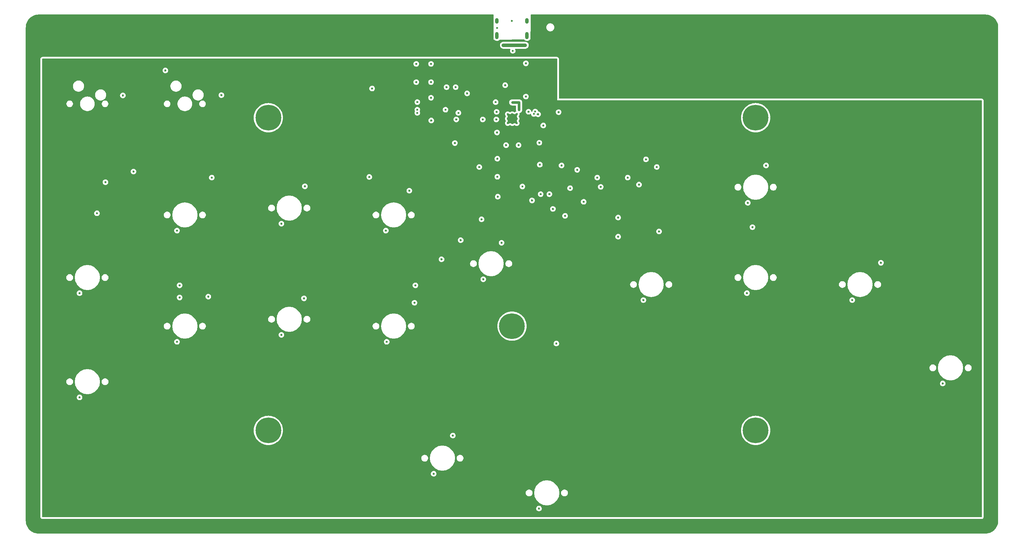
<source format=gbr>
G04 #@! TF.GenerationSoftware,KiCad,Pcbnew,8.0.3*
G04 #@! TF.CreationDate,2024-08-17T21:35:57+09:00*
G04 #@! TF.ProjectId,mainboard,6d61696e-626f-4617-9264-2e6b69636164,rev?*
G04 #@! TF.SameCoordinates,Original*
G04 #@! TF.FileFunction,Copper,L3,Inr*
G04 #@! TF.FilePolarity,Positive*
%FSLAX46Y46*%
G04 Gerber Fmt 4.6, Leading zero omitted, Abs format (unit mm)*
G04 Created by KiCad (PCBNEW 8.0.3) date 2024-08-17 21:35:57*
%MOMM*%
%LPD*%
G01*
G04 APERTURE LIST*
G04 #@! TA.AperFunction,ComponentPad*
%ADD10C,0.800000*%
G04 #@! TD*
G04 #@! TA.AperFunction,ComponentPad*
%ADD11C,7.400000*%
G04 #@! TD*
G04 #@! TA.AperFunction,ComponentPad*
%ADD12O,1.000000X2.100000*%
G04 #@! TD*
G04 #@! TA.AperFunction,ComponentPad*
%ADD13O,1.000000X1.600000*%
G04 #@! TD*
G04 #@! TA.AperFunction,ComponentPad*
%ADD14C,0.600000*%
G04 #@! TD*
G04 #@! TA.AperFunction,ViaPad*
%ADD15C,0.600000*%
G04 #@! TD*
G04 #@! TA.AperFunction,Conductor*
%ADD16C,1.000000*%
G04 #@! TD*
G04 #@! TA.AperFunction,Conductor*
%ADD17C,0.800000*%
G04 #@! TD*
G04 APERTURE END LIST*
D10*
G04 #@! TO.N,GND*
G04 #@! TO.C,H1*
X137225000Y-70000000D03*
X138037779Y-68037779D03*
X138037779Y-71962221D03*
X140000000Y-67225000D03*
D11*
X140000000Y-70000000D03*
D10*
X140000000Y-72775000D03*
X141962221Y-68037779D03*
X141962221Y-71962221D03*
X142775000Y-70000000D03*
G04 #@! TD*
D12*
G04 #@! TO.N,SHIELD*
G04 #@! TO.C,J1*
X214314000Y-46330000D03*
D13*
X214314000Y-42150000D03*
D12*
X205674000Y-46330000D03*
D13*
X205674000Y-42150000D03*
G04 #@! TD*
D10*
G04 #@! TO.N,GND*
G04 #@! TO.C,H3*
X207225000Y-130000000D03*
X208037779Y-128037779D03*
X208037779Y-131962221D03*
X210000000Y-127225000D03*
D11*
X210000000Y-130000000D03*
D10*
X210000000Y-132775000D03*
X211962221Y-128037779D03*
X211962221Y-131962221D03*
X212775000Y-130000000D03*
G04 #@! TD*
G04 #@! TO.N,GND*
G04 #@! TO.C,H2*
X277225000Y-70000000D03*
X278037779Y-68037779D03*
X278037779Y-71962221D03*
X280000000Y-67225000D03*
D11*
X280000000Y-70000000D03*
D10*
X280000000Y-72775000D03*
X281962221Y-68037779D03*
X281962221Y-71962221D03*
X282775000Y-70000000D03*
G04 #@! TD*
G04 #@! TO.N,GND*
G04 #@! TO.C,H5*
X277225000Y-160000000D03*
X278037779Y-158037779D03*
X278037779Y-161962221D03*
X280000000Y-157225000D03*
D11*
X280000000Y-160000000D03*
D10*
X280000000Y-162775000D03*
X281962221Y-158037779D03*
X281962221Y-161962221D03*
X282775000Y-160000000D03*
G04 #@! TD*
D14*
G04 #@! TO.N,GND*
G04 #@! TO.C,U5*
X208805000Y-68999000D03*
X208805000Y-70274000D03*
X208805000Y-71549000D03*
X210080000Y-68999000D03*
X210080000Y-70274000D03*
X210080000Y-71549000D03*
X211355000Y-68999000D03*
X211355000Y-70274000D03*
X211355000Y-71549000D03*
G04 #@! TD*
D10*
G04 #@! TO.N,GND*
G04 #@! TO.C,H4*
X137225000Y-160000000D03*
X138037779Y-158037779D03*
X138037779Y-161962221D03*
X140000000Y-157225000D03*
D11*
X140000000Y-160000000D03*
D10*
X140000000Y-162775000D03*
X141962221Y-158037779D03*
X141962221Y-161962221D03*
X142775000Y-160000000D03*
G04 #@! TD*
D15*
G04 #@! TO.N,VBUS*
X207544000Y-49152870D03*
X213800000Y-49150000D03*
G04 #@! TO.N,GND*
X223450000Y-52050000D03*
X277500000Y-120500000D03*
X208300000Y-77900000D03*
X169800000Y-61600000D03*
X220750000Y-92000000D03*
X218000000Y-83500000D03*
X214750000Y-68290000D03*
X224000000Y-44000000D03*
X240500000Y-98750000D03*
X143750000Y-132500000D03*
X186800000Y-70800000D03*
X182000000Y-123250000D03*
X202500000Y-42200000D03*
X205800000Y-81800000D03*
X186750000Y-51500000D03*
X186750000Y-54500000D03*
X240500000Y-104250000D03*
X143750000Y-100500000D03*
X182500000Y-59750000D03*
X73000000Y-115000000D03*
X180500000Y-91000000D03*
X283000000Y-83750000D03*
X182500000Y-51500000D03*
X333750000Y-146500000D03*
X316000000Y-111750000D03*
X85750000Y-150500000D03*
X219000000Y-72250000D03*
X85750000Y-120500000D03*
X74000000Y-44250000D03*
X205700000Y-74250000D03*
X182800000Y-65500000D03*
X186750000Y-64250000D03*
X346250000Y-186250000D03*
X207000000Y-106000000D03*
X123750000Y-87250000D03*
X345000000Y-45500000D03*
X114500000Y-118250000D03*
X247750000Y-122500000D03*
X122750000Y-121500000D03*
X193800000Y-61200000D03*
X223400000Y-68400000D03*
X226000000Y-54250000D03*
X230600000Y-94200000D03*
X114500000Y-121750000D03*
X221750000Y-96250000D03*
X214000000Y-54350000D03*
X218250000Y-92000000D03*
X215200000Y-47950000D03*
X201600000Y-70500000D03*
X214000000Y-63900000D03*
X235500000Y-89900000D03*
X93200000Y-88550000D03*
X223800000Y-64000000D03*
X113750000Y-102500000D03*
X182250000Y-118250000D03*
X205800000Y-87000000D03*
X208050000Y-60650000D03*
X150500000Y-89750000D03*
X217850000Y-77200000D03*
X150250000Y-122000000D03*
X73750000Y-186500000D03*
X205800000Y-48750000D03*
X205588909Y-68311091D03*
X212300000Y-51400000D03*
X126500000Y-63500000D03*
X251600000Y-84200000D03*
X226000000Y-64000000D03*
X216000000Y-44400000D03*
X277750000Y-94500000D03*
X224250000Y-83750000D03*
X191200000Y-61200000D03*
X252250000Y-102750000D03*
X174000000Y-134500000D03*
X216000000Y-41150000D03*
X228750000Y-85000000D03*
X217750000Y-182500000D03*
X200600000Y-84200000D03*
X307750000Y-122500000D03*
X222750000Y-135000000D03*
X207000000Y-51700000D03*
X110400000Y-56400000D03*
X225250000Y-98250000D03*
X279100000Y-101500000D03*
X217500000Y-69000000D03*
X101250000Y-85500000D03*
X186750000Y-59750000D03*
X219400000Y-49600000D03*
X211900000Y-77900000D03*
X234500000Y-87250000D03*
X189750000Y-110750000D03*
X193600000Y-77300000D03*
X197100000Y-63000000D03*
X205910000Y-92740000D03*
X201750000Y-116500000D03*
X169000000Y-87050000D03*
X98200000Y-63600000D03*
X194000000Y-70500000D03*
X201250000Y-99250000D03*
X243250000Y-87250000D03*
X205300000Y-65500000D03*
X246500000Y-89250000D03*
X173750000Y-102500000D03*
X187500000Y-172500000D03*
X113750000Y-134500000D03*
X248500000Y-82000000D03*
X215750000Y-93800000D03*
X193000000Y-161500000D03*
X205500000Y-70500000D03*
X182500000Y-54500000D03*
X195250000Y-105250000D03*
X184600000Y-46600000D03*
X90750000Y-97500000D03*
G04 #@! TO.N,+3.3V*
X219050000Y-54000000D03*
X338012500Y-146400000D03*
X215000000Y-66800000D03*
X148012500Y-100400000D03*
X90012500Y-120400000D03*
X206012500Y-116400000D03*
X93200000Y-83750000D03*
X192012500Y-172400000D03*
X215650000Y-71872183D03*
X222012500Y-182400000D03*
X178012500Y-134400000D03*
X282012500Y-94400000D03*
X224190000Y-85700000D03*
X312012500Y-122400000D03*
X282012500Y-120400000D03*
X207000000Y-87000000D03*
X252012500Y-122400000D03*
X148012500Y-132400000D03*
X118012500Y-102400000D03*
X118012500Y-134400000D03*
X210037880Y-67987120D03*
X202750000Y-71500000D03*
X178012500Y-102400000D03*
X90000000Y-150400000D03*
X201100000Y-56700000D03*
G04 #@! TO.N,SHIELD*
X205700000Y-44200000D03*
X210224000Y-50740000D03*
X210000000Y-42150000D03*
G04 #@! TO.N,+1V1*
X212030000Y-67730000D03*
X210100000Y-65600000D03*
X212030000Y-65600000D03*
G04 #@! TO.N,DS_0_IN*
X182800000Y-68600000D03*
X194600000Y-68600000D03*
G04 #@! TO.N,MUX0_OUT*
X216275000Y-68900000D03*
X213000000Y-89800000D03*
G04 #@! TO.N,MUX1_OUT*
X216675000Y-68244000D03*
X226700000Y-90300000D03*
G04 #@! TO.N,BOOTSEL_SW*
X182800000Y-67700000D03*
X190900000Y-67700000D03*
G04 #@! TD*
D16*
G04 #@! TO.N,VBUS*
X213800000Y-49150000D02*
X207546870Y-49150000D01*
D17*
G04 #@! TO.N,+1V1*
X210100000Y-65600000D02*
X212030000Y-65600000D01*
X212030000Y-67730000D02*
X212030000Y-65600000D01*
G04 #@! TD*
G04 #@! TA.AperFunction,Conductor*
G04 #@! TO.N,+3.3V*
G36*
X222943039Y-53019685D02*
G01*
X222988794Y-53072489D01*
X223000000Y-53124000D01*
X223000000Y-63943647D01*
X222999220Y-63957531D01*
X222994435Y-63999998D01*
X222994435Y-64000002D01*
X222999220Y-64042468D01*
X223000000Y-64056352D01*
X223000000Y-65000000D01*
X344876000Y-65000000D01*
X344943039Y-65019685D01*
X344988794Y-65072489D01*
X345000000Y-65124000D01*
X345000000Y-184876000D01*
X344980315Y-184943039D01*
X344927511Y-184988794D01*
X344876000Y-185000000D01*
X75124000Y-185000000D01*
X75056961Y-184980315D01*
X75011206Y-184927511D01*
X75000000Y-184876000D01*
X75000000Y-182499996D01*
X216944435Y-182499996D01*
X216944435Y-182500003D01*
X216964630Y-182679249D01*
X216964631Y-182679254D01*
X217024211Y-182849523D01*
X217120184Y-183002262D01*
X217247738Y-183129816D01*
X217400478Y-183225789D01*
X217570745Y-183285368D01*
X217570750Y-183285369D01*
X217749996Y-183305565D01*
X217750000Y-183305565D01*
X217750004Y-183305565D01*
X217929249Y-183285369D01*
X217929252Y-183285368D01*
X217929255Y-183285368D01*
X218099522Y-183225789D01*
X218252262Y-183129816D01*
X218379816Y-183002262D01*
X218475789Y-182849522D01*
X218535368Y-182679255D01*
X218555565Y-182500000D01*
X218535368Y-182320745D01*
X218475789Y-182150478D01*
X218379816Y-181997738D01*
X218252262Y-181870184D01*
X218099523Y-181774211D01*
X217929254Y-181714631D01*
X217929249Y-181714630D01*
X217750004Y-181694435D01*
X217749996Y-181694435D01*
X217570750Y-181714630D01*
X217570745Y-181714631D01*
X217400476Y-181774211D01*
X217247737Y-181870184D01*
X217120184Y-181997737D01*
X217024211Y-182150476D01*
X216964631Y-182320745D01*
X216964630Y-182320750D01*
X216944435Y-182499996D01*
X75000000Y-182499996D01*
X75000000Y-177903917D01*
X213944500Y-177903917D01*
X213944500Y-178096082D01*
X213981986Y-178284535D01*
X213981989Y-178284547D01*
X214055520Y-178462068D01*
X214055521Y-178462070D01*
X214162279Y-178621844D01*
X214162282Y-178621848D01*
X214298151Y-178757717D01*
X214298155Y-178757720D01*
X214457927Y-178864477D01*
X214457928Y-178864477D01*
X214457929Y-178864478D01*
X214457931Y-178864479D01*
X214635452Y-178938010D01*
X214635457Y-178938012D01*
X214823917Y-178975499D01*
X214823920Y-178975500D01*
X214823922Y-178975500D01*
X215016080Y-178975500D01*
X215016081Y-178975499D01*
X215204543Y-178938012D01*
X215382073Y-178864477D01*
X215541845Y-178757720D01*
X215677720Y-178621845D01*
X215784477Y-178462073D01*
X215858012Y-178284543D01*
X215895500Y-178096078D01*
X215895500Y-178000000D01*
X216400000Y-178000000D01*
X216500000Y-179000000D01*
X217000000Y-180000000D01*
X218000000Y-181000000D01*
X219000000Y-181500000D01*
X220000000Y-181600000D01*
X221000000Y-181500000D01*
X222000000Y-181000000D01*
X223000000Y-180000000D01*
X223500000Y-179000000D01*
X223600000Y-178000000D01*
X223590392Y-177903917D01*
X224104500Y-177903917D01*
X224104500Y-178096082D01*
X224141986Y-178284535D01*
X224141989Y-178284547D01*
X224215520Y-178462068D01*
X224215521Y-178462070D01*
X224322279Y-178621844D01*
X224322282Y-178621848D01*
X224458151Y-178757717D01*
X224458155Y-178757720D01*
X224617927Y-178864477D01*
X224617928Y-178864477D01*
X224617929Y-178864478D01*
X224617931Y-178864479D01*
X224795452Y-178938010D01*
X224795457Y-178938012D01*
X224983917Y-178975499D01*
X224983920Y-178975500D01*
X224983922Y-178975500D01*
X225176080Y-178975500D01*
X225176081Y-178975499D01*
X225364543Y-178938012D01*
X225542073Y-178864477D01*
X225701845Y-178757720D01*
X225837720Y-178621845D01*
X225944477Y-178462073D01*
X226018012Y-178284543D01*
X226055500Y-178096078D01*
X226055500Y-177903922D01*
X226055500Y-177903919D01*
X226055499Y-177903917D01*
X226018013Y-177715464D01*
X226018012Y-177715457D01*
X225944477Y-177537927D01*
X225837720Y-177378155D01*
X225837717Y-177378151D01*
X225701848Y-177242282D01*
X225701844Y-177242279D01*
X225542070Y-177135521D01*
X225542068Y-177135520D01*
X225364547Y-177061989D01*
X225364535Y-177061986D01*
X225176081Y-177024500D01*
X225176078Y-177024500D01*
X224983922Y-177024500D01*
X224983919Y-177024500D01*
X224795464Y-177061986D01*
X224795452Y-177061989D01*
X224617931Y-177135520D01*
X224617929Y-177135521D01*
X224458155Y-177242279D01*
X224458151Y-177242282D01*
X224322282Y-177378151D01*
X224322279Y-177378155D01*
X224215521Y-177537929D01*
X224215520Y-177537931D01*
X224141989Y-177715452D01*
X224141986Y-177715464D01*
X224104500Y-177903917D01*
X223590392Y-177903917D01*
X223500000Y-177000000D01*
X223000000Y-176000000D01*
X222000000Y-175000000D01*
X221999998Y-174999999D01*
X221999997Y-174999998D01*
X221000000Y-174500000D01*
X220000000Y-174400000D01*
X218999999Y-174500000D01*
X218000005Y-174999996D01*
X218000001Y-174999999D01*
X216999999Y-175900001D01*
X216500000Y-176999998D01*
X216500000Y-176999999D01*
X216500000Y-177000000D01*
X216400000Y-178000000D01*
X215895500Y-178000000D01*
X215895500Y-177903922D01*
X215895500Y-177903919D01*
X215895499Y-177903917D01*
X215858013Y-177715464D01*
X215858012Y-177715457D01*
X215784477Y-177537927D01*
X215677720Y-177378155D01*
X215677717Y-177378151D01*
X215541848Y-177242282D01*
X215541844Y-177242279D01*
X215382070Y-177135521D01*
X215382068Y-177135520D01*
X215204547Y-177061989D01*
X215204535Y-177061986D01*
X215016081Y-177024500D01*
X215016078Y-177024500D01*
X214823922Y-177024500D01*
X214823919Y-177024500D01*
X214635464Y-177061986D01*
X214635452Y-177061989D01*
X214457931Y-177135520D01*
X214457929Y-177135521D01*
X214298155Y-177242279D01*
X214298151Y-177242282D01*
X214162282Y-177378151D01*
X214162279Y-177378155D01*
X214055521Y-177537929D01*
X214055520Y-177537931D01*
X213981989Y-177715452D01*
X213981986Y-177715464D01*
X213944500Y-177903917D01*
X75000000Y-177903917D01*
X75000000Y-172499996D01*
X186694435Y-172499996D01*
X186694435Y-172500003D01*
X186714630Y-172679249D01*
X186714631Y-172679254D01*
X186774211Y-172849523D01*
X186870184Y-173002262D01*
X186997738Y-173129816D01*
X187150478Y-173225789D01*
X187320745Y-173285368D01*
X187320750Y-173285369D01*
X187499996Y-173305565D01*
X187500000Y-173305565D01*
X187500004Y-173305565D01*
X187679249Y-173285369D01*
X187679252Y-173285368D01*
X187679255Y-173285368D01*
X187849522Y-173225789D01*
X188002262Y-173129816D01*
X188129816Y-173002262D01*
X188225789Y-172849522D01*
X188285368Y-172679255D01*
X188305565Y-172500000D01*
X188285368Y-172320745D01*
X188225789Y-172150478D01*
X188129816Y-171997738D01*
X188002262Y-171870184D01*
X187849523Y-171774211D01*
X187679254Y-171714631D01*
X187679249Y-171714630D01*
X187500004Y-171694435D01*
X187499996Y-171694435D01*
X187320750Y-171714630D01*
X187320745Y-171714631D01*
X187150476Y-171774211D01*
X186997737Y-171870184D01*
X186870184Y-171997737D01*
X186774211Y-172150476D01*
X186714631Y-172320745D01*
X186714630Y-172320750D01*
X186694435Y-172499996D01*
X75000000Y-172499996D01*
X75000000Y-167903917D01*
X183944500Y-167903917D01*
X183944500Y-168096082D01*
X183981986Y-168284535D01*
X183981989Y-168284547D01*
X184055520Y-168462068D01*
X184055521Y-168462070D01*
X184162279Y-168621844D01*
X184162282Y-168621848D01*
X184298151Y-168757717D01*
X184298155Y-168757720D01*
X184457927Y-168864477D01*
X184457928Y-168864477D01*
X184457929Y-168864478D01*
X184457931Y-168864479D01*
X184635452Y-168938010D01*
X184635457Y-168938012D01*
X184823917Y-168975499D01*
X184823920Y-168975500D01*
X184823922Y-168975500D01*
X185016080Y-168975500D01*
X185016081Y-168975499D01*
X185204543Y-168938012D01*
X185382073Y-168864477D01*
X185541845Y-168757720D01*
X185677720Y-168621845D01*
X185784477Y-168462073D01*
X185858012Y-168284543D01*
X185895500Y-168096078D01*
X185895500Y-168000000D01*
X186400000Y-168000000D01*
X186500000Y-169000000D01*
X187000000Y-170000000D01*
X188000000Y-171000000D01*
X189000000Y-171500000D01*
X190000000Y-171600000D01*
X191000000Y-171500000D01*
X192000000Y-171000000D01*
X193000000Y-170000000D01*
X193500000Y-169000000D01*
X193600000Y-168000000D01*
X193590392Y-167903917D01*
X194104500Y-167903917D01*
X194104500Y-168096082D01*
X194141986Y-168284535D01*
X194141989Y-168284547D01*
X194215520Y-168462068D01*
X194215521Y-168462070D01*
X194322279Y-168621844D01*
X194322282Y-168621848D01*
X194458151Y-168757717D01*
X194458155Y-168757720D01*
X194617927Y-168864477D01*
X194617928Y-168864477D01*
X194617929Y-168864478D01*
X194617931Y-168864479D01*
X194795452Y-168938010D01*
X194795457Y-168938012D01*
X194983917Y-168975499D01*
X194983920Y-168975500D01*
X194983922Y-168975500D01*
X195176080Y-168975500D01*
X195176081Y-168975499D01*
X195364543Y-168938012D01*
X195542073Y-168864477D01*
X195701845Y-168757720D01*
X195837720Y-168621845D01*
X195944477Y-168462073D01*
X196018012Y-168284543D01*
X196055500Y-168096078D01*
X196055500Y-167903922D01*
X196055500Y-167903919D01*
X196055499Y-167903917D01*
X196018013Y-167715464D01*
X196018012Y-167715457D01*
X195944477Y-167537927D01*
X195837720Y-167378155D01*
X195837717Y-167378151D01*
X195701848Y-167242282D01*
X195701844Y-167242279D01*
X195542070Y-167135521D01*
X195542068Y-167135520D01*
X195364547Y-167061989D01*
X195364535Y-167061986D01*
X195176081Y-167024500D01*
X195176078Y-167024500D01*
X194983922Y-167024500D01*
X194983919Y-167024500D01*
X194795464Y-167061986D01*
X194795452Y-167061989D01*
X194617931Y-167135520D01*
X194617929Y-167135521D01*
X194458155Y-167242279D01*
X194458151Y-167242282D01*
X194322282Y-167378151D01*
X194322279Y-167378155D01*
X194215521Y-167537929D01*
X194215520Y-167537931D01*
X194141989Y-167715452D01*
X194141986Y-167715464D01*
X194104500Y-167903917D01*
X193590392Y-167903917D01*
X193500000Y-167000000D01*
X193000000Y-166000000D01*
X192000000Y-165000000D01*
X191999998Y-164999999D01*
X191999997Y-164999998D01*
X191000000Y-164500000D01*
X190000000Y-164400000D01*
X188999999Y-164500000D01*
X188000005Y-164999996D01*
X188000001Y-164999999D01*
X186999999Y-165900001D01*
X186500000Y-166999998D01*
X186500000Y-166999999D01*
X186500000Y-167000000D01*
X186400000Y-168000000D01*
X185895500Y-168000000D01*
X185895500Y-167903922D01*
X185895500Y-167903919D01*
X185895499Y-167903917D01*
X185858013Y-167715464D01*
X185858012Y-167715457D01*
X185784477Y-167537927D01*
X185677720Y-167378155D01*
X185677717Y-167378151D01*
X185541848Y-167242282D01*
X185541844Y-167242279D01*
X185382070Y-167135521D01*
X185382068Y-167135520D01*
X185204547Y-167061989D01*
X185204535Y-167061986D01*
X185016081Y-167024500D01*
X185016078Y-167024500D01*
X184823922Y-167024500D01*
X184823919Y-167024500D01*
X184635464Y-167061986D01*
X184635452Y-167061989D01*
X184457931Y-167135520D01*
X184457929Y-167135521D01*
X184298155Y-167242279D01*
X184298151Y-167242282D01*
X184162282Y-167378151D01*
X184162279Y-167378155D01*
X184055521Y-167537929D01*
X184055520Y-167537931D01*
X183981989Y-167715452D01*
X183981986Y-167715464D01*
X183944500Y-167903917D01*
X75000000Y-167903917D01*
X75000000Y-160000000D01*
X135794434Y-160000000D01*
X135814685Y-160412218D01*
X135814685Y-160412223D01*
X135814686Y-160412227D01*
X135875244Y-160820471D01*
X135975527Y-161220821D01*
X136114555Y-161609379D01*
X136114562Y-161609395D01*
X136114564Y-161609400D01*
X136291022Y-161982490D01*
X136291024Y-161982493D01*
X136503198Y-162336484D01*
X136749058Y-162667988D01*
X137026215Y-162973784D01*
X137332011Y-163250941D01*
X137332017Y-163250946D01*
X137663513Y-163496800D01*
X138017510Y-163708978D01*
X138390600Y-163885436D01*
X138390609Y-163885439D01*
X138390620Y-163885444D01*
X138751738Y-164014654D01*
X138779189Y-164024476D01*
X139179535Y-164124757D01*
X139587782Y-164185315D01*
X140000000Y-164205566D01*
X140412218Y-164185315D01*
X140820465Y-164124757D01*
X141220811Y-164024476D01*
X141401380Y-163959866D01*
X141609379Y-163885444D01*
X141609385Y-163885441D01*
X141609400Y-163885436D01*
X141982490Y-163708978D01*
X142336487Y-163496800D01*
X142667983Y-163250946D01*
X142973784Y-162973784D01*
X143250946Y-162667983D01*
X143496800Y-162336487D01*
X143708978Y-161982490D01*
X143885436Y-161609400D01*
X143924582Y-161499996D01*
X192194435Y-161499996D01*
X192194435Y-161500003D01*
X192214630Y-161679249D01*
X192214631Y-161679254D01*
X192274211Y-161849523D01*
X192357760Y-161982490D01*
X192370184Y-162002262D01*
X192497738Y-162129816D01*
X192650478Y-162225789D01*
X192820745Y-162285368D01*
X192820750Y-162285369D01*
X192999996Y-162305565D01*
X193000000Y-162305565D01*
X193000004Y-162305565D01*
X193179249Y-162285369D01*
X193179252Y-162285368D01*
X193179255Y-162285368D01*
X193349522Y-162225789D01*
X193502262Y-162129816D01*
X193629816Y-162002262D01*
X193725789Y-161849522D01*
X193785368Y-161679255D01*
X193793239Y-161609400D01*
X193805565Y-161500003D01*
X193805565Y-161499996D01*
X193785369Y-161320750D01*
X193785368Y-161320745D01*
X193750403Y-161220821D01*
X193725789Y-161150478D01*
X193629816Y-160997738D01*
X193502262Y-160870184D01*
X193349523Y-160774211D01*
X193179254Y-160714631D01*
X193179249Y-160714630D01*
X193000004Y-160694435D01*
X192999996Y-160694435D01*
X192820750Y-160714630D01*
X192820745Y-160714631D01*
X192650476Y-160774211D01*
X192497737Y-160870184D01*
X192370184Y-160997737D01*
X192274211Y-161150476D01*
X192214631Y-161320745D01*
X192214630Y-161320750D01*
X192194435Y-161499996D01*
X143924582Y-161499996D01*
X144024476Y-161220811D01*
X144124757Y-160820465D01*
X144185315Y-160412218D01*
X144205566Y-160000000D01*
X275794434Y-160000000D01*
X275814685Y-160412218D01*
X275814685Y-160412223D01*
X275814686Y-160412227D01*
X275875244Y-160820471D01*
X275975527Y-161220821D01*
X276114555Y-161609379D01*
X276114562Y-161609395D01*
X276114564Y-161609400D01*
X276291022Y-161982490D01*
X276291024Y-161982493D01*
X276503198Y-162336484D01*
X276749058Y-162667988D01*
X277026215Y-162973784D01*
X277332011Y-163250941D01*
X277332017Y-163250946D01*
X277663513Y-163496800D01*
X278017510Y-163708978D01*
X278390600Y-163885436D01*
X278390609Y-163885439D01*
X278390620Y-163885444D01*
X278751738Y-164014654D01*
X278779189Y-164024476D01*
X279179535Y-164124757D01*
X279587782Y-164185315D01*
X280000000Y-164205566D01*
X280412218Y-164185315D01*
X280820465Y-164124757D01*
X281220811Y-164024476D01*
X281401380Y-163959866D01*
X281609379Y-163885444D01*
X281609385Y-163885441D01*
X281609400Y-163885436D01*
X281982490Y-163708978D01*
X282336487Y-163496800D01*
X282667983Y-163250946D01*
X282973784Y-162973784D01*
X283250946Y-162667983D01*
X283496800Y-162336487D01*
X283708978Y-161982490D01*
X283885436Y-161609400D01*
X284024476Y-161220811D01*
X284124757Y-160820465D01*
X284185315Y-160412218D01*
X284205566Y-160000000D01*
X284185315Y-159587782D01*
X284124757Y-159179535D01*
X284024476Y-158779189D01*
X284014654Y-158751738D01*
X283885444Y-158390620D01*
X283885437Y-158390604D01*
X283885436Y-158390600D01*
X283708978Y-158017510D01*
X283496800Y-157663513D01*
X283250946Y-157332017D01*
X283250941Y-157332011D01*
X282973784Y-157026215D01*
X282667988Y-156749058D01*
X282336484Y-156503198D01*
X281982493Y-156291024D01*
X281982494Y-156291024D01*
X281982490Y-156291022D01*
X281609400Y-156114564D01*
X281609396Y-156114562D01*
X281609395Y-156114562D01*
X281609379Y-156114555D01*
X281220821Y-155975527D01*
X281220815Y-155975525D01*
X281220811Y-155975524D01*
X281022205Y-155925776D01*
X280820471Y-155875244D01*
X280820466Y-155875243D01*
X280820465Y-155875243D01*
X280719577Y-155860277D01*
X280412227Y-155814686D01*
X280412223Y-155814685D01*
X280412218Y-155814685D01*
X280000000Y-155794434D01*
X279587782Y-155814685D01*
X279587776Y-155814685D01*
X279587772Y-155814686D01*
X279179528Y-155875244D01*
X278877316Y-155950944D01*
X278779189Y-155975524D01*
X278779186Y-155975524D01*
X278779178Y-155975527D01*
X278390620Y-156114555D01*
X278390604Y-156114562D01*
X278017506Y-156291024D01*
X277663515Y-156503198D01*
X277332011Y-156749058D01*
X277026215Y-157026215D01*
X276749058Y-157332011D01*
X276503198Y-157663515D01*
X276291024Y-158017506D01*
X276114562Y-158390604D01*
X276114555Y-158390620D01*
X275975527Y-158779178D01*
X275875244Y-159179528D01*
X275875243Y-159179535D01*
X275814685Y-159587782D01*
X275794434Y-160000000D01*
X144205566Y-160000000D01*
X144185315Y-159587782D01*
X144124757Y-159179535D01*
X144024476Y-158779189D01*
X144014654Y-158751738D01*
X143885444Y-158390620D01*
X143885437Y-158390604D01*
X143885436Y-158390600D01*
X143708978Y-158017510D01*
X143496800Y-157663513D01*
X143250946Y-157332017D01*
X143250941Y-157332011D01*
X142973784Y-157026215D01*
X142667988Y-156749058D01*
X142336484Y-156503198D01*
X141982493Y-156291024D01*
X141982494Y-156291024D01*
X141982490Y-156291022D01*
X141609400Y-156114564D01*
X141609396Y-156114562D01*
X141609395Y-156114562D01*
X141609379Y-156114555D01*
X141220821Y-155975527D01*
X141220815Y-155975525D01*
X141220811Y-155975524D01*
X141022205Y-155925776D01*
X140820471Y-155875244D01*
X140820466Y-155875243D01*
X140820465Y-155875243D01*
X140719577Y-155860277D01*
X140412227Y-155814686D01*
X140412223Y-155814685D01*
X140412218Y-155814685D01*
X140000000Y-155794434D01*
X139587782Y-155814685D01*
X139587776Y-155814685D01*
X139587772Y-155814686D01*
X139179528Y-155875244D01*
X138877316Y-155950944D01*
X138779189Y-155975524D01*
X138779186Y-155975524D01*
X138779178Y-155975527D01*
X138390620Y-156114555D01*
X138390604Y-156114562D01*
X138017506Y-156291024D01*
X137663515Y-156503198D01*
X137332011Y-156749058D01*
X137026215Y-157026215D01*
X136749058Y-157332011D01*
X136503198Y-157663515D01*
X136291024Y-158017506D01*
X136114562Y-158390604D01*
X136114555Y-158390620D01*
X135975527Y-158779178D01*
X135875244Y-159179528D01*
X135875243Y-159179535D01*
X135814685Y-159587782D01*
X135794434Y-160000000D01*
X75000000Y-160000000D01*
X75000000Y-150499996D01*
X84944435Y-150499996D01*
X84944435Y-150500003D01*
X84964630Y-150679249D01*
X84964631Y-150679254D01*
X85024211Y-150849523D01*
X85120184Y-151002262D01*
X85247738Y-151129816D01*
X85400478Y-151225789D01*
X85570745Y-151285368D01*
X85570750Y-151285369D01*
X85749996Y-151305565D01*
X85750000Y-151305565D01*
X85750004Y-151305565D01*
X85929249Y-151285369D01*
X85929252Y-151285368D01*
X85929255Y-151285368D01*
X86099522Y-151225789D01*
X86252262Y-151129816D01*
X86379816Y-151002262D01*
X86475789Y-150849522D01*
X86535368Y-150679255D01*
X86555565Y-150500000D01*
X86535368Y-150320745D01*
X86475789Y-150150478D01*
X86379816Y-149997738D01*
X86252262Y-149870184D01*
X86099523Y-149774211D01*
X85929254Y-149714631D01*
X85929249Y-149714630D01*
X85750004Y-149694435D01*
X85749996Y-149694435D01*
X85570750Y-149714630D01*
X85570745Y-149714631D01*
X85400476Y-149774211D01*
X85247737Y-149870184D01*
X85120184Y-149997737D01*
X85024211Y-150150476D01*
X84964631Y-150320745D01*
X84964630Y-150320750D01*
X84944435Y-150499996D01*
X75000000Y-150499996D01*
X75000000Y-145903917D01*
X81944500Y-145903917D01*
X81944500Y-146096082D01*
X81981986Y-146284535D01*
X81981989Y-146284547D01*
X82055520Y-146462068D01*
X82055521Y-146462070D01*
X82162279Y-146621844D01*
X82162282Y-146621848D01*
X82298151Y-146757717D01*
X82298155Y-146757720D01*
X82457927Y-146864477D01*
X82457928Y-146864477D01*
X82457929Y-146864478D01*
X82457931Y-146864479D01*
X82635452Y-146938010D01*
X82635457Y-146938012D01*
X82823917Y-146975499D01*
X82823920Y-146975500D01*
X82823922Y-146975500D01*
X83016080Y-146975500D01*
X83016081Y-146975499D01*
X83204543Y-146938012D01*
X83382073Y-146864477D01*
X83541845Y-146757720D01*
X83677720Y-146621845D01*
X83784477Y-146462073D01*
X83858012Y-146284543D01*
X83895500Y-146096078D01*
X83895500Y-146000000D01*
X84400000Y-146000000D01*
X84500000Y-147000000D01*
X84564907Y-147129815D01*
X85000000Y-148000000D01*
X86000000Y-149000000D01*
X87000000Y-149500000D01*
X88000000Y-149600000D01*
X89000000Y-149500000D01*
X90000000Y-149000000D01*
X91000000Y-148000000D01*
X91500000Y-147000000D01*
X91600000Y-146000000D01*
X91590392Y-145903917D01*
X92104500Y-145903917D01*
X92104500Y-146096082D01*
X92141986Y-146284535D01*
X92141989Y-146284547D01*
X92215520Y-146462068D01*
X92215521Y-146462070D01*
X92322279Y-146621844D01*
X92322282Y-146621848D01*
X92458151Y-146757717D01*
X92458155Y-146757720D01*
X92617927Y-146864477D01*
X92617928Y-146864477D01*
X92617929Y-146864478D01*
X92617931Y-146864479D01*
X92795452Y-146938010D01*
X92795457Y-146938012D01*
X92983917Y-146975499D01*
X92983920Y-146975500D01*
X92983922Y-146975500D01*
X93176080Y-146975500D01*
X93176081Y-146975499D01*
X93364543Y-146938012D01*
X93542073Y-146864477D01*
X93701845Y-146757720D01*
X93837720Y-146621845D01*
X93919137Y-146499996D01*
X332944435Y-146499996D01*
X332944435Y-146500003D01*
X332964630Y-146679249D01*
X332964631Y-146679254D01*
X333024211Y-146849523D01*
X333103368Y-146975499D01*
X333120184Y-147002262D01*
X333247738Y-147129816D01*
X333400478Y-147225789D01*
X333570745Y-147285368D01*
X333570750Y-147285369D01*
X333749996Y-147305565D01*
X333750000Y-147305565D01*
X333750004Y-147305565D01*
X333929249Y-147285369D01*
X333929252Y-147285368D01*
X333929255Y-147285368D01*
X334099522Y-147225789D01*
X334252262Y-147129816D01*
X334379816Y-147002262D01*
X334475789Y-146849522D01*
X334535368Y-146679255D01*
X334541836Y-146621848D01*
X334555565Y-146500003D01*
X334555565Y-146499996D01*
X334535369Y-146320750D01*
X334535368Y-146320745D01*
X334475788Y-146150476D01*
X334379815Y-145997737D01*
X334252262Y-145870184D01*
X334099523Y-145774211D01*
X333929254Y-145714631D01*
X333929249Y-145714630D01*
X333750004Y-145694435D01*
X333749996Y-145694435D01*
X333570750Y-145714630D01*
X333570745Y-145714631D01*
X333400476Y-145774211D01*
X333247737Y-145870184D01*
X333120184Y-145997737D01*
X333024211Y-146150476D01*
X332964631Y-146320745D01*
X332964630Y-146320750D01*
X332944435Y-146499996D01*
X93919137Y-146499996D01*
X93944477Y-146462073D01*
X94018012Y-146284543D01*
X94055500Y-146096078D01*
X94055500Y-145903922D01*
X94055500Y-145903919D01*
X94055499Y-145903917D01*
X94018013Y-145715464D01*
X94018012Y-145715457D01*
X94017670Y-145714631D01*
X93944479Y-145537931D01*
X93944478Y-145537929D01*
X93837720Y-145378155D01*
X93837717Y-145378151D01*
X93701848Y-145242282D01*
X93701844Y-145242279D01*
X93542070Y-145135521D01*
X93542068Y-145135520D01*
X93364547Y-145061989D01*
X93364535Y-145061986D01*
X93176081Y-145024500D01*
X93176078Y-145024500D01*
X92983922Y-145024500D01*
X92983919Y-145024500D01*
X92795464Y-145061986D01*
X92795452Y-145061989D01*
X92617931Y-145135520D01*
X92617929Y-145135521D01*
X92458155Y-145242279D01*
X92458151Y-145242282D01*
X92322282Y-145378151D01*
X92322279Y-145378155D01*
X92215521Y-145537929D01*
X92215520Y-145537931D01*
X92141989Y-145715452D01*
X92141986Y-145715464D01*
X92104500Y-145903917D01*
X91590392Y-145903917D01*
X91500000Y-145000000D01*
X91000000Y-144000000D01*
X90000000Y-143000000D01*
X89999998Y-142999999D01*
X89999997Y-142999998D01*
X89000000Y-142500000D01*
X88000000Y-142400000D01*
X86999999Y-142500000D01*
X86000005Y-142999996D01*
X86000001Y-142999999D01*
X84999999Y-143900001D01*
X84500000Y-144999998D01*
X84400000Y-146000000D01*
X83895500Y-146000000D01*
X83895500Y-145903922D01*
X83895500Y-145903919D01*
X83895499Y-145903917D01*
X83858013Y-145715464D01*
X83858012Y-145715457D01*
X83857670Y-145714631D01*
X83784479Y-145537931D01*
X83784478Y-145537929D01*
X83677720Y-145378155D01*
X83677717Y-145378151D01*
X83541848Y-145242282D01*
X83541844Y-145242279D01*
X83382070Y-145135521D01*
X83382068Y-145135520D01*
X83204547Y-145061989D01*
X83204535Y-145061986D01*
X83016081Y-145024500D01*
X83016078Y-145024500D01*
X82823922Y-145024500D01*
X82823919Y-145024500D01*
X82635464Y-145061986D01*
X82635452Y-145061989D01*
X82457931Y-145135520D01*
X82457929Y-145135521D01*
X82298155Y-145242279D01*
X82298151Y-145242282D01*
X82162282Y-145378151D01*
X82162279Y-145378155D01*
X82055521Y-145537929D01*
X82055520Y-145537931D01*
X81981989Y-145715452D01*
X81981986Y-145715464D01*
X81944500Y-145903917D01*
X75000000Y-145903917D01*
X75000000Y-141903917D01*
X329944500Y-141903917D01*
X329944500Y-142096082D01*
X329981986Y-142284535D01*
X329981989Y-142284547D01*
X330055520Y-142462068D01*
X330055521Y-142462070D01*
X330162279Y-142621844D01*
X330162282Y-142621848D01*
X330298151Y-142757717D01*
X330298155Y-142757720D01*
X330457927Y-142864477D01*
X330457928Y-142864477D01*
X330457929Y-142864478D01*
X330457931Y-142864479D01*
X330635452Y-142938010D01*
X330635457Y-142938012D01*
X330823917Y-142975499D01*
X330823920Y-142975500D01*
X330823922Y-142975500D01*
X331016080Y-142975500D01*
X331016081Y-142975499D01*
X331204543Y-142938012D01*
X331382073Y-142864477D01*
X331541845Y-142757720D01*
X331677720Y-142621845D01*
X331784477Y-142462073D01*
X331858012Y-142284543D01*
X331895500Y-142096078D01*
X331895500Y-142000000D01*
X332400000Y-142000000D01*
X332500000Y-143000000D01*
X332999998Y-143999997D01*
X333000000Y-144000000D01*
X334000000Y-145000000D01*
X335000000Y-145500000D01*
X336000000Y-145600000D01*
X337000000Y-145500000D01*
X338000000Y-145000000D01*
X339000000Y-144000000D01*
X339500000Y-143000000D01*
X339600000Y-142000000D01*
X339590392Y-141903917D01*
X340104500Y-141903917D01*
X340104500Y-142096082D01*
X340141986Y-142284535D01*
X340141989Y-142284547D01*
X340215520Y-142462068D01*
X340215521Y-142462070D01*
X340322279Y-142621844D01*
X340322282Y-142621848D01*
X340458151Y-142757717D01*
X340458155Y-142757720D01*
X340617927Y-142864477D01*
X340617928Y-142864477D01*
X340617929Y-142864478D01*
X340617931Y-142864479D01*
X340795452Y-142938010D01*
X340795457Y-142938012D01*
X340983917Y-142975499D01*
X340983920Y-142975500D01*
X340983922Y-142975500D01*
X341176080Y-142975500D01*
X341176081Y-142975499D01*
X341364543Y-142938012D01*
X341542073Y-142864477D01*
X341701845Y-142757720D01*
X341837720Y-142621845D01*
X341944477Y-142462073D01*
X342018012Y-142284543D01*
X342055500Y-142096078D01*
X342055500Y-141903922D01*
X342055500Y-141903919D01*
X342055499Y-141903917D01*
X342018013Y-141715464D01*
X342018012Y-141715457D01*
X341944477Y-141537927D01*
X341837720Y-141378155D01*
X341837717Y-141378151D01*
X341701848Y-141242282D01*
X341701844Y-141242279D01*
X341542070Y-141135521D01*
X341542068Y-141135520D01*
X341364547Y-141061989D01*
X341364535Y-141061986D01*
X341176081Y-141024500D01*
X341176078Y-141024500D01*
X340983922Y-141024500D01*
X340983919Y-141024500D01*
X340795464Y-141061986D01*
X340795452Y-141061989D01*
X340617931Y-141135520D01*
X340617929Y-141135521D01*
X340458155Y-141242279D01*
X340458151Y-141242282D01*
X340322282Y-141378151D01*
X340322279Y-141378155D01*
X340215521Y-141537929D01*
X340215520Y-141537931D01*
X340141989Y-141715452D01*
X340141986Y-141715464D01*
X340104500Y-141903917D01*
X339590392Y-141903917D01*
X339500000Y-141000000D01*
X339000000Y-140000000D01*
X338000000Y-139000000D01*
X337999998Y-138999999D01*
X337999997Y-138999998D01*
X337000000Y-138500000D01*
X336000000Y-138400000D01*
X334999999Y-138500000D01*
X334000005Y-138999996D01*
X334000001Y-138999999D01*
X332999999Y-139900001D01*
X332500000Y-140999998D01*
X332400000Y-142000000D01*
X331895500Y-142000000D01*
X331895500Y-141903922D01*
X331895500Y-141903919D01*
X331895499Y-141903917D01*
X331858013Y-141715464D01*
X331858012Y-141715457D01*
X331784477Y-141537927D01*
X331677720Y-141378155D01*
X331677717Y-141378151D01*
X331541848Y-141242282D01*
X331541844Y-141242279D01*
X331382070Y-141135521D01*
X331382068Y-141135520D01*
X331204547Y-141061989D01*
X331204535Y-141061986D01*
X331016081Y-141024500D01*
X331016078Y-141024500D01*
X330823922Y-141024500D01*
X330823919Y-141024500D01*
X330635464Y-141061986D01*
X330635452Y-141061989D01*
X330457931Y-141135520D01*
X330457929Y-141135521D01*
X330298155Y-141242279D01*
X330298151Y-141242282D01*
X330162282Y-141378151D01*
X330162279Y-141378155D01*
X330055521Y-141537929D01*
X330055520Y-141537931D01*
X329981989Y-141715452D01*
X329981986Y-141715464D01*
X329944500Y-141903917D01*
X75000000Y-141903917D01*
X75000000Y-134499996D01*
X112944435Y-134499996D01*
X112944435Y-134500003D01*
X112964630Y-134679249D01*
X112964631Y-134679254D01*
X113024211Y-134849523D01*
X113118760Y-134999996D01*
X113120184Y-135002262D01*
X113247738Y-135129816D01*
X113400478Y-135225789D01*
X113570745Y-135285368D01*
X113570750Y-135285369D01*
X113749996Y-135305565D01*
X113750000Y-135305565D01*
X113750004Y-135305565D01*
X113929249Y-135285369D01*
X113929252Y-135285368D01*
X113929255Y-135285368D01*
X114099522Y-135225789D01*
X114252262Y-135129816D01*
X114379816Y-135002262D01*
X114475789Y-134849522D01*
X114535368Y-134679255D01*
X114535369Y-134679249D01*
X114555565Y-134500003D01*
X114555565Y-134499996D01*
X173194435Y-134499996D01*
X173194435Y-134500003D01*
X173214630Y-134679249D01*
X173214631Y-134679254D01*
X173274211Y-134849523D01*
X173368760Y-134999996D01*
X173370184Y-135002262D01*
X173497738Y-135129816D01*
X173650478Y-135225789D01*
X173820745Y-135285368D01*
X173820750Y-135285369D01*
X173999996Y-135305565D01*
X174000000Y-135305565D01*
X174000004Y-135305565D01*
X174179249Y-135285369D01*
X174179252Y-135285368D01*
X174179255Y-135285368D01*
X174349522Y-135225789D01*
X174502262Y-135129816D01*
X174629816Y-135002262D01*
X174631240Y-134999996D01*
X221944435Y-134999996D01*
X221944435Y-135000003D01*
X221964630Y-135179249D01*
X221964631Y-135179254D01*
X222024211Y-135349523D01*
X222120184Y-135502262D01*
X222247738Y-135629816D01*
X222400478Y-135725789D01*
X222570745Y-135785368D01*
X222570750Y-135785369D01*
X222749996Y-135805565D01*
X222750000Y-135805565D01*
X222750004Y-135805565D01*
X222929249Y-135785369D01*
X222929252Y-135785368D01*
X222929255Y-135785368D01*
X223099522Y-135725789D01*
X223252262Y-135629816D01*
X223379816Y-135502262D01*
X223475789Y-135349522D01*
X223535368Y-135179255D01*
X223535369Y-135179249D01*
X223555565Y-135000003D01*
X223555565Y-134999996D01*
X223535369Y-134820750D01*
X223535368Y-134820745D01*
X223475789Y-134650478D01*
X223379816Y-134497738D01*
X223252262Y-134370184D01*
X223099523Y-134274211D01*
X222929254Y-134214631D01*
X222929249Y-134214630D01*
X222750004Y-134194435D01*
X222749996Y-134194435D01*
X222570750Y-134214630D01*
X222570745Y-134214631D01*
X222400476Y-134274211D01*
X222247737Y-134370184D01*
X222120184Y-134497737D01*
X222024211Y-134650476D01*
X221964631Y-134820745D01*
X221964630Y-134820750D01*
X221944435Y-134999996D01*
X174631240Y-134999996D01*
X174725789Y-134849522D01*
X174785368Y-134679255D01*
X174785369Y-134679249D01*
X174805565Y-134500003D01*
X174805565Y-134499996D01*
X174785369Y-134320750D01*
X174785368Y-134320745D01*
X174725788Y-134150476D01*
X174686582Y-134088080D01*
X174629816Y-133997738D01*
X174502262Y-133870184D01*
X174349523Y-133774211D01*
X174179254Y-133714631D01*
X174179249Y-133714630D01*
X174000004Y-133694435D01*
X173999996Y-133694435D01*
X173820750Y-133714630D01*
X173820745Y-133714631D01*
X173650476Y-133774211D01*
X173497737Y-133870184D01*
X173370184Y-133997737D01*
X173274211Y-134150476D01*
X173214631Y-134320745D01*
X173214630Y-134320750D01*
X173194435Y-134499996D01*
X114555565Y-134499996D01*
X114535369Y-134320750D01*
X114535368Y-134320745D01*
X114475788Y-134150476D01*
X114436582Y-134088080D01*
X114379816Y-133997738D01*
X114252262Y-133870184D01*
X114099523Y-133774211D01*
X113929254Y-133714631D01*
X113929249Y-133714630D01*
X113750004Y-133694435D01*
X113749996Y-133694435D01*
X113570750Y-133714630D01*
X113570745Y-133714631D01*
X113400476Y-133774211D01*
X113247737Y-133870184D01*
X113120184Y-133997737D01*
X113024211Y-134150476D01*
X112964631Y-134320745D01*
X112964630Y-134320750D01*
X112944435Y-134499996D01*
X75000000Y-134499996D01*
X75000000Y-129903917D01*
X109944500Y-129903917D01*
X109944500Y-130096082D01*
X109981986Y-130284535D01*
X109981989Y-130284547D01*
X110055520Y-130462068D01*
X110055521Y-130462070D01*
X110162279Y-130621844D01*
X110162282Y-130621848D01*
X110298151Y-130757717D01*
X110298155Y-130757720D01*
X110457927Y-130864477D01*
X110457928Y-130864477D01*
X110457929Y-130864478D01*
X110457931Y-130864479D01*
X110635452Y-130938010D01*
X110635457Y-130938012D01*
X110823917Y-130975499D01*
X110823920Y-130975500D01*
X110823922Y-130975500D01*
X111016080Y-130975500D01*
X111016081Y-130975499D01*
X111204543Y-130938012D01*
X111382073Y-130864477D01*
X111541845Y-130757720D01*
X111677720Y-130621845D01*
X111784477Y-130462073D01*
X111858012Y-130284543D01*
X111895500Y-130096078D01*
X111895500Y-130000000D01*
X112400000Y-130000000D01*
X112500000Y-131000000D01*
X112887105Y-131774211D01*
X113000000Y-132000000D01*
X114000000Y-133000000D01*
X115000000Y-133500000D01*
X116000000Y-133600000D01*
X117000000Y-133500000D01*
X118000000Y-133000000D01*
X118500004Y-132499996D01*
X142944435Y-132499996D01*
X142944435Y-132500003D01*
X142964630Y-132679249D01*
X142964631Y-132679254D01*
X143024211Y-132849523D01*
X143102290Y-132973784D01*
X143120184Y-133002262D01*
X143247738Y-133129816D01*
X143400478Y-133225789D01*
X143472373Y-133250946D01*
X143570745Y-133285368D01*
X143570750Y-133285369D01*
X143749996Y-133305565D01*
X143750000Y-133305565D01*
X143750004Y-133305565D01*
X143929249Y-133285369D01*
X143929252Y-133285368D01*
X143929255Y-133285368D01*
X144099522Y-133225789D01*
X144252262Y-133129816D01*
X144379816Y-133002262D01*
X144475789Y-132849522D01*
X144535368Y-132679255D01*
X144535369Y-132679249D01*
X144555565Y-132500003D01*
X144555565Y-132499996D01*
X144535369Y-132320750D01*
X144535368Y-132320745D01*
X144475788Y-132150476D01*
X144379815Y-131997737D01*
X144252262Y-131870184D01*
X144099523Y-131774211D01*
X143929254Y-131714631D01*
X143929249Y-131714630D01*
X143750004Y-131694435D01*
X143749996Y-131694435D01*
X143570750Y-131714630D01*
X143570745Y-131714631D01*
X143400476Y-131774211D01*
X143247737Y-131870184D01*
X143120184Y-131997737D01*
X143024211Y-132150476D01*
X142964631Y-132320745D01*
X142964630Y-132320750D01*
X142944435Y-132499996D01*
X118500004Y-132499996D01*
X119000000Y-132000000D01*
X119500000Y-131000000D01*
X119600000Y-130000000D01*
X119590392Y-129903917D01*
X120104500Y-129903917D01*
X120104500Y-130096082D01*
X120141986Y-130284535D01*
X120141989Y-130284547D01*
X120215520Y-130462068D01*
X120215521Y-130462070D01*
X120322279Y-130621844D01*
X120322282Y-130621848D01*
X120458151Y-130757717D01*
X120458155Y-130757720D01*
X120617927Y-130864477D01*
X120617928Y-130864477D01*
X120617929Y-130864478D01*
X120617931Y-130864479D01*
X120795452Y-130938010D01*
X120795457Y-130938012D01*
X120983917Y-130975499D01*
X120983920Y-130975500D01*
X120983922Y-130975500D01*
X121176080Y-130975500D01*
X121176081Y-130975499D01*
X121364543Y-130938012D01*
X121542073Y-130864477D01*
X121701845Y-130757720D01*
X121837720Y-130621845D01*
X121944477Y-130462073D01*
X122018012Y-130284543D01*
X122055500Y-130096078D01*
X122055500Y-129903922D01*
X122055500Y-129903919D01*
X122055499Y-129903917D01*
X122018013Y-129715464D01*
X122018012Y-129715457D01*
X121965128Y-129587782D01*
X121944479Y-129537931D01*
X121944478Y-129537929D01*
X121837720Y-129378155D01*
X121837717Y-129378151D01*
X121701848Y-129242282D01*
X121701844Y-129242279D01*
X121542070Y-129135521D01*
X121542068Y-129135520D01*
X121364547Y-129061989D01*
X121364535Y-129061986D01*
X121176081Y-129024500D01*
X121176078Y-129024500D01*
X120983922Y-129024500D01*
X120983919Y-129024500D01*
X120795464Y-129061986D01*
X120795452Y-129061989D01*
X120617931Y-129135520D01*
X120617929Y-129135521D01*
X120458155Y-129242279D01*
X120458151Y-129242282D01*
X120322282Y-129378151D01*
X120322279Y-129378155D01*
X120215521Y-129537929D01*
X120215520Y-129537931D01*
X120141989Y-129715452D01*
X120141986Y-129715464D01*
X120104500Y-129903917D01*
X119590392Y-129903917D01*
X119500000Y-129000000D01*
X119000000Y-128000000D01*
X118903917Y-127903917D01*
X139944500Y-127903917D01*
X139944500Y-128096082D01*
X139981986Y-128284535D01*
X139981989Y-128284547D01*
X140055520Y-128462068D01*
X140055521Y-128462070D01*
X140162279Y-128621844D01*
X140162282Y-128621848D01*
X140298151Y-128757717D01*
X140298155Y-128757720D01*
X140457927Y-128864477D01*
X140457928Y-128864477D01*
X140457929Y-128864478D01*
X140457931Y-128864479D01*
X140635452Y-128938010D01*
X140635457Y-128938012D01*
X140823917Y-128975499D01*
X140823920Y-128975500D01*
X140823922Y-128975500D01*
X141016080Y-128975500D01*
X141016081Y-128975499D01*
X141204543Y-128938012D01*
X141382073Y-128864477D01*
X141541845Y-128757720D01*
X141677720Y-128621845D01*
X141784477Y-128462073D01*
X141858012Y-128284543D01*
X141895500Y-128096078D01*
X141895500Y-128000000D01*
X142400000Y-128000000D01*
X142500000Y-129000000D01*
X142951959Y-129903919D01*
X143000000Y-130000000D01*
X144000000Y-131000000D01*
X145000000Y-131500000D01*
X146000000Y-131600000D01*
X147000000Y-131500000D01*
X148000000Y-131000000D01*
X149000000Y-130000000D01*
X149048042Y-129903917D01*
X169944500Y-129903917D01*
X169944500Y-130096082D01*
X169981986Y-130284535D01*
X169981989Y-130284547D01*
X170055520Y-130462068D01*
X170055521Y-130462070D01*
X170162279Y-130621844D01*
X170162282Y-130621848D01*
X170298151Y-130757717D01*
X170298155Y-130757720D01*
X170457927Y-130864477D01*
X170457928Y-130864477D01*
X170457929Y-130864478D01*
X170457931Y-130864479D01*
X170635452Y-130938010D01*
X170635457Y-130938012D01*
X170823917Y-130975499D01*
X170823920Y-130975500D01*
X170823922Y-130975500D01*
X171016080Y-130975500D01*
X171016081Y-130975499D01*
X171204543Y-130938012D01*
X171382073Y-130864477D01*
X171541845Y-130757720D01*
X171677720Y-130621845D01*
X171784477Y-130462073D01*
X171858012Y-130284543D01*
X171895500Y-130096078D01*
X171895500Y-130000000D01*
X172400000Y-130000000D01*
X172500000Y-131000000D01*
X172887105Y-131774211D01*
X173000000Y-132000000D01*
X174000000Y-133000000D01*
X175000000Y-133500000D01*
X176000000Y-133600000D01*
X177000000Y-133500000D01*
X178000000Y-133000000D01*
X179000000Y-132000000D01*
X179500000Y-131000000D01*
X179600000Y-130000000D01*
X179590392Y-129903917D01*
X180104500Y-129903917D01*
X180104500Y-130096082D01*
X180141986Y-130284535D01*
X180141989Y-130284547D01*
X180215520Y-130462068D01*
X180215521Y-130462070D01*
X180322279Y-130621844D01*
X180322282Y-130621848D01*
X180458151Y-130757717D01*
X180458155Y-130757720D01*
X180617927Y-130864477D01*
X180617928Y-130864477D01*
X180617929Y-130864478D01*
X180617931Y-130864479D01*
X180795452Y-130938010D01*
X180795457Y-130938012D01*
X180983917Y-130975499D01*
X180983920Y-130975500D01*
X180983922Y-130975500D01*
X181176080Y-130975500D01*
X181176081Y-130975499D01*
X181364543Y-130938012D01*
X181542073Y-130864477D01*
X181701845Y-130757720D01*
X181837720Y-130621845D01*
X181944477Y-130462073D01*
X182018012Y-130284543D01*
X182055500Y-130096078D01*
X182055500Y-130000000D01*
X205794434Y-130000000D01*
X205814685Y-130412218D01*
X205814685Y-130412223D01*
X205814686Y-130412227D01*
X205875244Y-130820471D01*
X205975527Y-131220821D01*
X206114555Y-131609379D01*
X206114562Y-131609395D01*
X206114564Y-131609400D01*
X206291022Y-131982490D01*
X206291024Y-131982493D01*
X206493767Y-132320750D01*
X206503200Y-132336487D01*
X206624469Y-132500000D01*
X206749058Y-132667988D01*
X207026215Y-132973784D01*
X207332011Y-133250941D01*
X207332017Y-133250946D01*
X207663513Y-133496800D01*
X208017510Y-133708978D01*
X208390600Y-133885436D01*
X208390609Y-133885439D01*
X208390620Y-133885444D01*
X208751738Y-134014654D01*
X208779189Y-134024476D01*
X209179535Y-134124757D01*
X209587782Y-134185315D01*
X210000000Y-134205566D01*
X210412218Y-134185315D01*
X210820465Y-134124757D01*
X211220811Y-134024476D01*
X211401380Y-133959866D01*
X211609379Y-133885444D01*
X211609385Y-133885441D01*
X211609400Y-133885436D01*
X211982490Y-133708978D01*
X212336487Y-133496800D01*
X212667983Y-133250946D01*
X212973784Y-132973784D01*
X213250946Y-132667983D01*
X213496800Y-132336487D01*
X213708978Y-131982490D01*
X213885436Y-131609400D01*
X213888800Y-131600000D01*
X214024472Y-131220821D01*
X214024476Y-131220811D01*
X214124757Y-130820465D01*
X214185315Y-130412218D01*
X214205566Y-130000000D01*
X214185315Y-129587782D01*
X214124757Y-129179535D01*
X214024476Y-128779189D01*
X214014654Y-128751738D01*
X213885444Y-128390620D01*
X213885437Y-128390604D01*
X213885436Y-128390600D01*
X213708978Y-128017510D01*
X213496800Y-127663513D01*
X213250946Y-127332017D01*
X213169615Y-127242282D01*
X212973784Y-127026215D01*
X212667988Y-126749058D01*
X212336484Y-126503198D01*
X211982493Y-126291024D01*
X211982494Y-126291024D01*
X211982490Y-126291022D01*
X211609400Y-126114564D01*
X211609396Y-126114562D01*
X211609395Y-126114562D01*
X211609379Y-126114555D01*
X211220821Y-125975527D01*
X211220815Y-125975525D01*
X211220811Y-125975524D01*
X211022205Y-125925776D01*
X210820471Y-125875244D01*
X210820466Y-125875243D01*
X210820465Y-125875243D01*
X210719577Y-125860277D01*
X210412227Y-125814686D01*
X210412223Y-125814685D01*
X210412218Y-125814685D01*
X210000000Y-125794434D01*
X209587782Y-125814685D01*
X209587776Y-125814685D01*
X209587772Y-125814686D01*
X209179528Y-125875244D01*
X208877316Y-125950944D01*
X208779189Y-125975524D01*
X208779186Y-125975524D01*
X208779178Y-125975527D01*
X208390620Y-126114555D01*
X208390604Y-126114562D01*
X208017506Y-126291024D01*
X207663515Y-126503198D01*
X207332011Y-126749058D01*
X207026215Y-127026215D01*
X206749058Y-127332011D01*
X206503198Y-127663515D01*
X206291024Y-128017506D01*
X206114562Y-128390604D01*
X206114555Y-128390620D01*
X205975527Y-128779178D01*
X205875244Y-129179528D01*
X205822080Y-129537931D01*
X205814685Y-129587782D01*
X205794434Y-130000000D01*
X182055500Y-130000000D01*
X182055500Y-129903922D01*
X182055500Y-129903919D01*
X182055499Y-129903917D01*
X182018013Y-129715464D01*
X182018012Y-129715457D01*
X181965128Y-129587782D01*
X181944479Y-129537931D01*
X181944478Y-129537929D01*
X181837720Y-129378155D01*
X181837717Y-129378151D01*
X181701848Y-129242282D01*
X181701844Y-129242279D01*
X181542070Y-129135521D01*
X181542068Y-129135520D01*
X181364547Y-129061989D01*
X181364535Y-129061986D01*
X181176081Y-129024500D01*
X181176078Y-129024500D01*
X180983922Y-129024500D01*
X180983919Y-129024500D01*
X180795464Y-129061986D01*
X180795452Y-129061989D01*
X180617931Y-129135520D01*
X180617929Y-129135521D01*
X180458155Y-129242279D01*
X180458151Y-129242282D01*
X180322282Y-129378151D01*
X180322279Y-129378155D01*
X180215521Y-129537929D01*
X180215520Y-129537931D01*
X180141989Y-129715452D01*
X180141986Y-129715464D01*
X180104500Y-129903917D01*
X179590392Y-129903917D01*
X179500000Y-129000000D01*
X179000000Y-128000000D01*
X178000000Y-127000000D01*
X177999998Y-126999999D01*
X177999997Y-126999998D01*
X177000000Y-126500000D01*
X176000000Y-126400000D01*
X174999999Y-126500000D01*
X174000005Y-126999996D01*
X174000001Y-126999999D01*
X172999999Y-127900001D01*
X172500000Y-128999998D01*
X172400000Y-130000000D01*
X171895500Y-130000000D01*
X171895500Y-129903922D01*
X171895500Y-129903919D01*
X171895499Y-129903917D01*
X171858013Y-129715464D01*
X171858012Y-129715457D01*
X171805128Y-129587782D01*
X171784479Y-129537931D01*
X171784478Y-129537929D01*
X171677720Y-129378155D01*
X171677717Y-129378151D01*
X171541848Y-129242282D01*
X171541844Y-129242279D01*
X171382070Y-129135521D01*
X171382068Y-129135520D01*
X171204547Y-129061989D01*
X171204535Y-129061986D01*
X171016081Y-129024500D01*
X171016078Y-129024500D01*
X170823922Y-129024500D01*
X170823919Y-129024500D01*
X170635464Y-129061986D01*
X170635452Y-129061989D01*
X170457931Y-129135520D01*
X170457929Y-129135521D01*
X170298155Y-129242279D01*
X170298151Y-129242282D01*
X170162282Y-129378151D01*
X170162279Y-129378155D01*
X170055521Y-129537929D01*
X170055520Y-129537931D01*
X169981989Y-129715452D01*
X169981986Y-129715464D01*
X169944500Y-129903917D01*
X149048042Y-129903917D01*
X149500000Y-129000000D01*
X149600000Y-128000000D01*
X149590392Y-127903917D01*
X150104500Y-127903917D01*
X150104500Y-128096082D01*
X150141986Y-128284535D01*
X150141989Y-128284547D01*
X150215520Y-128462068D01*
X150215521Y-128462070D01*
X150322279Y-128621844D01*
X150322282Y-128621848D01*
X150458151Y-128757717D01*
X150458155Y-128757720D01*
X150617927Y-128864477D01*
X150617928Y-128864477D01*
X150617929Y-128864478D01*
X150617931Y-128864479D01*
X150795452Y-128938010D01*
X150795457Y-128938012D01*
X150983917Y-128975499D01*
X150983920Y-128975500D01*
X150983922Y-128975500D01*
X151176080Y-128975500D01*
X151176081Y-128975499D01*
X151364543Y-128938012D01*
X151542073Y-128864477D01*
X151701845Y-128757720D01*
X151837720Y-128621845D01*
X151944477Y-128462073D01*
X152018012Y-128284543D01*
X152055500Y-128096078D01*
X152055500Y-127903922D01*
X152055500Y-127903919D01*
X152055499Y-127903917D01*
X152018013Y-127715464D01*
X152018012Y-127715457D01*
X151944477Y-127537927D01*
X151837720Y-127378155D01*
X151837717Y-127378151D01*
X151701848Y-127242282D01*
X151701844Y-127242279D01*
X151542070Y-127135521D01*
X151542068Y-127135520D01*
X151364547Y-127061989D01*
X151364535Y-127061986D01*
X151176081Y-127024500D01*
X151176078Y-127024500D01*
X150983922Y-127024500D01*
X150983919Y-127024500D01*
X150795464Y-127061986D01*
X150795452Y-127061989D01*
X150617931Y-127135520D01*
X150617929Y-127135521D01*
X150458155Y-127242279D01*
X150458151Y-127242282D01*
X150322282Y-127378151D01*
X150322279Y-127378155D01*
X150215521Y-127537929D01*
X150215520Y-127537931D01*
X150141989Y-127715452D01*
X150141986Y-127715464D01*
X150104500Y-127903917D01*
X149590392Y-127903917D01*
X149500000Y-127000000D01*
X149000000Y-126000000D01*
X148000000Y-125000000D01*
X147999998Y-124999999D01*
X147999997Y-124999998D01*
X147000000Y-124500000D01*
X146000000Y-124400000D01*
X144999999Y-124500000D01*
X144000005Y-124999996D01*
X144000001Y-124999999D01*
X144000000Y-125000000D01*
X143094795Y-125814685D01*
X142999999Y-125900001D01*
X142500000Y-126999998D01*
X142400000Y-128000000D01*
X141895500Y-128000000D01*
X141895500Y-127903922D01*
X141895500Y-127903919D01*
X141895499Y-127903917D01*
X141858013Y-127715464D01*
X141858012Y-127715457D01*
X141784477Y-127537927D01*
X141677720Y-127378155D01*
X141677717Y-127378151D01*
X141541848Y-127242282D01*
X141541844Y-127242279D01*
X141382070Y-127135521D01*
X141382068Y-127135520D01*
X141204547Y-127061989D01*
X141204535Y-127061986D01*
X141016081Y-127024500D01*
X141016078Y-127024500D01*
X140823922Y-127024500D01*
X140823919Y-127024500D01*
X140635464Y-127061986D01*
X140635452Y-127061989D01*
X140457931Y-127135520D01*
X140457929Y-127135521D01*
X140298155Y-127242279D01*
X140298151Y-127242282D01*
X140162282Y-127378151D01*
X140162279Y-127378155D01*
X140055521Y-127537929D01*
X140055520Y-127537931D01*
X139981989Y-127715452D01*
X139981986Y-127715464D01*
X139944500Y-127903917D01*
X118903917Y-127903917D01*
X118000000Y-127000000D01*
X117999998Y-126999999D01*
X117999997Y-126999998D01*
X117000000Y-126500000D01*
X116000000Y-126400000D01*
X114999999Y-126500000D01*
X114000005Y-126999996D01*
X114000001Y-126999999D01*
X112999999Y-127900001D01*
X112500000Y-128999998D01*
X112400000Y-130000000D01*
X111895500Y-130000000D01*
X111895500Y-129903922D01*
X111895500Y-129903919D01*
X111895499Y-129903917D01*
X111858013Y-129715464D01*
X111858012Y-129715457D01*
X111805128Y-129587782D01*
X111784479Y-129537931D01*
X111784478Y-129537929D01*
X111677720Y-129378155D01*
X111677717Y-129378151D01*
X111541848Y-129242282D01*
X111541844Y-129242279D01*
X111382070Y-129135521D01*
X111382068Y-129135520D01*
X111204547Y-129061989D01*
X111204535Y-129061986D01*
X111016081Y-129024500D01*
X111016078Y-129024500D01*
X110823922Y-129024500D01*
X110823919Y-129024500D01*
X110635464Y-129061986D01*
X110635452Y-129061989D01*
X110457931Y-129135520D01*
X110457929Y-129135521D01*
X110298155Y-129242279D01*
X110298151Y-129242282D01*
X110162282Y-129378151D01*
X110162279Y-129378155D01*
X110055521Y-129537929D01*
X110055520Y-129537931D01*
X109981989Y-129715452D01*
X109981986Y-129715464D01*
X109944500Y-129903917D01*
X75000000Y-129903917D01*
X75000000Y-123249996D01*
X181194435Y-123249996D01*
X181194435Y-123250003D01*
X181214630Y-123429249D01*
X181214631Y-123429254D01*
X181274211Y-123599523D01*
X181370184Y-123752262D01*
X181497738Y-123879816D01*
X181650478Y-123975789D01*
X181820745Y-124035368D01*
X181820750Y-124035369D01*
X181999996Y-124055565D01*
X182000000Y-124055565D01*
X182000004Y-124055565D01*
X182179249Y-124035369D01*
X182179252Y-124035368D01*
X182179255Y-124035368D01*
X182349522Y-123975789D01*
X182502262Y-123879816D01*
X182629816Y-123752262D01*
X182725789Y-123599522D01*
X182785368Y-123429255D01*
X182785369Y-123429249D01*
X182805565Y-123250003D01*
X182805565Y-123249996D01*
X182785369Y-123070750D01*
X182785368Y-123070745D01*
X182725788Y-122900476D01*
X182653461Y-122785369D01*
X182629816Y-122747738D01*
X182502262Y-122620184D01*
X182399422Y-122555565D01*
X182349523Y-122524211D01*
X182280321Y-122499996D01*
X246944435Y-122499996D01*
X246944435Y-122500003D01*
X246964630Y-122679249D01*
X246964631Y-122679254D01*
X247024211Y-122849523D01*
X247120184Y-123002262D01*
X247247738Y-123129816D01*
X247400478Y-123225789D01*
X247469678Y-123250003D01*
X247570745Y-123285368D01*
X247570750Y-123285369D01*
X247749996Y-123305565D01*
X247750000Y-123305565D01*
X247750004Y-123305565D01*
X247929249Y-123285369D01*
X247929252Y-123285368D01*
X247929255Y-123285368D01*
X248099522Y-123225789D01*
X248252262Y-123129816D01*
X248379816Y-123002262D01*
X248475789Y-122849522D01*
X248535368Y-122679255D01*
X248535369Y-122679249D01*
X248555565Y-122500003D01*
X248555565Y-122499996D01*
X306944435Y-122499996D01*
X306944435Y-122500003D01*
X306964630Y-122679249D01*
X306964631Y-122679254D01*
X307024211Y-122849523D01*
X307120184Y-123002262D01*
X307247738Y-123129816D01*
X307400478Y-123225789D01*
X307469678Y-123250003D01*
X307570745Y-123285368D01*
X307570750Y-123285369D01*
X307749996Y-123305565D01*
X307750000Y-123305565D01*
X307750004Y-123305565D01*
X307929249Y-123285369D01*
X307929252Y-123285368D01*
X307929255Y-123285368D01*
X308099522Y-123225789D01*
X308252262Y-123129816D01*
X308379816Y-123002262D01*
X308475789Y-122849522D01*
X308535368Y-122679255D01*
X308535369Y-122679249D01*
X308555565Y-122500003D01*
X308555565Y-122499996D01*
X308535369Y-122320750D01*
X308535368Y-122320745D01*
X308502141Y-122225788D01*
X308475789Y-122150478D01*
X308379816Y-121997738D01*
X308252262Y-121870184D01*
X308219379Y-121849522D01*
X308099523Y-121774211D01*
X307929254Y-121714631D01*
X307929249Y-121714630D01*
X307750004Y-121694435D01*
X307749996Y-121694435D01*
X307570750Y-121714630D01*
X307570745Y-121714631D01*
X307400476Y-121774211D01*
X307247737Y-121870184D01*
X307120184Y-121997737D01*
X307024211Y-122150476D01*
X306964631Y-122320745D01*
X306964630Y-122320750D01*
X306944435Y-122499996D01*
X248555565Y-122499996D01*
X248535369Y-122320750D01*
X248535368Y-122320745D01*
X248502141Y-122225788D01*
X248475789Y-122150478D01*
X248379816Y-121997738D01*
X248252262Y-121870184D01*
X248219379Y-121849522D01*
X248099523Y-121774211D01*
X247929254Y-121714631D01*
X247929249Y-121714630D01*
X247750004Y-121694435D01*
X247749996Y-121694435D01*
X247570750Y-121714630D01*
X247570745Y-121714631D01*
X247400476Y-121774211D01*
X247247737Y-121870184D01*
X247120184Y-121997737D01*
X247024211Y-122150476D01*
X246964631Y-122320745D01*
X246964630Y-122320750D01*
X246944435Y-122499996D01*
X182280321Y-122499996D01*
X182179254Y-122464631D01*
X182179249Y-122464630D01*
X182000004Y-122444435D01*
X181999996Y-122444435D01*
X181820750Y-122464630D01*
X181820745Y-122464631D01*
X181650476Y-122524211D01*
X181497737Y-122620184D01*
X181370184Y-122747737D01*
X181274211Y-122900476D01*
X181214631Y-123070745D01*
X181214630Y-123070750D01*
X181194435Y-123249996D01*
X75000000Y-123249996D01*
X75000000Y-121749996D01*
X113694435Y-121749996D01*
X113694435Y-121750003D01*
X113714630Y-121929249D01*
X113714631Y-121929254D01*
X113774211Y-122099523D01*
X113853549Y-122225788D01*
X113870184Y-122252262D01*
X113997738Y-122379816D01*
X114088080Y-122436582D01*
X114132721Y-122464632D01*
X114150478Y-122475789D01*
X114288860Y-122524211D01*
X114320745Y-122535368D01*
X114320750Y-122535369D01*
X114499996Y-122555565D01*
X114500000Y-122555565D01*
X114500004Y-122555565D01*
X114679249Y-122535369D01*
X114679252Y-122535368D01*
X114679255Y-122535368D01*
X114849522Y-122475789D01*
X115002262Y-122379816D01*
X115129816Y-122252262D01*
X115225789Y-122099522D01*
X115285368Y-121929255D01*
X115294352Y-121849522D01*
X115305565Y-121750003D01*
X115305565Y-121749996D01*
X115285369Y-121570750D01*
X115285368Y-121570745D01*
X115260612Y-121499996D01*
X121944435Y-121499996D01*
X121944435Y-121500003D01*
X121964630Y-121679249D01*
X121964631Y-121679254D01*
X122024211Y-121849523D01*
X122117341Y-121997737D01*
X122120184Y-122002262D01*
X122247738Y-122129816D01*
X122400478Y-122225789D01*
X122570745Y-122285368D01*
X122570750Y-122285369D01*
X122749996Y-122305565D01*
X122750000Y-122305565D01*
X122750004Y-122305565D01*
X122929249Y-122285369D01*
X122929252Y-122285368D01*
X122929255Y-122285368D01*
X123099522Y-122225789D01*
X123252262Y-122129816D01*
X123379816Y-122002262D01*
X123381240Y-121999996D01*
X149444435Y-121999996D01*
X149444435Y-122000003D01*
X149464630Y-122179249D01*
X149464631Y-122179254D01*
X149524211Y-122349523D01*
X149583849Y-122444435D01*
X149620184Y-122502262D01*
X149747738Y-122629816D01*
X149900478Y-122725789D01*
X149963202Y-122747737D01*
X150070745Y-122785368D01*
X150070750Y-122785369D01*
X150249996Y-122805565D01*
X150250000Y-122805565D01*
X150250004Y-122805565D01*
X150429249Y-122785369D01*
X150429252Y-122785368D01*
X150429255Y-122785368D01*
X150599522Y-122725789D01*
X150752262Y-122629816D01*
X150879816Y-122502262D01*
X150975789Y-122349522D01*
X151035368Y-122179255D01*
X151035369Y-122179249D01*
X151055565Y-122000003D01*
X151055565Y-121999996D01*
X151035369Y-121820750D01*
X151035368Y-121820745D01*
X150991170Y-121694435D01*
X150975789Y-121650478D01*
X150879816Y-121497738D01*
X150752262Y-121370184D01*
X150599523Y-121274211D01*
X150429254Y-121214631D01*
X150429249Y-121214630D01*
X150250004Y-121194435D01*
X150249996Y-121194435D01*
X150070750Y-121214630D01*
X150070745Y-121214631D01*
X149900476Y-121274211D01*
X149747737Y-121370184D01*
X149620184Y-121497737D01*
X149524211Y-121650476D01*
X149464631Y-121820745D01*
X149464630Y-121820750D01*
X149444435Y-121999996D01*
X123381240Y-121999996D01*
X123475789Y-121849522D01*
X123535368Y-121679255D01*
X123535369Y-121679249D01*
X123555565Y-121500003D01*
X123555565Y-121499996D01*
X123535369Y-121320750D01*
X123535368Y-121320745D01*
X123475788Y-121150476D01*
X123396450Y-121024211D01*
X123379816Y-120997738D01*
X123252262Y-120870184D01*
X123219379Y-120849522D01*
X123099523Y-120774211D01*
X122929254Y-120714631D01*
X122929249Y-120714630D01*
X122750004Y-120694435D01*
X122749996Y-120694435D01*
X122570750Y-120714630D01*
X122570745Y-120714631D01*
X122400476Y-120774211D01*
X122247737Y-120870184D01*
X122120184Y-120997737D01*
X122024211Y-121150476D01*
X121964631Y-121320745D01*
X121964630Y-121320750D01*
X121944435Y-121499996D01*
X115260612Y-121499996D01*
X115225788Y-121400476D01*
X115186582Y-121338080D01*
X115129816Y-121247738D01*
X115002262Y-121120184D01*
X114849523Y-121024211D01*
X114679254Y-120964631D01*
X114679249Y-120964630D01*
X114500004Y-120944435D01*
X114499996Y-120944435D01*
X114320750Y-120964630D01*
X114320745Y-120964631D01*
X114150476Y-121024211D01*
X113997737Y-121120184D01*
X113870184Y-121247737D01*
X113774211Y-121400476D01*
X113714631Y-121570745D01*
X113714630Y-121570750D01*
X113694435Y-121749996D01*
X75000000Y-121749996D01*
X75000000Y-120499996D01*
X84944435Y-120499996D01*
X84944435Y-120500003D01*
X84964630Y-120679249D01*
X84964631Y-120679254D01*
X85024211Y-120849523D01*
X85083849Y-120944435D01*
X85120184Y-121002262D01*
X85247738Y-121129816D01*
X85338080Y-121186582D01*
X85382721Y-121214632D01*
X85400478Y-121225789D01*
X85463202Y-121247737D01*
X85570745Y-121285368D01*
X85570750Y-121285369D01*
X85749996Y-121305565D01*
X85750000Y-121305565D01*
X85750004Y-121305565D01*
X85929249Y-121285369D01*
X85929252Y-121285368D01*
X85929255Y-121285368D01*
X86099522Y-121225789D01*
X86252262Y-121129816D01*
X86379816Y-121002262D01*
X86475789Y-120849522D01*
X86535368Y-120679255D01*
X86555565Y-120500000D01*
X86535368Y-120320745D01*
X86475789Y-120150478D01*
X86379816Y-119997738D01*
X86252262Y-119870184D01*
X86099523Y-119774211D01*
X85929254Y-119714631D01*
X85929249Y-119714630D01*
X85750004Y-119694435D01*
X85749996Y-119694435D01*
X85570750Y-119714630D01*
X85570745Y-119714631D01*
X85400476Y-119774211D01*
X85247737Y-119870184D01*
X85120184Y-119997737D01*
X85024211Y-120150476D01*
X84964631Y-120320745D01*
X84964630Y-120320750D01*
X84944435Y-120499996D01*
X75000000Y-120499996D01*
X75000000Y-115903917D01*
X81944500Y-115903917D01*
X81944500Y-116096082D01*
X81981986Y-116284535D01*
X81981989Y-116284547D01*
X82055520Y-116462068D01*
X82055521Y-116462070D01*
X82162279Y-116621844D01*
X82162282Y-116621848D01*
X82298151Y-116757717D01*
X82298155Y-116757720D01*
X82457927Y-116864477D01*
X82457928Y-116864477D01*
X82457929Y-116864478D01*
X82457931Y-116864479D01*
X82635452Y-116938010D01*
X82635457Y-116938012D01*
X82823917Y-116975499D01*
X82823920Y-116975500D01*
X82823922Y-116975500D01*
X83016080Y-116975500D01*
X83016081Y-116975499D01*
X83204543Y-116938012D01*
X83382073Y-116864477D01*
X83541845Y-116757720D01*
X83677720Y-116621845D01*
X83784477Y-116462073D01*
X83858012Y-116284543D01*
X83895500Y-116096078D01*
X83895500Y-116000000D01*
X84400000Y-116000000D01*
X84500000Y-117000000D01*
X84951959Y-117903919D01*
X85000000Y-118000000D01*
X86000000Y-119000000D01*
X87000000Y-119500000D01*
X88000000Y-119600000D01*
X89000000Y-119500000D01*
X90000000Y-119000000D01*
X90750004Y-118249996D01*
X113694435Y-118249996D01*
X113694435Y-118250003D01*
X113714630Y-118429249D01*
X113714631Y-118429254D01*
X113774211Y-118599523D01*
X113788237Y-118621845D01*
X113870184Y-118752262D01*
X113997738Y-118879816D01*
X114150478Y-118975789D01*
X114219672Y-119000001D01*
X114320745Y-119035368D01*
X114320750Y-119035369D01*
X114499996Y-119055565D01*
X114500000Y-119055565D01*
X114500004Y-119055565D01*
X114679249Y-119035369D01*
X114679252Y-119035368D01*
X114679255Y-119035368D01*
X114849522Y-118975789D01*
X115002262Y-118879816D01*
X115129816Y-118752262D01*
X115225789Y-118599522D01*
X115285368Y-118429255D01*
X115305565Y-118250000D01*
X115305565Y-118249996D01*
X181444435Y-118249996D01*
X181444435Y-118250003D01*
X181464630Y-118429249D01*
X181464631Y-118429254D01*
X181524211Y-118599523D01*
X181538237Y-118621845D01*
X181620184Y-118752262D01*
X181747738Y-118879816D01*
X181900478Y-118975789D01*
X181969672Y-119000001D01*
X182070745Y-119035368D01*
X182070750Y-119035369D01*
X182249996Y-119055565D01*
X182250000Y-119055565D01*
X182250004Y-119055565D01*
X182429249Y-119035369D01*
X182429252Y-119035368D01*
X182429255Y-119035368D01*
X182599522Y-118975789D01*
X182752262Y-118879816D01*
X182879816Y-118752262D01*
X182975789Y-118599522D01*
X183035368Y-118429255D01*
X183055565Y-118250000D01*
X183038222Y-118096078D01*
X183035369Y-118070750D01*
X183035368Y-118070745D01*
X182976992Y-117903917D01*
X243944500Y-117903917D01*
X243944500Y-118096082D01*
X243981986Y-118284535D01*
X243981989Y-118284547D01*
X244055520Y-118462068D01*
X244055521Y-118462070D01*
X244162279Y-118621844D01*
X244162282Y-118621848D01*
X244298151Y-118757717D01*
X244298155Y-118757720D01*
X244457927Y-118864477D01*
X244457928Y-118864477D01*
X244457929Y-118864478D01*
X244457931Y-118864479D01*
X244635452Y-118938010D01*
X244635457Y-118938012D01*
X244823917Y-118975499D01*
X244823920Y-118975500D01*
X244823922Y-118975500D01*
X245016080Y-118975500D01*
X245016081Y-118975499D01*
X245204543Y-118938012D01*
X245382073Y-118864477D01*
X245541845Y-118757720D01*
X245677720Y-118621845D01*
X245784477Y-118462073D01*
X245858012Y-118284543D01*
X245895500Y-118096078D01*
X245895500Y-118000000D01*
X246400000Y-118000000D01*
X246500000Y-119000000D01*
X246887105Y-119774211D01*
X247000000Y-120000000D01*
X248000000Y-121000000D01*
X249000000Y-121500000D01*
X250000000Y-121600000D01*
X251000000Y-121500000D01*
X252000000Y-121000000D01*
X252500004Y-120499996D01*
X276694435Y-120499996D01*
X276694435Y-120500003D01*
X276714630Y-120679249D01*
X276714631Y-120679254D01*
X276774211Y-120849523D01*
X276833849Y-120944435D01*
X276870184Y-121002262D01*
X276997738Y-121129816D01*
X277088080Y-121186582D01*
X277132721Y-121214632D01*
X277150478Y-121225789D01*
X277213202Y-121247737D01*
X277320745Y-121285368D01*
X277320750Y-121285369D01*
X277499996Y-121305565D01*
X277500000Y-121305565D01*
X277500004Y-121305565D01*
X277679249Y-121285369D01*
X277679252Y-121285368D01*
X277679255Y-121285368D01*
X277849522Y-121225789D01*
X278002262Y-121129816D01*
X278129816Y-121002262D01*
X278225789Y-120849522D01*
X278285368Y-120679255D01*
X278305565Y-120500000D01*
X278285368Y-120320745D01*
X278225789Y-120150478D01*
X278129816Y-119997738D01*
X278002262Y-119870184D01*
X277849523Y-119774211D01*
X277679254Y-119714631D01*
X277679249Y-119714630D01*
X277500004Y-119694435D01*
X277499996Y-119694435D01*
X277320750Y-119714630D01*
X277320745Y-119714631D01*
X277150476Y-119774211D01*
X276997737Y-119870184D01*
X276870184Y-119997737D01*
X276774211Y-120150476D01*
X276714631Y-120320745D01*
X276714630Y-120320750D01*
X276694435Y-120499996D01*
X252500004Y-120499996D01*
X253000000Y-120000000D01*
X253500000Y-119000000D01*
X253600000Y-118000000D01*
X253590392Y-117903917D01*
X254104500Y-117903917D01*
X254104500Y-118096082D01*
X254141986Y-118284535D01*
X254141989Y-118284547D01*
X254215520Y-118462068D01*
X254215521Y-118462070D01*
X254322279Y-118621844D01*
X254322282Y-118621848D01*
X254458151Y-118757717D01*
X254458155Y-118757720D01*
X254617927Y-118864477D01*
X254617928Y-118864477D01*
X254617929Y-118864478D01*
X254617931Y-118864479D01*
X254795452Y-118938010D01*
X254795457Y-118938012D01*
X254983917Y-118975499D01*
X254983920Y-118975500D01*
X254983922Y-118975500D01*
X255176080Y-118975500D01*
X255176081Y-118975499D01*
X255364543Y-118938012D01*
X255542073Y-118864477D01*
X255701845Y-118757720D01*
X255837720Y-118621845D01*
X255944477Y-118462073D01*
X256018012Y-118284543D01*
X256055500Y-118096078D01*
X256055500Y-117903922D01*
X256055500Y-117903919D01*
X256055499Y-117903917D01*
X256018013Y-117715464D01*
X256018012Y-117715457D01*
X255944477Y-117537927D01*
X255837720Y-117378155D01*
X255837717Y-117378151D01*
X255701848Y-117242282D01*
X255701844Y-117242279D01*
X255542070Y-117135521D01*
X255542068Y-117135520D01*
X255364547Y-117061989D01*
X255364535Y-117061986D01*
X255176081Y-117024500D01*
X255176078Y-117024500D01*
X254983922Y-117024500D01*
X254983919Y-117024500D01*
X254795464Y-117061986D01*
X254795452Y-117061989D01*
X254617931Y-117135520D01*
X254617929Y-117135521D01*
X254458155Y-117242279D01*
X254458151Y-117242282D01*
X254322282Y-117378151D01*
X254322279Y-117378155D01*
X254215521Y-117537929D01*
X254215520Y-117537931D01*
X254141989Y-117715452D01*
X254141986Y-117715464D01*
X254104500Y-117903917D01*
X253590392Y-117903917D01*
X253500000Y-117000000D01*
X253000000Y-116000000D01*
X252903917Y-115903917D01*
X273944500Y-115903917D01*
X273944500Y-116096082D01*
X273981986Y-116284535D01*
X273981989Y-116284547D01*
X274055520Y-116462068D01*
X274055521Y-116462070D01*
X274162279Y-116621844D01*
X274162282Y-116621848D01*
X274298151Y-116757717D01*
X274298155Y-116757720D01*
X274457927Y-116864477D01*
X274457928Y-116864477D01*
X274457929Y-116864478D01*
X274457931Y-116864479D01*
X274635452Y-116938010D01*
X274635457Y-116938012D01*
X274823917Y-116975499D01*
X274823920Y-116975500D01*
X274823922Y-116975500D01*
X275016080Y-116975500D01*
X275016081Y-116975499D01*
X275204543Y-116938012D01*
X275382073Y-116864477D01*
X275541845Y-116757720D01*
X275677720Y-116621845D01*
X275784477Y-116462073D01*
X275858012Y-116284543D01*
X275895500Y-116096078D01*
X275895500Y-116000000D01*
X276400000Y-116000000D01*
X276500000Y-117000000D01*
X276951959Y-117903919D01*
X277000000Y-118000000D01*
X278000000Y-119000000D01*
X279000000Y-119500000D01*
X280000000Y-119600000D01*
X281000000Y-119500000D01*
X282000000Y-119000000D01*
X283000000Y-118000000D01*
X283048042Y-117903917D01*
X303944500Y-117903917D01*
X303944500Y-118096082D01*
X303981986Y-118284535D01*
X303981989Y-118284547D01*
X304055520Y-118462068D01*
X304055521Y-118462070D01*
X304162279Y-118621844D01*
X304162282Y-118621848D01*
X304298151Y-118757717D01*
X304298155Y-118757720D01*
X304457927Y-118864477D01*
X304457928Y-118864477D01*
X304457929Y-118864478D01*
X304457931Y-118864479D01*
X304635452Y-118938010D01*
X304635457Y-118938012D01*
X304823917Y-118975499D01*
X304823920Y-118975500D01*
X304823922Y-118975500D01*
X305016080Y-118975500D01*
X305016081Y-118975499D01*
X305204543Y-118938012D01*
X305382073Y-118864477D01*
X305541845Y-118757720D01*
X305677720Y-118621845D01*
X305784477Y-118462073D01*
X305858012Y-118284543D01*
X305895500Y-118096078D01*
X305895500Y-118000000D01*
X306400000Y-118000000D01*
X306500000Y-119000000D01*
X306887105Y-119774211D01*
X307000000Y-120000000D01*
X308000000Y-121000000D01*
X309000000Y-121500000D01*
X310000000Y-121600000D01*
X311000000Y-121500000D01*
X312000000Y-121000000D01*
X313000000Y-120000000D01*
X313500000Y-119000000D01*
X313600000Y-118000000D01*
X313590392Y-117903917D01*
X314104500Y-117903917D01*
X314104500Y-118096082D01*
X314141986Y-118284535D01*
X314141989Y-118284547D01*
X314215520Y-118462068D01*
X314215521Y-118462070D01*
X314322279Y-118621844D01*
X314322282Y-118621848D01*
X314458151Y-118757717D01*
X314458155Y-118757720D01*
X314617927Y-118864477D01*
X314617928Y-118864477D01*
X314617929Y-118864478D01*
X314617931Y-118864479D01*
X314795452Y-118938010D01*
X314795457Y-118938012D01*
X314983917Y-118975499D01*
X314983920Y-118975500D01*
X314983922Y-118975500D01*
X315176080Y-118975500D01*
X315176081Y-118975499D01*
X315364543Y-118938012D01*
X315542073Y-118864477D01*
X315701845Y-118757720D01*
X315837720Y-118621845D01*
X315944477Y-118462073D01*
X316018012Y-118284543D01*
X316055500Y-118096078D01*
X316055500Y-117903922D01*
X316055500Y-117903919D01*
X316055499Y-117903917D01*
X316018013Y-117715464D01*
X316018012Y-117715457D01*
X315944477Y-117537927D01*
X315837720Y-117378155D01*
X315837717Y-117378151D01*
X315701848Y-117242282D01*
X315701844Y-117242279D01*
X315542070Y-117135521D01*
X315542068Y-117135520D01*
X315364547Y-117061989D01*
X315364535Y-117061986D01*
X315176081Y-117024500D01*
X315176078Y-117024500D01*
X314983922Y-117024500D01*
X314983919Y-117024500D01*
X314795464Y-117061986D01*
X314795452Y-117061989D01*
X314617931Y-117135520D01*
X314617929Y-117135521D01*
X314458155Y-117242279D01*
X314458151Y-117242282D01*
X314322282Y-117378151D01*
X314322279Y-117378155D01*
X314215521Y-117537929D01*
X314215520Y-117537931D01*
X314141989Y-117715452D01*
X314141986Y-117715464D01*
X314104500Y-117903917D01*
X313590392Y-117903917D01*
X313500000Y-117000000D01*
X313000000Y-116000000D01*
X312000000Y-115000000D01*
X311999998Y-114999999D01*
X311999997Y-114999998D01*
X311000000Y-114500000D01*
X310000000Y-114400000D01*
X308999999Y-114500000D01*
X308000005Y-114999996D01*
X308000001Y-114999999D01*
X308000000Y-115000000D01*
X307205965Y-115714632D01*
X306999999Y-115900001D01*
X306500000Y-116999998D01*
X306400000Y-118000000D01*
X305895500Y-118000000D01*
X305895500Y-117903922D01*
X305895500Y-117903919D01*
X305895499Y-117903917D01*
X305858013Y-117715464D01*
X305858012Y-117715457D01*
X305784477Y-117537927D01*
X305677720Y-117378155D01*
X305677717Y-117378151D01*
X305541848Y-117242282D01*
X305541844Y-117242279D01*
X305382070Y-117135521D01*
X305382068Y-117135520D01*
X305204547Y-117061989D01*
X305204535Y-117061986D01*
X305016081Y-117024500D01*
X305016078Y-117024500D01*
X304823922Y-117024500D01*
X304823919Y-117024500D01*
X304635464Y-117061986D01*
X304635452Y-117061989D01*
X304457931Y-117135520D01*
X304457929Y-117135521D01*
X304298155Y-117242279D01*
X304298151Y-117242282D01*
X304162282Y-117378151D01*
X304162279Y-117378155D01*
X304055521Y-117537929D01*
X304055520Y-117537931D01*
X303981989Y-117715452D01*
X303981986Y-117715464D01*
X303944500Y-117903917D01*
X283048042Y-117903917D01*
X283500000Y-117000000D01*
X283600000Y-116000000D01*
X283590392Y-115903917D01*
X284104500Y-115903917D01*
X284104500Y-116096082D01*
X284141986Y-116284535D01*
X284141989Y-116284547D01*
X284215520Y-116462068D01*
X284215521Y-116462070D01*
X284322279Y-116621844D01*
X284322282Y-116621848D01*
X284458151Y-116757717D01*
X284458155Y-116757720D01*
X284617927Y-116864477D01*
X284617928Y-116864477D01*
X284617929Y-116864478D01*
X284617931Y-116864479D01*
X284795452Y-116938010D01*
X284795457Y-116938012D01*
X284983917Y-116975499D01*
X284983920Y-116975500D01*
X284983922Y-116975500D01*
X285176080Y-116975500D01*
X285176081Y-116975499D01*
X285364543Y-116938012D01*
X285542073Y-116864477D01*
X285701845Y-116757720D01*
X285837720Y-116621845D01*
X285944477Y-116462073D01*
X286018012Y-116284543D01*
X286055500Y-116096078D01*
X286055500Y-115903922D01*
X286055500Y-115903919D01*
X286055499Y-115903917D01*
X286018013Y-115715464D01*
X286018012Y-115715457D01*
X286017670Y-115714631D01*
X285944479Y-115537931D01*
X285944478Y-115537929D01*
X285837720Y-115378155D01*
X285837717Y-115378151D01*
X285701848Y-115242282D01*
X285701844Y-115242279D01*
X285542070Y-115135521D01*
X285542068Y-115135520D01*
X285364547Y-115061989D01*
X285364535Y-115061986D01*
X285176081Y-115024500D01*
X285176078Y-115024500D01*
X284983922Y-115024500D01*
X284983919Y-115024500D01*
X284795464Y-115061986D01*
X284795452Y-115061989D01*
X284617931Y-115135520D01*
X284617929Y-115135521D01*
X284458155Y-115242279D01*
X284458151Y-115242282D01*
X284322282Y-115378151D01*
X284322279Y-115378155D01*
X284215521Y-115537929D01*
X284215520Y-115537931D01*
X284141989Y-115715452D01*
X284141986Y-115715464D01*
X284104500Y-115903917D01*
X283590392Y-115903917D01*
X283500000Y-115000000D01*
X283000000Y-114000000D01*
X282000000Y-113000000D01*
X281999998Y-112999999D01*
X281999997Y-112999998D01*
X281000000Y-112500000D01*
X280000000Y-112400000D01*
X278999999Y-112500000D01*
X278000005Y-112999996D01*
X278000001Y-112999999D01*
X276999999Y-113900001D01*
X276500000Y-114999998D01*
X276400000Y-116000000D01*
X275895500Y-116000000D01*
X275895500Y-115903922D01*
X275895500Y-115903919D01*
X275895499Y-115903917D01*
X275858013Y-115715464D01*
X275858012Y-115715457D01*
X275857670Y-115714631D01*
X275784479Y-115537931D01*
X275784478Y-115537929D01*
X275677720Y-115378155D01*
X275677717Y-115378151D01*
X275541848Y-115242282D01*
X275541844Y-115242279D01*
X275382070Y-115135521D01*
X275382068Y-115135520D01*
X275204547Y-115061989D01*
X275204535Y-115061986D01*
X275016081Y-115024500D01*
X275016078Y-115024500D01*
X274823922Y-115024500D01*
X274823919Y-115024500D01*
X274635464Y-115061986D01*
X274635452Y-115061989D01*
X274457931Y-115135520D01*
X274457929Y-115135521D01*
X274298155Y-115242279D01*
X274298151Y-115242282D01*
X274162282Y-115378151D01*
X274162279Y-115378155D01*
X274055521Y-115537929D01*
X274055520Y-115537931D01*
X273981989Y-115715452D01*
X273981986Y-115715464D01*
X273944500Y-115903917D01*
X252903917Y-115903917D01*
X252000000Y-115000000D01*
X251999998Y-114999999D01*
X251999997Y-114999998D01*
X251000000Y-114500000D01*
X250000000Y-114400000D01*
X248999999Y-114500000D01*
X248000005Y-114999996D01*
X248000001Y-114999999D01*
X248000000Y-115000000D01*
X247205965Y-115714632D01*
X246999999Y-115900001D01*
X246500000Y-116999998D01*
X246400000Y-118000000D01*
X245895500Y-118000000D01*
X245895500Y-117903922D01*
X245895500Y-117903919D01*
X245895499Y-117903917D01*
X245858013Y-117715464D01*
X245858012Y-117715457D01*
X245784477Y-117537927D01*
X245677720Y-117378155D01*
X245677717Y-117378151D01*
X245541848Y-117242282D01*
X245541844Y-117242279D01*
X245382070Y-117135521D01*
X245382068Y-117135520D01*
X245204547Y-117061989D01*
X245204535Y-117061986D01*
X245016081Y-117024500D01*
X245016078Y-117024500D01*
X244823922Y-117024500D01*
X244823919Y-117024500D01*
X244635464Y-117061986D01*
X244635452Y-117061989D01*
X244457931Y-117135520D01*
X244457929Y-117135521D01*
X244298155Y-117242279D01*
X244298151Y-117242282D01*
X244162282Y-117378151D01*
X244162279Y-117378155D01*
X244055521Y-117537929D01*
X244055520Y-117537931D01*
X243981989Y-117715452D01*
X243981986Y-117715464D01*
X243944500Y-117903917D01*
X182976992Y-117903917D01*
X182975788Y-117900476D01*
X182879815Y-117747737D01*
X182752262Y-117620184D01*
X182599523Y-117524211D01*
X182429254Y-117464631D01*
X182429249Y-117464630D01*
X182250004Y-117444435D01*
X182249996Y-117444435D01*
X182070750Y-117464630D01*
X182070745Y-117464631D01*
X181900476Y-117524211D01*
X181747737Y-117620184D01*
X181620184Y-117747737D01*
X181524211Y-117900476D01*
X181464631Y-118070745D01*
X181464630Y-118070750D01*
X181444435Y-118249996D01*
X115305565Y-118249996D01*
X115288222Y-118096078D01*
X115285369Y-118070750D01*
X115285368Y-118070745D01*
X115225788Y-117900476D01*
X115129815Y-117747737D01*
X115002262Y-117620184D01*
X114849523Y-117524211D01*
X114679254Y-117464631D01*
X114679249Y-117464630D01*
X114500004Y-117444435D01*
X114499996Y-117444435D01*
X114320750Y-117464630D01*
X114320745Y-117464631D01*
X114150476Y-117524211D01*
X113997737Y-117620184D01*
X113870184Y-117747737D01*
X113774211Y-117900476D01*
X113714631Y-118070745D01*
X113714630Y-118070750D01*
X113694435Y-118249996D01*
X90750004Y-118249996D01*
X91000000Y-118000000D01*
X91500000Y-117000000D01*
X91600000Y-116000000D01*
X91590392Y-115903917D01*
X92104500Y-115903917D01*
X92104500Y-116096082D01*
X92141986Y-116284535D01*
X92141989Y-116284547D01*
X92215520Y-116462068D01*
X92215521Y-116462070D01*
X92322279Y-116621844D01*
X92322282Y-116621848D01*
X92458151Y-116757717D01*
X92458155Y-116757720D01*
X92617927Y-116864477D01*
X92617928Y-116864477D01*
X92617929Y-116864478D01*
X92617931Y-116864479D01*
X92795452Y-116938010D01*
X92795457Y-116938012D01*
X92983917Y-116975499D01*
X92983920Y-116975500D01*
X92983922Y-116975500D01*
X93176080Y-116975500D01*
X93176081Y-116975499D01*
X93364543Y-116938012D01*
X93542073Y-116864477D01*
X93701845Y-116757720D01*
X93837720Y-116621845D01*
X93919137Y-116499996D01*
X200944435Y-116499996D01*
X200944435Y-116500003D01*
X200964630Y-116679249D01*
X200964631Y-116679254D01*
X201024211Y-116849523D01*
X201103368Y-116975499D01*
X201120184Y-117002262D01*
X201247738Y-117129816D01*
X201400478Y-117225789D01*
X201570745Y-117285368D01*
X201570750Y-117285369D01*
X201749996Y-117305565D01*
X201750000Y-117305565D01*
X201750004Y-117305565D01*
X201929249Y-117285369D01*
X201929252Y-117285368D01*
X201929255Y-117285368D01*
X202099522Y-117225789D01*
X202252262Y-117129816D01*
X202379816Y-117002262D01*
X202475789Y-116849522D01*
X202535368Y-116679255D01*
X202541836Y-116621848D01*
X202555565Y-116500003D01*
X202555565Y-116499996D01*
X202535369Y-116320750D01*
X202535368Y-116320745D01*
X202475788Y-116150476D01*
X202436582Y-116088080D01*
X202379816Y-115997738D01*
X202252262Y-115870184D01*
X202099523Y-115774211D01*
X201929254Y-115714631D01*
X201929249Y-115714630D01*
X201750004Y-115694435D01*
X201749996Y-115694435D01*
X201570750Y-115714630D01*
X201570745Y-115714631D01*
X201400476Y-115774211D01*
X201247737Y-115870184D01*
X201120184Y-115997737D01*
X201024211Y-116150476D01*
X200964631Y-116320745D01*
X200964630Y-116320750D01*
X200944435Y-116499996D01*
X93919137Y-116499996D01*
X93944477Y-116462073D01*
X94018012Y-116284543D01*
X94055500Y-116096078D01*
X94055500Y-115903922D01*
X94055500Y-115903919D01*
X94055499Y-115903917D01*
X94018013Y-115715464D01*
X94018012Y-115715457D01*
X94017670Y-115714631D01*
X93944479Y-115537931D01*
X93944478Y-115537929D01*
X93837720Y-115378155D01*
X93837717Y-115378151D01*
X93701848Y-115242282D01*
X93701844Y-115242279D01*
X93542070Y-115135521D01*
X93542068Y-115135520D01*
X93364547Y-115061989D01*
X93364535Y-115061986D01*
X93176081Y-115024500D01*
X93176078Y-115024500D01*
X92983922Y-115024500D01*
X92983919Y-115024500D01*
X92795464Y-115061986D01*
X92795452Y-115061989D01*
X92617931Y-115135520D01*
X92617929Y-115135521D01*
X92458155Y-115242279D01*
X92458151Y-115242282D01*
X92322282Y-115378151D01*
X92322279Y-115378155D01*
X92215521Y-115537929D01*
X92215520Y-115537931D01*
X92141989Y-115715452D01*
X92141986Y-115715464D01*
X92104500Y-115903917D01*
X91590392Y-115903917D01*
X91500000Y-115000000D01*
X91000000Y-114000000D01*
X90000000Y-113000000D01*
X89999998Y-112999999D01*
X89999997Y-112999998D01*
X89000000Y-112500000D01*
X88000000Y-112400000D01*
X86999999Y-112500000D01*
X86000005Y-112999996D01*
X86000001Y-112999999D01*
X84999999Y-113900001D01*
X84500000Y-114999998D01*
X84400000Y-116000000D01*
X83895500Y-116000000D01*
X83895500Y-115903922D01*
X83895500Y-115903919D01*
X83895499Y-115903917D01*
X83858013Y-115715464D01*
X83858012Y-115715457D01*
X83857670Y-115714631D01*
X83784479Y-115537931D01*
X83784478Y-115537929D01*
X83677720Y-115378155D01*
X83677717Y-115378151D01*
X83541848Y-115242282D01*
X83541844Y-115242279D01*
X83382070Y-115135521D01*
X83382068Y-115135520D01*
X83204547Y-115061989D01*
X83204535Y-115061986D01*
X83016081Y-115024500D01*
X83016078Y-115024500D01*
X82823922Y-115024500D01*
X82823919Y-115024500D01*
X82635464Y-115061986D01*
X82635452Y-115061989D01*
X82457931Y-115135520D01*
X82457929Y-115135521D01*
X82298155Y-115242279D01*
X82298151Y-115242282D01*
X82162282Y-115378151D01*
X82162279Y-115378155D01*
X82055521Y-115537929D01*
X82055520Y-115537931D01*
X81981989Y-115715452D01*
X81981986Y-115715464D01*
X81944500Y-115903917D01*
X75000000Y-115903917D01*
X75000000Y-111903917D01*
X197944500Y-111903917D01*
X197944500Y-112096082D01*
X197981986Y-112284535D01*
X197981989Y-112284547D01*
X198055520Y-112462068D01*
X198055521Y-112462070D01*
X198162279Y-112621844D01*
X198162282Y-112621848D01*
X198298151Y-112757717D01*
X198298155Y-112757720D01*
X198457927Y-112864477D01*
X198457928Y-112864477D01*
X198457929Y-112864478D01*
X198457931Y-112864479D01*
X198635452Y-112938010D01*
X198635457Y-112938012D01*
X198823917Y-112975499D01*
X198823920Y-112975500D01*
X198823922Y-112975500D01*
X199016080Y-112975500D01*
X199016081Y-112975499D01*
X199204543Y-112938012D01*
X199382073Y-112864477D01*
X199541845Y-112757720D01*
X199677720Y-112621845D01*
X199784477Y-112462073D01*
X199858012Y-112284543D01*
X199895500Y-112096078D01*
X199895500Y-112000000D01*
X200400000Y-112000000D01*
X200500000Y-113000000D01*
X200999998Y-113999997D01*
X201000000Y-114000000D01*
X202000000Y-115000000D01*
X203000000Y-115500000D01*
X204000000Y-115600000D01*
X205000000Y-115500000D01*
X206000000Y-115000000D01*
X207000000Y-114000000D01*
X207500000Y-113000000D01*
X207600000Y-112000000D01*
X207590392Y-111903917D01*
X208104500Y-111903917D01*
X208104500Y-112096082D01*
X208141986Y-112284535D01*
X208141989Y-112284547D01*
X208215520Y-112462068D01*
X208215521Y-112462070D01*
X208322279Y-112621844D01*
X208322282Y-112621848D01*
X208458151Y-112757717D01*
X208458155Y-112757720D01*
X208617927Y-112864477D01*
X208617928Y-112864477D01*
X208617929Y-112864478D01*
X208617931Y-112864479D01*
X208795452Y-112938010D01*
X208795457Y-112938012D01*
X208983917Y-112975499D01*
X208983920Y-112975500D01*
X208983922Y-112975500D01*
X209176080Y-112975500D01*
X209176081Y-112975499D01*
X209364543Y-112938012D01*
X209542073Y-112864477D01*
X209701845Y-112757720D01*
X209837720Y-112621845D01*
X209944477Y-112462073D01*
X210018012Y-112284543D01*
X210055500Y-112096078D01*
X210055500Y-111903922D01*
X210055500Y-111903919D01*
X210055499Y-111903917D01*
X210024882Y-111749996D01*
X315194435Y-111749996D01*
X315194435Y-111750003D01*
X315214630Y-111929249D01*
X315214631Y-111929254D01*
X315274211Y-112099523D01*
X315370184Y-112252262D01*
X315497738Y-112379816D01*
X315650478Y-112475789D01*
X315820745Y-112535368D01*
X315820750Y-112535369D01*
X315999996Y-112555565D01*
X316000000Y-112555565D01*
X316000004Y-112555565D01*
X316179249Y-112535369D01*
X316179252Y-112535368D01*
X316179255Y-112535368D01*
X316349522Y-112475789D01*
X316502262Y-112379816D01*
X316629816Y-112252262D01*
X316725789Y-112099522D01*
X316785368Y-111929255D01*
X316785369Y-111929249D01*
X316805565Y-111750003D01*
X316805565Y-111749996D01*
X316785369Y-111570750D01*
X316785368Y-111570745D01*
X316725788Y-111400476D01*
X316686582Y-111338080D01*
X316629816Y-111247738D01*
X316502262Y-111120184D01*
X316469379Y-111099522D01*
X316349523Y-111024211D01*
X316179254Y-110964631D01*
X316179249Y-110964630D01*
X316000004Y-110944435D01*
X315999996Y-110944435D01*
X315820750Y-110964630D01*
X315820745Y-110964631D01*
X315650476Y-111024211D01*
X315497737Y-111120184D01*
X315370184Y-111247737D01*
X315274211Y-111400476D01*
X315214631Y-111570745D01*
X315214630Y-111570750D01*
X315194435Y-111749996D01*
X210024882Y-111749996D01*
X210018012Y-111715457D01*
X209944477Y-111537927D01*
X209837720Y-111378155D01*
X209837717Y-111378151D01*
X209701848Y-111242282D01*
X209701844Y-111242279D01*
X209542070Y-111135521D01*
X209542068Y-111135520D01*
X209364547Y-111061989D01*
X209364535Y-111061986D01*
X209176081Y-111024500D01*
X209176078Y-111024500D01*
X208983922Y-111024500D01*
X208983919Y-111024500D01*
X208795464Y-111061986D01*
X208795452Y-111061989D01*
X208617931Y-111135520D01*
X208617929Y-111135521D01*
X208458155Y-111242279D01*
X208458151Y-111242282D01*
X208322282Y-111378151D01*
X208322279Y-111378155D01*
X208215521Y-111537929D01*
X208215520Y-111537931D01*
X208141989Y-111715452D01*
X208141986Y-111715464D01*
X208104500Y-111903917D01*
X207590392Y-111903917D01*
X207500000Y-111000000D01*
X207000000Y-110000000D01*
X206000000Y-109000000D01*
X205999998Y-108999999D01*
X205999997Y-108999998D01*
X205000000Y-108500000D01*
X204000000Y-108400000D01*
X202999999Y-108500000D01*
X202000005Y-108999996D01*
X202000001Y-108999999D01*
X200999999Y-109900001D01*
X200500000Y-110999998D01*
X200400000Y-112000000D01*
X199895500Y-112000000D01*
X199895500Y-111903922D01*
X199895500Y-111903919D01*
X199895499Y-111903917D01*
X199858012Y-111715457D01*
X199784477Y-111537927D01*
X199677720Y-111378155D01*
X199677717Y-111378151D01*
X199541848Y-111242282D01*
X199541844Y-111242279D01*
X199382070Y-111135521D01*
X199382068Y-111135520D01*
X199204547Y-111061989D01*
X199204535Y-111061986D01*
X199016081Y-111024500D01*
X199016078Y-111024500D01*
X198823922Y-111024500D01*
X198823919Y-111024500D01*
X198635464Y-111061986D01*
X198635452Y-111061989D01*
X198457931Y-111135520D01*
X198457929Y-111135521D01*
X198298155Y-111242279D01*
X198298151Y-111242282D01*
X198162282Y-111378151D01*
X198162279Y-111378155D01*
X198055521Y-111537929D01*
X198055520Y-111537931D01*
X197981989Y-111715452D01*
X197981986Y-111715464D01*
X197944500Y-111903917D01*
X75000000Y-111903917D01*
X75000000Y-110749996D01*
X188944435Y-110749996D01*
X188944435Y-110750003D01*
X188964630Y-110929249D01*
X188964631Y-110929254D01*
X189024211Y-111099523D01*
X189113911Y-111242279D01*
X189120184Y-111252262D01*
X189247738Y-111379816D01*
X189400478Y-111475789D01*
X189570745Y-111535368D01*
X189570750Y-111535369D01*
X189749996Y-111555565D01*
X189750000Y-111555565D01*
X189750004Y-111555565D01*
X189929249Y-111535369D01*
X189929252Y-111535368D01*
X189929255Y-111535368D01*
X190099522Y-111475789D01*
X190252262Y-111379816D01*
X190379816Y-111252262D01*
X190475789Y-111099522D01*
X190535368Y-110929255D01*
X190555565Y-110750000D01*
X190535368Y-110570745D01*
X190475789Y-110400478D01*
X190379816Y-110247738D01*
X190252262Y-110120184D01*
X190099523Y-110024211D01*
X189929254Y-109964631D01*
X189929249Y-109964630D01*
X189750004Y-109944435D01*
X189749996Y-109944435D01*
X189570750Y-109964630D01*
X189570745Y-109964631D01*
X189400476Y-110024211D01*
X189247737Y-110120184D01*
X189120184Y-110247737D01*
X189024211Y-110400476D01*
X188964631Y-110570745D01*
X188964630Y-110570750D01*
X188944435Y-110749996D01*
X75000000Y-110749996D01*
X75000000Y-105249996D01*
X194444435Y-105249996D01*
X194444435Y-105250003D01*
X194464630Y-105429249D01*
X194464631Y-105429254D01*
X194524211Y-105599523D01*
X194620184Y-105752262D01*
X194747738Y-105879816D01*
X194900478Y-105975789D01*
X194969678Y-106000003D01*
X195070745Y-106035368D01*
X195070750Y-106035369D01*
X195249996Y-106055565D01*
X195250000Y-106055565D01*
X195250004Y-106055565D01*
X195429249Y-106035369D01*
X195429252Y-106035368D01*
X195429255Y-106035368D01*
X195530342Y-105999996D01*
X206194435Y-105999996D01*
X206194435Y-106000003D01*
X206214630Y-106179249D01*
X206214631Y-106179254D01*
X206274211Y-106349523D01*
X206370184Y-106502262D01*
X206497738Y-106629816D01*
X206650478Y-106725789D01*
X206820745Y-106785368D01*
X206820750Y-106785369D01*
X206999996Y-106805565D01*
X207000000Y-106805565D01*
X207000004Y-106805565D01*
X207179249Y-106785369D01*
X207179252Y-106785368D01*
X207179255Y-106785368D01*
X207349522Y-106725789D01*
X207502262Y-106629816D01*
X207629816Y-106502262D01*
X207725789Y-106349522D01*
X207785368Y-106179255D01*
X207785369Y-106179249D01*
X207805565Y-106000003D01*
X207805565Y-105999996D01*
X207785369Y-105820750D01*
X207785368Y-105820745D01*
X207725788Y-105650476D01*
X207629815Y-105497737D01*
X207502262Y-105370184D01*
X207349523Y-105274211D01*
X207179254Y-105214631D01*
X207179249Y-105214630D01*
X207000004Y-105194435D01*
X206999996Y-105194435D01*
X206820750Y-105214630D01*
X206820745Y-105214631D01*
X206650476Y-105274211D01*
X206497737Y-105370184D01*
X206370184Y-105497737D01*
X206274211Y-105650476D01*
X206214631Y-105820745D01*
X206214630Y-105820750D01*
X206194435Y-105999996D01*
X195530342Y-105999996D01*
X195599522Y-105975789D01*
X195752262Y-105879816D01*
X195879816Y-105752262D01*
X195975789Y-105599522D01*
X196035368Y-105429255D01*
X196055565Y-105250000D01*
X196049304Y-105194435D01*
X196035369Y-105070750D01*
X196035368Y-105070745D01*
X195975788Y-104900476D01*
X195936582Y-104838080D01*
X195879816Y-104747738D01*
X195752262Y-104620184D01*
X195719379Y-104599522D01*
X195599523Y-104524211D01*
X195429254Y-104464631D01*
X195429249Y-104464630D01*
X195250004Y-104444435D01*
X195249996Y-104444435D01*
X195070750Y-104464630D01*
X195070745Y-104464631D01*
X194900476Y-104524211D01*
X194747737Y-104620184D01*
X194620184Y-104747737D01*
X194524211Y-104900476D01*
X194464631Y-105070745D01*
X194464630Y-105070750D01*
X194444435Y-105249996D01*
X75000000Y-105249996D01*
X75000000Y-104249996D01*
X239694435Y-104249996D01*
X239694435Y-104250003D01*
X239714630Y-104429249D01*
X239714631Y-104429254D01*
X239774211Y-104599523D01*
X239867341Y-104747737D01*
X239870184Y-104752262D01*
X239997738Y-104879816D01*
X240150478Y-104975789D01*
X240320745Y-105035368D01*
X240320750Y-105035369D01*
X240499996Y-105055565D01*
X240500000Y-105055565D01*
X240500004Y-105055565D01*
X240679249Y-105035369D01*
X240679252Y-105035368D01*
X240679255Y-105035368D01*
X240849522Y-104975789D01*
X241002262Y-104879816D01*
X241129816Y-104752262D01*
X241225789Y-104599522D01*
X241285368Y-104429255D01*
X241305565Y-104250000D01*
X241285368Y-104070745D01*
X241225789Y-103900478D01*
X241129816Y-103747738D01*
X241002262Y-103620184D01*
X240899422Y-103555565D01*
X240849523Y-103524211D01*
X240679254Y-103464631D01*
X240679249Y-103464630D01*
X240500004Y-103444435D01*
X240499996Y-103444435D01*
X240320750Y-103464630D01*
X240320745Y-103464631D01*
X240150476Y-103524211D01*
X239997737Y-103620184D01*
X239870184Y-103747737D01*
X239774211Y-103900476D01*
X239714631Y-104070745D01*
X239714630Y-104070750D01*
X239694435Y-104249996D01*
X75000000Y-104249996D01*
X75000000Y-102499996D01*
X112944435Y-102499996D01*
X112944435Y-102500003D01*
X112964630Y-102679249D01*
X112964631Y-102679254D01*
X113024211Y-102849523D01*
X113120184Y-103002262D01*
X113247738Y-103129816D01*
X113400478Y-103225789D01*
X113570745Y-103285368D01*
X113570750Y-103285369D01*
X113749996Y-103305565D01*
X113750000Y-103305565D01*
X113750004Y-103305565D01*
X113929249Y-103285369D01*
X113929252Y-103285368D01*
X113929255Y-103285368D01*
X114099522Y-103225789D01*
X114252262Y-103129816D01*
X114379816Y-103002262D01*
X114475789Y-102849522D01*
X114535368Y-102679255D01*
X114535369Y-102679249D01*
X114555565Y-102500003D01*
X114555565Y-102499996D01*
X172944435Y-102499996D01*
X172944435Y-102500003D01*
X172964630Y-102679249D01*
X172964631Y-102679254D01*
X173024211Y-102849523D01*
X173120184Y-103002262D01*
X173247738Y-103129816D01*
X173400478Y-103225789D01*
X173570745Y-103285368D01*
X173570750Y-103285369D01*
X173749996Y-103305565D01*
X173750000Y-103305565D01*
X173750004Y-103305565D01*
X173929249Y-103285369D01*
X173929252Y-103285368D01*
X173929255Y-103285368D01*
X174099522Y-103225789D01*
X174252262Y-103129816D01*
X174379816Y-103002262D01*
X174475789Y-102849522D01*
X174510615Y-102749996D01*
X251444435Y-102749996D01*
X251444435Y-102750003D01*
X251464630Y-102929249D01*
X251464631Y-102929254D01*
X251524211Y-103099523D01*
X251603549Y-103225788D01*
X251620184Y-103252262D01*
X251747738Y-103379816D01*
X251838080Y-103436582D01*
X251882721Y-103464632D01*
X251900478Y-103475789D01*
X252038860Y-103524211D01*
X252070745Y-103535368D01*
X252070750Y-103535369D01*
X252249996Y-103555565D01*
X252250000Y-103555565D01*
X252250004Y-103555565D01*
X252429249Y-103535369D01*
X252429252Y-103535368D01*
X252429255Y-103535368D01*
X252599522Y-103475789D01*
X252752262Y-103379816D01*
X252879816Y-103252262D01*
X252975789Y-103099522D01*
X253035368Y-102929255D01*
X253055565Y-102750000D01*
X253047593Y-102679249D01*
X253035369Y-102570750D01*
X253035368Y-102570745D01*
X252975788Y-102400476D01*
X252936582Y-102338080D01*
X252879816Y-102247738D01*
X252752262Y-102120184D01*
X252599523Y-102024211D01*
X252429254Y-101964631D01*
X252429249Y-101964630D01*
X252250004Y-101944435D01*
X252249996Y-101944435D01*
X252070750Y-101964630D01*
X252070745Y-101964631D01*
X251900476Y-102024211D01*
X251747737Y-102120184D01*
X251620184Y-102247737D01*
X251524211Y-102400476D01*
X251464631Y-102570745D01*
X251464630Y-102570750D01*
X251444435Y-102749996D01*
X174510615Y-102749996D01*
X174535368Y-102679255D01*
X174535369Y-102679249D01*
X174555565Y-102500003D01*
X174555565Y-102499996D01*
X174535369Y-102320750D01*
X174535368Y-102320745D01*
X174475788Y-102150476D01*
X174396450Y-102024211D01*
X174379816Y-101997738D01*
X174252262Y-101870184D01*
X174219379Y-101849522D01*
X174099523Y-101774211D01*
X173929254Y-101714631D01*
X173929249Y-101714630D01*
X173750004Y-101694435D01*
X173749996Y-101694435D01*
X173570750Y-101714630D01*
X173570745Y-101714631D01*
X173400476Y-101774211D01*
X173247737Y-101870184D01*
X173120184Y-101997737D01*
X173024211Y-102150476D01*
X172964631Y-102320745D01*
X172964630Y-102320750D01*
X172944435Y-102499996D01*
X114555565Y-102499996D01*
X114535369Y-102320750D01*
X114535368Y-102320745D01*
X114475788Y-102150476D01*
X114396450Y-102024211D01*
X114379816Y-101997738D01*
X114252262Y-101870184D01*
X114219379Y-101849522D01*
X114099523Y-101774211D01*
X113929254Y-101714631D01*
X113929249Y-101714630D01*
X113750004Y-101694435D01*
X113749996Y-101694435D01*
X113570750Y-101714630D01*
X113570745Y-101714631D01*
X113400476Y-101774211D01*
X113247737Y-101870184D01*
X113120184Y-101997737D01*
X113024211Y-102150476D01*
X112964631Y-102320745D01*
X112964630Y-102320750D01*
X112944435Y-102499996D01*
X75000000Y-102499996D01*
X75000000Y-97499996D01*
X89944435Y-97499996D01*
X89944435Y-97500003D01*
X89964630Y-97679249D01*
X89964631Y-97679254D01*
X90024211Y-97849523D01*
X90083849Y-97944435D01*
X90120184Y-98002262D01*
X90247738Y-98129816D01*
X90400478Y-98225789D01*
X90469678Y-98250003D01*
X90570745Y-98285368D01*
X90570750Y-98285369D01*
X90749996Y-98305565D01*
X90750000Y-98305565D01*
X90750004Y-98305565D01*
X90929249Y-98285369D01*
X90929252Y-98285368D01*
X90929255Y-98285368D01*
X91099522Y-98225789D01*
X91252262Y-98129816D01*
X91379816Y-98002262D01*
X91441610Y-97903917D01*
X109944500Y-97903917D01*
X109944500Y-98096082D01*
X109981986Y-98284535D01*
X109981989Y-98284547D01*
X110055520Y-98462068D01*
X110055521Y-98462070D01*
X110162279Y-98621844D01*
X110162282Y-98621848D01*
X110298151Y-98757717D01*
X110298155Y-98757720D01*
X110457927Y-98864477D01*
X110457928Y-98864477D01*
X110457929Y-98864478D01*
X110457931Y-98864479D01*
X110635452Y-98938010D01*
X110635457Y-98938012D01*
X110823917Y-98975499D01*
X110823920Y-98975500D01*
X110823922Y-98975500D01*
X111016080Y-98975500D01*
X111016081Y-98975499D01*
X111204543Y-98938012D01*
X111382073Y-98864477D01*
X111541845Y-98757720D01*
X111677720Y-98621845D01*
X111784477Y-98462073D01*
X111858012Y-98284543D01*
X111895500Y-98096078D01*
X111895500Y-98000000D01*
X112400000Y-98000000D01*
X112500000Y-99000000D01*
X112939907Y-99879815D01*
X113000000Y-100000000D01*
X114000000Y-101000000D01*
X115000000Y-101500000D01*
X116000000Y-101600000D01*
X117000000Y-101500000D01*
X118000000Y-101000000D01*
X118500004Y-100499996D01*
X142944435Y-100499996D01*
X142944435Y-100500003D01*
X142964630Y-100679249D01*
X142964631Y-100679254D01*
X143024211Y-100849523D01*
X143117341Y-100997737D01*
X143120184Y-101002262D01*
X143247738Y-101129816D01*
X143400478Y-101225789D01*
X143570745Y-101285368D01*
X143570750Y-101285369D01*
X143749996Y-101305565D01*
X143750000Y-101305565D01*
X143750004Y-101305565D01*
X143929249Y-101285369D01*
X143929252Y-101285368D01*
X143929255Y-101285368D01*
X144099522Y-101225789D01*
X144252262Y-101129816D01*
X144379816Y-101002262D01*
X144475789Y-100849522D01*
X144535368Y-100679255D01*
X144555565Y-100500000D01*
X144535368Y-100320745D01*
X144475789Y-100150478D01*
X144379816Y-99997738D01*
X144252262Y-99870184D01*
X144099523Y-99774211D01*
X143929254Y-99714631D01*
X143929249Y-99714630D01*
X143750004Y-99694435D01*
X143749996Y-99694435D01*
X143570750Y-99714630D01*
X143570745Y-99714631D01*
X143400476Y-99774211D01*
X143247737Y-99870184D01*
X143120184Y-99997737D01*
X143024211Y-100150476D01*
X142964631Y-100320745D01*
X142964630Y-100320750D01*
X142944435Y-100499996D01*
X118500004Y-100499996D01*
X119000000Y-100000000D01*
X119500000Y-99000000D01*
X119600000Y-98000000D01*
X119590392Y-97903917D01*
X120104500Y-97903917D01*
X120104500Y-98096082D01*
X120141986Y-98284535D01*
X120141989Y-98284547D01*
X120215520Y-98462068D01*
X120215521Y-98462070D01*
X120322279Y-98621844D01*
X120322282Y-98621848D01*
X120458151Y-98757717D01*
X120458155Y-98757720D01*
X120617927Y-98864477D01*
X120617928Y-98864477D01*
X120617929Y-98864478D01*
X120617931Y-98864479D01*
X120795452Y-98938010D01*
X120795457Y-98938012D01*
X120983917Y-98975499D01*
X120983920Y-98975500D01*
X120983922Y-98975500D01*
X121176080Y-98975500D01*
X121176081Y-98975499D01*
X121364543Y-98938012D01*
X121542073Y-98864477D01*
X121701845Y-98757720D01*
X121837720Y-98621845D01*
X121944477Y-98462073D01*
X122018012Y-98284543D01*
X122055500Y-98096078D01*
X122055500Y-97903922D01*
X122055500Y-97903919D01*
X122055499Y-97903917D01*
X122018013Y-97715464D01*
X122018012Y-97715457D01*
X121944477Y-97537927D01*
X121837720Y-97378155D01*
X121837717Y-97378151D01*
X121701848Y-97242282D01*
X121701844Y-97242279D01*
X121542070Y-97135521D01*
X121542068Y-97135520D01*
X121364547Y-97061989D01*
X121364535Y-97061986D01*
X121176081Y-97024500D01*
X121176078Y-97024500D01*
X120983922Y-97024500D01*
X120983919Y-97024500D01*
X120795464Y-97061986D01*
X120795452Y-97061989D01*
X120617931Y-97135520D01*
X120617929Y-97135521D01*
X120458155Y-97242279D01*
X120458151Y-97242282D01*
X120322282Y-97378151D01*
X120322279Y-97378155D01*
X120215521Y-97537929D01*
X120215520Y-97537931D01*
X120141989Y-97715452D01*
X120141986Y-97715464D01*
X120104500Y-97903917D01*
X119590392Y-97903917D01*
X119500000Y-97000000D01*
X119000000Y-96000000D01*
X118903917Y-95903917D01*
X139944500Y-95903917D01*
X139944500Y-96096082D01*
X139981986Y-96284535D01*
X139981989Y-96284547D01*
X140055520Y-96462068D01*
X140055521Y-96462070D01*
X140162279Y-96621844D01*
X140162282Y-96621848D01*
X140298151Y-96757717D01*
X140298155Y-96757720D01*
X140457927Y-96864477D01*
X140457928Y-96864477D01*
X140457929Y-96864478D01*
X140457931Y-96864479D01*
X140635452Y-96938010D01*
X140635457Y-96938012D01*
X140823917Y-96975499D01*
X140823920Y-96975500D01*
X140823922Y-96975500D01*
X141016080Y-96975500D01*
X141016081Y-96975499D01*
X141204543Y-96938012D01*
X141382073Y-96864477D01*
X141541845Y-96757720D01*
X141677720Y-96621845D01*
X141784477Y-96462073D01*
X141858012Y-96284543D01*
X141895500Y-96096078D01*
X141895500Y-96000000D01*
X142400000Y-96000000D01*
X142500000Y-97000000D01*
X142982315Y-97964631D01*
X143000000Y-98000000D01*
X144000000Y-99000000D01*
X145000000Y-99500000D01*
X146000000Y-99600000D01*
X147000000Y-99500000D01*
X148000000Y-99000000D01*
X149000000Y-98000000D01*
X149048042Y-97903917D01*
X169944500Y-97903917D01*
X169944500Y-98096082D01*
X169981986Y-98284535D01*
X169981989Y-98284547D01*
X170055520Y-98462068D01*
X170055521Y-98462070D01*
X170162279Y-98621844D01*
X170162282Y-98621848D01*
X170298151Y-98757717D01*
X170298155Y-98757720D01*
X170457927Y-98864477D01*
X170457928Y-98864477D01*
X170457929Y-98864478D01*
X170457931Y-98864479D01*
X170635452Y-98938010D01*
X170635457Y-98938012D01*
X170823917Y-98975499D01*
X170823920Y-98975500D01*
X170823922Y-98975500D01*
X171016080Y-98975500D01*
X171016081Y-98975499D01*
X171204543Y-98938012D01*
X171382073Y-98864477D01*
X171541845Y-98757720D01*
X171677720Y-98621845D01*
X171784477Y-98462073D01*
X171858012Y-98284543D01*
X171895500Y-98096078D01*
X171895500Y-98000000D01*
X172400000Y-98000000D01*
X172500000Y-99000000D01*
X172939907Y-99879815D01*
X173000000Y-100000000D01*
X174000000Y-101000000D01*
X175000000Y-101500000D01*
X176000000Y-101600000D01*
X177000000Y-101500000D01*
X177000008Y-101499996D01*
X278294435Y-101499996D01*
X278294435Y-101500003D01*
X278314630Y-101679249D01*
X278314631Y-101679254D01*
X278374211Y-101849523D01*
X278433849Y-101944435D01*
X278470184Y-102002262D01*
X278597738Y-102129816D01*
X278750478Y-102225789D01*
X278813202Y-102247737D01*
X278920745Y-102285368D01*
X278920750Y-102285369D01*
X279099996Y-102305565D01*
X279100000Y-102305565D01*
X279100004Y-102305565D01*
X279279249Y-102285369D01*
X279279252Y-102285368D01*
X279279255Y-102285368D01*
X279449522Y-102225789D01*
X279602262Y-102129816D01*
X279729816Y-102002262D01*
X279825789Y-101849522D01*
X279885368Y-101679255D01*
X279905565Y-101500000D01*
X279885368Y-101320745D01*
X279825789Y-101150478D01*
X279729816Y-100997738D01*
X279602262Y-100870184D01*
X279569379Y-100849522D01*
X279449523Y-100774211D01*
X279279254Y-100714631D01*
X279279249Y-100714630D01*
X279100004Y-100694435D01*
X279099996Y-100694435D01*
X278920750Y-100714630D01*
X278920745Y-100714631D01*
X278750476Y-100774211D01*
X278597737Y-100870184D01*
X278470184Y-100997737D01*
X278374211Y-101150476D01*
X278314631Y-101320745D01*
X278314630Y-101320750D01*
X278294435Y-101499996D01*
X177000008Y-101499996D01*
X178000000Y-101000000D01*
X179000000Y-100000000D01*
X179375002Y-99249996D01*
X200444435Y-99249996D01*
X200444435Y-99250003D01*
X200464630Y-99429249D01*
X200464631Y-99429254D01*
X200524211Y-99599523D01*
X200524511Y-99600000D01*
X200620184Y-99752262D01*
X200747738Y-99879816D01*
X200900478Y-99975789D01*
X201070745Y-100035368D01*
X201070750Y-100035369D01*
X201249996Y-100055565D01*
X201250000Y-100055565D01*
X201250004Y-100055565D01*
X201429249Y-100035369D01*
X201429252Y-100035368D01*
X201429255Y-100035368D01*
X201599522Y-99975789D01*
X201752262Y-99879816D01*
X201879816Y-99752262D01*
X201975789Y-99599522D01*
X202035368Y-99429255D01*
X202035369Y-99429249D01*
X202055565Y-99250003D01*
X202055565Y-99249996D01*
X202035369Y-99070750D01*
X202035368Y-99070745D01*
X202022989Y-99035368D01*
X201975789Y-98900478D01*
X201879816Y-98747738D01*
X201752262Y-98620184D01*
X201719379Y-98599522D01*
X201599523Y-98524211D01*
X201429254Y-98464631D01*
X201429249Y-98464630D01*
X201250004Y-98444435D01*
X201249996Y-98444435D01*
X201070750Y-98464630D01*
X201070745Y-98464631D01*
X200900476Y-98524211D01*
X200747737Y-98620184D01*
X200620184Y-98747737D01*
X200524211Y-98900476D01*
X200464631Y-99070745D01*
X200464630Y-99070750D01*
X200444435Y-99249996D01*
X179375002Y-99249996D01*
X179500000Y-99000000D01*
X179600000Y-98000000D01*
X179590392Y-97903917D01*
X180104500Y-97903917D01*
X180104500Y-98096082D01*
X180141986Y-98284535D01*
X180141989Y-98284547D01*
X180215520Y-98462068D01*
X180215521Y-98462070D01*
X180322279Y-98621844D01*
X180322282Y-98621848D01*
X180458151Y-98757717D01*
X180458155Y-98757720D01*
X180617927Y-98864477D01*
X180617928Y-98864477D01*
X180617929Y-98864478D01*
X180617931Y-98864479D01*
X180795452Y-98938010D01*
X180795457Y-98938012D01*
X180983917Y-98975499D01*
X180983920Y-98975500D01*
X180983922Y-98975500D01*
X181176080Y-98975500D01*
X181176081Y-98975499D01*
X181364543Y-98938012D01*
X181542073Y-98864477D01*
X181701845Y-98757720D01*
X181837720Y-98621845D01*
X181944477Y-98462073D01*
X182018012Y-98284543D01*
X182024884Y-98249996D01*
X224444435Y-98249996D01*
X224444435Y-98250003D01*
X224464630Y-98429249D01*
X224464631Y-98429254D01*
X224524211Y-98599523D01*
X224538237Y-98621845D01*
X224620184Y-98752262D01*
X224747738Y-98879816D01*
X224900478Y-98975789D01*
X224969672Y-99000001D01*
X225070745Y-99035368D01*
X225070750Y-99035369D01*
X225249996Y-99055565D01*
X225250000Y-99055565D01*
X225250004Y-99055565D01*
X225429249Y-99035369D01*
X225429252Y-99035368D01*
X225429255Y-99035368D01*
X225599522Y-98975789D01*
X225752262Y-98879816D01*
X225879816Y-98752262D01*
X225881240Y-98749996D01*
X239694435Y-98749996D01*
X239694435Y-98750003D01*
X239714630Y-98929249D01*
X239714631Y-98929254D01*
X239774211Y-99099523D01*
X239868760Y-99249996D01*
X239870184Y-99252262D01*
X239997738Y-99379816D01*
X240150478Y-99475789D01*
X240320745Y-99535368D01*
X240320750Y-99535369D01*
X240499996Y-99555565D01*
X240500000Y-99555565D01*
X240500004Y-99555565D01*
X240679249Y-99535369D01*
X240679252Y-99535368D01*
X240679255Y-99535368D01*
X240849522Y-99475789D01*
X241002262Y-99379816D01*
X241129816Y-99252262D01*
X241225789Y-99099522D01*
X241285368Y-98929255D01*
X241285369Y-98929249D01*
X241305565Y-98750003D01*
X241305565Y-98749996D01*
X241285369Y-98570750D01*
X241285368Y-98570745D01*
X241241170Y-98444435D01*
X241225789Y-98400478D01*
X241129816Y-98247738D01*
X241002262Y-98120184D01*
X240963898Y-98096078D01*
X240849523Y-98024211D01*
X240679254Y-97964631D01*
X240679249Y-97964630D01*
X240500004Y-97944435D01*
X240499996Y-97944435D01*
X240320750Y-97964630D01*
X240320745Y-97964631D01*
X240150476Y-98024211D01*
X239997737Y-98120184D01*
X239870184Y-98247737D01*
X239774211Y-98400476D01*
X239714631Y-98570745D01*
X239714630Y-98570750D01*
X239694435Y-98749996D01*
X225881240Y-98749996D01*
X225975789Y-98599522D01*
X226035368Y-98429255D01*
X226035369Y-98429249D01*
X226055565Y-98250003D01*
X226055565Y-98249996D01*
X226035369Y-98070750D01*
X226035368Y-98070745D01*
X225975788Y-97900476D01*
X225879815Y-97747737D01*
X225752262Y-97620184D01*
X225599523Y-97524211D01*
X225429254Y-97464631D01*
X225429249Y-97464630D01*
X225250004Y-97444435D01*
X225249996Y-97444435D01*
X225070750Y-97464630D01*
X225070745Y-97464631D01*
X224900476Y-97524211D01*
X224747737Y-97620184D01*
X224620184Y-97747737D01*
X224524211Y-97900476D01*
X224464631Y-98070745D01*
X224464630Y-98070750D01*
X224444435Y-98249996D01*
X182024884Y-98249996D01*
X182055500Y-98096078D01*
X182055500Y-97903922D01*
X182055500Y-97903919D01*
X182055499Y-97903917D01*
X182018013Y-97715464D01*
X182018012Y-97715457D01*
X181944477Y-97537927D01*
X181837720Y-97378155D01*
X181837717Y-97378151D01*
X181701848Y-97242282D01*
X181701844Y-97242279D01*
X181542070Y-97135521D01*
X181542068Y-97135520D01*
X181364547Y-97061989D01*
X181364535Y-97061986D01*
X181176081Y-97024500D01*
X181176078Y-97024500D01*
X180983922Y-97024500D01*
X180983919Y-97024500D01*
X180795464Y-97061986D01*
X180795452Y-97061989D01*
X180617931Y-97135520D01*
X180617929Y-97135521D01*
X180458155Y-97242279D01*
X180458151Y-97242282D01*
X180322282Y-97378151D01*
X180322279Y-97378155D01*
X180215521Y-97537929D01*
X180215520Y-97537931D01*
X180141989Y-97715452D01*
X180141986Y-97715464D01*
X180104500Y-97903917D01*
X179590392Y-97903917D01*
X179500000Y-97000000D01*
X179124998Y-96249996D01*
X220944435Y-96249996D01*
X220944435Y-96250003D01*
X220964630Y-96429249D01*
X220964631Y-96429254D01*
X221024211Y-96599523D01*
X221038237Y-96621845D01*
X221120184Y-96752262D01*
X221247738Y-96879816D01*
X221400478Y-96975789D01*
X221539686Y-97024500D01*
X221570745Y-97035368D01*
X221570750Y-97035369D01*
X221749996Y-97055565D01*
X221750000Y-97055565D01*
X221750004Y-97055565D01*
X221929249Y-97035369D01*
X221929252Y-97035368D01*
X221929255Y-97035368D01*
X222099522Y-96975789D01*
X222252262Y-96879816D01*
X222379816Y-96752262D01*
X222475789Y-96599522D01*
X222535368Y-96429255D01*
X222555565Y-96250000D01*
X222538222Y-96096078D01*
X222535369Y-96070750D01*
X222535368Y-96070745D01*
X222475788Y-95900476D01*
X222379815Y-95747737D01*
X222252262Y-95620184D01*
X222099523Y-95524211D01*
X221929254Y-95464631D01*
X221929249Y-95464630D01*
X221750004Y-95444435D01*
X221749996Y-95444435D01*
X221570750Y-95464630D01*
X221570745Y-95464631D01*
X221400476Y-95524211D01*
X221247737Y-95620184D01*
X221120184Y-95747737D01*
X221024211Y-95900476D01*
X220964631Y-96070745D01*
X220964630Y-96070750D01*
X220944435Y-96249996D01*
X179124998Y-96249996D01*
X179000000Y-96000000D01*
X178000000Y-95000000D01*
X177999998Y-94999999D01*
X177999997Y-94999998D01*
X177000000Y-94500000D01*
X176000000Y-94400000D01*
X174999999Y-94500000D01*
X174000005Y-94999996D01*
X174000001Y-94999999D01*
X172999999Y-95900001D01*
X172500000Y-96999998D01*
X172400000Y-98000000D01*
X171895500Y-98000000D01*
X171895500Y-97903922D01*
X171895500Y-97903919D01*
X171895499Y-97903917D01*
X171858013Y-97715464D01*
X171858012Y-97715457D01*
X171784477Y-97537927D01*
X171677720Y-97378155D01*
X171677717Y-97378151D01*
X171541848Y-97242282D01*
X171541844Y-97242279D01*
X171382070Y-97135521D01*
X171382068Y-97135520D01*
X171204547Y-97061989D01*
X171204535Y-97061986D01*
X171016081Y-97024500D01*
X171016078Y-97024500D01*
X170823922Y-97024500D01*
X170823919Y-97024500D01*
X170635464Y-97061986D01*
X170635452Y-97061989D01*
X170457931Y-97135520D01*
X170457929Y-97135521D01*
X170298155Y-97242279D01*
X170298151Y-97242282D01*
X170162282Y-97378151D01*
X170162279Y-97378155D01*
X170055521Y-97537929D01*
X170055520Y-97537931D01*
X169981989Y-97715452D01*
X169981986Y-97715464D01*
X169944500Y-97903917D01*
X149048042Y-97903917D01*
X149500000Y-97000000D01*
X149600000Y-96000000D01*
X149590392Y-95903917D01*
X150104500Y-95903917D01*
X150104500Y-96096082D01*
X150141986Y-96284535D01*
X150141989Y-96284547D01*
X150215520Y-96462068D01*
X150215521Y-96462070D01*
X150322279Y-96621844D01*
X150322282Y-96621848D01*
X150458151Y-96757717D01*
X150458155Y-96757720D01*
X150617927Y-96864477D01*
X150617928Y-96864477D01*
X150617929Y-96864478D01*
X150617931Y-96864479D01*
X150795452Y-96938010D01*
X150795457Y-96938012D01*
X150983917Y-96975499D01*
X150983920Y-96975500D01*
X150983922Y-96975500D01*
X151176080Y-96975500D01*
X151176081Y-96975499D01*
X151364543Y-96938012D01*
X151542073Y-96864477D01*
X151701845Y-96757720D01*
X151837720Y-96621845D01*
X151944477Y-96462073D01*
X152018012Y-96284543D01*
X152055500Y-96096078D01*
X152055500Y-95903922D01*
X152055500Y-95903919D01*
X152055499Y-95903917D01*
X152018013Y-95715464D01*
X152018012Y-95715457D01*
X151944477Y-95537927D01*
X151837720Y-95378155D01*
X151837717Y-95378151D01*
X151701848Y-95242282D01*
X151701844Y-95242279D01*
X151542070Y-95135521D01*
X151542068Y-95135520D01*
X151364547Y-95061989D01*
X151364535Y-95061986D01*
X151176081Y-95024500D01*
X151176078Y-95024500D01*
X150983922Y-95024500D01*
X150983919Y-95024500D01*
X150795464Y-95061986D01*
X150795452Y-95061989D01*
X150617931Y-95135520D01*
X150617929Y-95135521D01*
X150458155Y-95242279D01*
X150458151Y-95242282D01*
X150322282Y-95378151D01*
X150322279Y-95378155D01*
X150215521Y-95537929D01*
X150215520Y-95537931D01*
X150141989Y-95715452D01*
X150141986Y-95715464D01*
X150104500Y-95903917D01*
X149590392Y-95903917D01*
X149500000Y-95000000D01*
X149000000Y-94000000D01*
X148799996Y-93799996D01*
X214944435Y-93799996D01*
X214944435Y-93800003D01*
X214964630Y-93979249D01*
X214964631Y-93979254D01*
X215024211Y-94149523D01*
X215055926Y-94199996D01*
X215120184Y-94302262D01*
X215247738Y-94429816D01*
X215400478Y-94525789D01*
X215468306Y-94549523D01*
X215570745Y-94585368D01*
X215570750Y-94585369D01*
X215749996Y-94605565D01*
X215750000Y-94605565D01*
X215750004Y-94605565D01*
X215929249Y-94585369D01*
X215929252Y-94585368D01*
X215929255Y-94585368D01*
X216099522Y-94525789D01*
X216252262Y-94429816D01*
X216379816Y-94302262D01*
X216444074Y-94199996D01*
X229794435Y-94199996D01*
X229794435Y-94200003D01*
X229814630Y-94379249D01*
X229814631Y-94379254D01*
X229874211Y-94549523D01*
X229896735Y-94585369D01*
X229970184Y-94702262D01*
X230097738Y-94829816D01*
X230250478Y-94925789D01*
X230420745Y-94985368D01*
X230420750Y-94985369D01*
X230599996Y-95005565D01*
X230600000Y-95005565D01*
X230600004Y-95005565D01*
X230779249Y-94985369D01*
X230779252Y-94985368D01*
X230779255Y-94985368D01*
X230949522Y-94925789D01*
X231102262Y-94829816D01*
X231229816Y-94702262D01*
X231325789Y-94549522D01*
X231343119Y-94499996D01*
X276944435Y-94499996D01*
X276944435Y-94500003D01*
X276964630Y-94679249D01*
X276964631Y-94679254D01*
X277024211Y-94849523D01*
X277109569Y-94985368D01*
X277120184Y-95002262D01*
X277247738Y-95129816D01*
X277400478Y-95225789D01*
X277570745Y-95285368D01*
X277570750Y-95285369D01*
X277749996Y-95305565D01*
X277750000Y-95305565D01*
X277750004Y-95305565D01*
X277929249Y-95285369D01*
X277929252Y-95285368D01*
X277929255Y-95285368D01*
X278099522Y-95225789D01*
X278252262Y-95129816D01*
X278379816Y-95002262D01*
X278475789Y-94849522D01*
X278535368Y-94679255D01*
X278543671Y-94605565D01*
X278555565Y-94500003D01*
X278555565Y-94499996D01*
X278535369Y-94320750D01*
X278535368Y-94320745D01*
X278475789Y-94150478D01*
X278475188Y-94149522D01*
X278394272Y-94020745D01*
X278379816Y-93997738D01*
X278252262Y-93870184D01*
X278140570Y-93800003D01*
X278099523Y-93774211D01*
X277929254Y-93714631D01*
X277929249Y-93714630D01*
X277750004Y-93694435D01*
X277749996Y-93694435D01*
X277570750Y-93714630D01*
X277570745Y-93714631D01*
X277400476Y-93774211D01*
X277247737Y-93870184D01*
X277120184Y-93997737D01*
X277024211Y-94150476D01*
X276964631Y-94320745D01*
X276964630Y-94320750D01*
X276944435Y-94499996D01*
X231343119Y-94499996D01*
X231385368Y-94379255D01*
X231391960Y-94320750D01*
X231405565Y-94200003D01*
X231405565Y-94199996D01*
X231385369Y-94020750D01*
X231385368Y-94020745D01*
X231378109Y-93999999D01*
X231325789Y-93850478D01*
X231229816Y-93697738D01*
X231102262Y-93570184D01*
X231063081Y-93545565D01*
X230949523Y-93474211D01*
X230779254Y-93414631D01*
X230779249Y-93414630D01*
X230600004Y-93394435D01*
X230599996Y-93394435D01*
X230420750Y-93414630D01*
X230420745Y-93414631D01*
X230250476Y-93474211D01*
X230097737Y-93570184D01*
X229970184Y-93697737D01*
X229874211Y-93850476D01*
X229814631Y-94020745D01*
X229814630Y-94020750D01*
X229794435Y-94199996D01*
X216444074Y-94199996D01*
X216475789Y-94149522D01*
X216535368Y-93979255D01*
X216544298Y-93900000D01*
X216555565Y-93800003D01*
X216555565Y-93799996D01*
X216535369Y-93620750D01*
X216535368Y-93620745D01*
X216493117Y-93499999D01*
X216475789Y-93450478D01*
X216453265Y-93414632D01*
X216379815Y-93297737D01*
X216252262Y-93170184D01*
X216099523Y-93074211D01*
X215929254Y-93014631D01*
X215929249Y-93014630D01*
X215750004Y-92994435D01*
X215749996Y-92994435D01*
X215570750Y-93014630D01*
X215570745Y-93014631D01*
X215400476Y-93074211D01*
X215247737Y-93170184D01*
X215120184Y-93297737D01*
X215024211Y-93450476D01*
X214964631Y-93620745D01*
X214964630Y-93620750D01*
X214944435Y-93799996D01*
X148799996Y-93799996D01*
X148000000Y-93000000D01*
X147999998Y-92999999D01*
X147999997Y-92999998D01*
X147479992Y-92739996D01*
X205104435Y-92739996D01*
X205104435Y-92740003D01*
X205124630Y-92919249D01*
X205124631Y-92919254D01*
X205184211Y-93089523D01*
X205234894Y-93170184D01*
X205280184Y-93242262D01*
X205407738Y-93369816D01*
X205446919Y-93394435D01*
X205536110Y-93450478D01*
X205560478Y-93465789D01*
X205730745Y-93525368D01*
X205730750Y-93525369D01*
X205909996Y-93545565D01*
X205910000Y-93545565D01*
X205910004Y-93545565D01*
X206089249Y-93525369D01*
X206089252Y-93525368D01*
X206089255Y-93525368D01*
X206259522Y-93465789D01*
X206412262Y-93369816D01*
X206539816Y-93242262D01*
X206635789Y-93089522D01*
X206695368Y-92919255D01*
X206708178Y-92805565D01*
X206715565Y-92740003D01*
X206715565Y-92739996D01*
X206695369Y-92560750D01*
X206695368Y-92560745D01*
X206635788Y-92390476D01*
X206539815Y-92237737D01*
X206412262Y-92110184D01*
X206259523Y-92014211D01*
X206218899Y-91999996D01*
X217444435Y-91999996D01*
X217444435Y-92000003D01*
X217464630Y-92179249D01*
X217464631Y-92179254D01*
X217524211Y-92349523D01*
X217549944Y-92390476D01*
X217620184Y-92502262D01*
X217747738Y-92629816D01*
X217900478Y-92725789D01*
X218070745Y-92785368D01*
X218070750Y-92785369D01*
X218249996Y-92805565D01*
X218250000Y-92805565D01*
X218250004Y-92805565D01*
X218429249Y-92785369D01*
X218429252Y-92785368D01*
X218429255Y-92785368D01*
X218599522Y-92725789D01*
X218752262Y-92629816D01*
X218879816Y-92502262D01*
X218975789Y-92349522D01*
X219035368Y-92179255D01*
X219035369Y-92179249D01*
X219055565Y-92000003D01*
X219055565Y-91999996D01*
X219944435Y-91999996D01*
X219944435Y-92000003D01*
X219964630Y-92179249D01*
X219964631Y-92179254D01*
X220024211Y-92349523D01*
X220049944Y-92390476D01*
X220120184Y-92502262D01*
X220247738Y-92629816D01*
X220400478Y-92725789D01*
X220570745Y-92785368D01*
X220570750Y-92785369D01*
X220749996Y-92805565D01*
X220750000Y-92805565D01*
X220750004Y-92805565D01*
X220929249Y-92785369D01*
X220929252Y-92785368D01*
X220929255Y-92785368D01*
X221099522Y-92725789D01*
X221252262Y-92629816D01*
X221379816Y-92502262D01*
X221475789Y-92349522D01*
X221535368Y-92179255D01*
X221535369Y-92179249D01*
X221555565Y-92000003D01*
X221555565Y-91999996D01*
X221535369Y-91820750D01*
X221535368Y-91820745D01*
X221475788Y-91650476D01*
X221436582Y-91588080D01*
X221379816Y-91497738D01*
X221252262Y-91370184D01*
X221219379Y-91349522D01*
X221099523Y-91274211D01*
X220929254Y-91214631D01*
X220929249Y-91214630D01*
X220750004Y-91194435D01*
X220749996Y-91194435D01*
X220570750Y-91214630D01*
X220570745Y-91214631D01*
X220400476Y-91274211D01*
X220247737Y-91370184D01*
X220120184Y-91497737D01*
X220024211Y-91650476D01*
X219964631Y-91820745D01*
X219964630Y-91820750D01*
X219944435Y-91999996D01*
X219055565Y-91999996D01*
X219035369Y-91820750D01*
X219035368Y-91820745D01*
X218975788Y-91650476D01*
X218936582Y-91588080D01*
X218879816Y-91497738D01*
X218752262Y-91370184D01*
X218719379Y-91349522D01*
X218599523Y-91274211D01*
X218429254Y-91214631D01*
X218429249Y-91214630D01*
X218250004Y-91194435D01*
X218249996Y-91194435D01*
X218070750Y-91214630D01*
X218070745Y-91214631D01*
X217900476Y-91274211D01*
X217747737Y-91370184D01*
X217620184Y-91497737D01*
X217524211Y-91650476D01*
X217464631Y-91820745D01*
X217464630Y-91820750D01*
X217444435Y-91999996D01*
X206218899Y-91999996D01*
X206089254Y-91954631D01*
X206089249Y-91954630D01*
X205910004Y-91934435D01*
X205909996Y-91934435D01*
X205730750Y-91954630D01*
X205730745Y-91954631D01*
X205560476Y-92014211D01*
X205407737Y-92110184D01*
X205280184Y-92237737D01*
X205184211Y-92390476D01*
X205124631Y-92560745D01*
X205124630Y-92560750D01*
X205104435Y-92739996D01*
X147479992Y-92739996D01*
X147000000Y-92500000D01*
X146000000Y-92400000D01*
X144999999Y-92500000D01*
X144000005Y-92999996D01*
X144000001Y-92999999D01*
X144000000Y-93000000D01*
X143055025Y-93850478D01*
X142999999Y-93900001D01*
X142500000Y-94999998D01*
X142400000Y-96000000D01*
X141895500Y-96000000D01*
X141895500Y-95903922D01*
X141895500Y-95903919D01*
X141895499Y-95903917D01*
X141858013Y-95715464D01*
X141858012Y-95715457D01*
X141784477Y-95537927D01*
X141677720Y-95378155D01*
X141677717Y-95378151D01*
X141541848Y-95242282D01*
X141541844Y-95242279D01*
X141382070Y-95135521D01*
X141382068Y-95135520D01*
X141204547Y-95061989D01*
X141204535Y-95061986D01*
X141016081Y-95024500D01*
X141016078Y-95024500D01*
X140823922Y-95024500D01*
X140823919Y-95024500D01*
X140635464Y-95061986D01*
X140635452Y-95061989D01*
X140457931Y-95135520D01*
X140457929Y-95135521D01*
X140298155Y-95242279D01*
X140298151Y-95242282D01*
X140162282Y-95378151D01*
X140162279Y-95378155D01*
X140055521Y-95537929D01*
X140055520Y-95537931D01*
X139981989Y-95715452D01*
X139981986Y-95715464D01*
X139944500Y-95903917D01*
X118903917Y-95903917D01*
X118000000Y-95000000D01*
X117999998Y-94999999D01*
X117999997Y-94999998D01*
X117000000Y-94500000D01*
X116000000Y-94400000D01*
X114999999Y-94500000D01*
X114000005Y-94999996D01*
X114000001Y-94999999D01*
X112999999Y-95900001D01*
X112500000Y-96999998D01*
X112400000Y-98000000D01*
X111895500Y-98000000D01*
X111895500Y-97903922D01*
X111895500Y-97903919D01*
X111895499Y-97903917D01*
X111858013Y-97715464D01*
X111858012Y-97715457D01*
X111784477Y-97537927D01*
X111677720Y-97378155D01*
X111677717Y-97378151D01*
X111541848Y-97242282D01*
X111541844Y-97242279D01*
X111382070Y-97135521D01*
X111382068Y-97135520D01*
X111204547Y-97061989D01*
X111204535Y-97061986D01*
X111016081Y-97024500D01*
X111016078Y-97024500D01*
X110823922Y-97024500D01*
X110823919Y-97024500D01*
X110635464Y-97061986D01*
X110635452Y-97061989D01*
X110457931Y-97135520D01*
X110457929Y-97135521D01*
X110298155Y-97242279D01*
X110298151Y-97242282D01*
X110162282Y-97378151D01*
X110162279Y-97378155D01*
X110055521Y-97537929D01*
X110055520Y-97537931D01*
X109981989Y-97715452D01*
X109981986Y-97715464D01*
X109944500Y-97903917D01*
X91441610Y-97903917D01*
X91475789Y-97849522D01*
X91535368Y-97679255D01*
X91542024Y-97620184D01*
X91555565Y-97500003D01*
X91555565Y-97499996D01*
X91535369Y-97320750D01*
X91535368Y-97320745D01*
X91475789Y-97150478D01*
X91379816Y-96997738D01*
X91252262Y-96870184D01*
X91243179Y-96864477D01*
X91099523Y-96774211D01*
X90929254Y-96714631D01*
X90929249Y-96714630D01*
X90750004Y-96694435D01*
X90749996Y-96694435D01*
X90570750Y-96714630D01*
X90570745Y-96714631D01*
X90400476Y-96774211D01*
X90247737Y-96870184D01*
X90120184Y-96997737D01*
X90024211Y-97150476D01*
X89964631Y-97320745D01*
X89964630Y-97320750D01*
X89944435Y-97499996D01*
X75000000Y-97499996D01*
X75000000Y-90999996D01*
X179694435Y-90999996D01*
X179694435Y-91000003D01*
X179714630Y-91179249D01*
X179714631Y-91179254D01*
X179774211Y-91349523D01*
X179867341Y-91497737D01*
X179870184Y-91502262D01*
X179997738Y-91629816D01*
X180150478Y-91725789D01*
X180320745Y-91785368D01*
X180320750Y-91785369D01*
X180499996Y-91805565D01*
X180500000Y-91805565D01*
X180500004Y-91805565D01*
X180679249Y-91785369D01*
X180679252Y-91785368D01*
X180679255Y-91785368D01*
X180849522Y-91725789D01*
X181002262Y-91629816D01*
X181129816Y-91502262D01*
X181225789Y-91349522D01*
X181285368Y-91179255D01*
X181293671Y-91105565D01*
X181305565Y-91000003D01*
X181305565Y-90999996D01*
X181285369Y-90820750D01*
X181285368Y-90820745D01*
X181225789Y-90650478D01*
X181225188Y-90649522D01*
X181153461Y-90535369D01*
X181129816Y-90497738D01*
X181002262Y-90370184D01*
X180849523Y-90274211D01*
X180679254Y-90214631D01*
X180679249Y-90214630D01*
X180500004Y-90194435D01*
X180499996Y-90194435D01*
X180320750Y-90214630D01*
X180320745Y-90214631D01*
X180150476Y-90274211D01*
X179997737Y-90370184D01*
X179870184Y-90497737D01*
X179774211Y-90650476D01*
X179714631Y-90820745D01*
X179714630Y-90820750D01*
X179694435Y-90999996D01*
X75000000Y-90999996D01*
X75000000Y-89749996D01*
X149694435Y-89749996D01*
X149694435Y-89750003D01*
X149714630Y-89929249D01*
X149714631Y-89929254D01*
X149774211Y-90099523D01*
X149833849Y-90194435D01*
X149870184Y-90252262D01*
X149997738Y-90379816D01*
X150150478Y-90475789D01*
X150304878Y-90529816D01*
X150320745Y-90535368D01*
X150320750Y-90535369D01*
X150499996Y-90555565D01*
X150500000Y-90555565D01*
X150500004Y-90555565D01*
X150679249Y-90535369D01*
X150679252Y-90535368D01*
X150679255Y-90535368D01*
X150849522Y-90475789D01*
X151002262Y-90379816D01*
X151129816Y-90252262D01*
X151225789Y-90099522D01*
X151285368Y-89929255D01*
X151285369Y-89929249D01*
X151299932Y-89799996D01*
X212194435Y-89799996D01*
X212194435Y-89800003D01*
X212214630Y-89979249D01*
X212214631Y-89979254D01*
X212274211Y-90149523D01*
X212315122Y-90214632D01*
X212370184Y-90302262D01*
X212497738Y-90429816D01*
X212549067Y-90462068D01*
X212605833Y-90497737D01*
X212650478Y-90525789D01*
X212735573Y-90555565D01*
X212820745Y-90585368D01*
X212820750Y-90585369D01*
X212999996Y-90605565D01*
X213000000Y-90605565D01*
X213000004Y-90605565D01*
X213179249Y-90585369D01*
X213179252Y-90585368D01*
X213179255Y-90585368D01*
X213349522Y-90525789D01*
X213502262Y-90429816D01*
X213629816Y-90302262D01*
X213631240Y-90299996D01*
X225894435Y-90299996D01*
X225894435Y-90300003D01*
X225914630Y-90479249D01*
X225914631Y-90479254D01*
X225974211Y-90649523D01*
X225996735Y-90685369D01*
X226070184Y-90802262D01*
X226197738Y-90929816D01*
X226350478Y-91025789D01*
X226520745Y-91085368D01*
X226520750Y-91085369D01*
X226699996Y-91105565D01*
X226700000Y-91105565D01*
X226700004Y-91105565D01*
X226879249Y-91085369D01*
X226879252Y-91085368D01*
X226879255Y-91085368D01*
X227049522Y-91025789D01*
X227202262Y-90929816D01*
X227329816Y-90802262D01*
X227425789Y-90649522D01*
X227485368Y-90479255D01*
X227487304Y-90462073D01*
X227505565Y-90300003D01*
X227505565Y-90299996D01*
X227485369Y-90120750D01*
X227485368Y-90120745D01*
X227470848Y-90079249D01*
X227425789Y-89950478D01*
X227394069Y-89899996D01*
X234694435Y-89899996D01*
X234694435Y-89900003D01*
X234714630Y-90079249D01*
X234714631Y-90079254D01*
X234774211Y-90249523D01*
X234850028Y-90370184D01*
X234870184Y-90402262D01*
X234997738Y-90529816D01*
X235086148Y-90585368D01*
X235144199Y-90621844D01*
X235150478Y-90625789D01*
X235320745Y-90685368D01*
X235320750Y-90685369D01*
X235499996Y-90705565D01*
X235500000Y-90705565D01*
X235500004Y-90705565D01*
X235679249Y-90685369D01*
X235679252Y-90685368D01*
X235679255Y-90685368D01*
X235849522Y-90625789D01*
X236002262Y-90529816D01*
X236129816Y-90402262D01*
X236225789Y-90249522D01*
X236285368Y-90079255D01*
X236285369Y-90079249D01*
X236305565Y-89900003D01*
X236305565Y-89899996D01*
X236285369Y-89720750D01*
X236285368Y-89720745D01*
X236250376Y-89620745D01*
X236225789Y-89550478D01*
X236203265Y-89514632D01*
X236162955Y-89450478D01*
X236129816Y-89397738D01*
X236002262Y-89270184D01*
X235970144Y-89250003D01*
X235970133Y-89249996D01*
X245694435Y-89249996D01*
X245694435Y-89250003D01*
X245714630Y-89429249D01*
X245714631Y-89429254D01*
X245774211Y-89599523D01*
X245850384Y-89720750D01*
X245870184Y-89752262D01*
X245997738Y-89879816D01*
X246076410Y-89929249D01*
X246110192Y-89950476D01*
X246150478Y-89975789D01*
X246320745Y-90035368D01*
X246320750Y-90035369D01*
X246499996Y-90055565D01*
X246500000Y-90055565D01*
X246500004Y-90055565D01*
X246679249Y-90035369D01*
X246679252Y-90035368D01*
X246679255Y-90035368D01*
X246849522Y-89975789D01*
X246963906Y-89903917D01*
X273944500Y-89903917D01*
X273944500Y-90096082D01*
X273981986Y-90284535D01*
X273981989Y-90284547D01*
X274055520Y-90462068D01*
X274055521Y-90462070D01*
X274162279Y-90621844D01*
X274162282Y-90621848D01*
X274298151Y-90757717D01*
X274298155Y-90757720D01*
X274457927Y-90864477D01*
X274457928Y-90864477D01*
X274457929Y-90864478D01*
X274457931Y-90864479D01*
X274615670Y-90929816D01*
X274635457Y-90938012D01*
X274823917Y-90975499D01*
X274823920Y-90975500D01*
X274823922Y-90975500D01*
X275016080Y-90975500D01*
X275016081Y-90975499D01*
X275204543Y-90938012D01*
X275382073Y-90864477D01*
X275541845Y-90757720D01*
X275677720Y-90621845D01*
X275784477Y-90462073D01*
X275858012Y-90284543D01*
X275895500Y-90096078D01*
X275895500Y-90000000D01*
X276400000Y-90000000D01*
X276500000Y-91000000D01*
X276977315Y-91954631D01*
X277000000Y-92000000D01*
X278000000Y-93000000D01*
X279000000Y-93500000D01*
X280000000Y-93600000D01*
X281000000Y-93500000D01*
X282000000Y-93000000D01*
X283000000Y-92000000D01*
X283500000Y-91000000D01*
X283600000Y-90000000D01*
X283590392Y-89903917D01*
X284104500Y-89903917D01*
X284104500Y-90096082D01*
X284141986Y-90284535D01*
X284141989Y-90284547D01*
X284215520Y-90462068D01*
X284215521Y-90462070D01*
X284322279Y-90621844D01*
X284322282Y-90621848D01*
X284458151Y-90757717D01*
X284458155Y-90757720D01*
X284617927Y-90864477D01*
X284617928Y-90864477D01*
X284617929Y-90864478D01*
X284617931Y-90864479D01*
X284775670Y-90929816D01*
X284795457Y-90938012D01*
X284983917Y-90975499D01*
X284983920Y-90975500D01*
X284983922Y-90975500D01*
X285176080Y-90975500D01*
X285176081Y-90975499D01*
X285364543Y-90938012D01*
X285542073Y-90864477D01*
X285701845Y-90757720D01*
X285837720Y-90621845D01*
X285944477Y-90462073D01*
X286018012Y-90284543D01*
X286055500Y-90096078D01*
X286055500Y-89903922D01*
X286055500Y-89903919D01*
X286055499Y-89903917D01*
X286034829Y-89800003D01*
X286018012Y-89715457D01*
X286018010Y-89715452D01*
X285944479Y-89537931D01*
X285944478Y-89537929D01*
X285928911Y-89514632D01*
X285837720Y-89378155D01*
X285837717Y-89378151D01*
X285701848Y-89242282D01*
X285701844Y-89242279D01*
X285542070Y-89135521D01*
X285542068Y-89135520D01*
X285364547Y-89061989D01*
X285364535Y-89061986D01*
X285176081Y-89024500D01*
X285176078Y-89024500D01*
X284983922Y-89024500D01*
X284983919Y-89024500D01*
X284795464Y-89061986D01*
X284795452Y-89061989D01*
X284617931Y-89135520D01*
X284617929Y-89135521D01*
X284458155Y-89242279D01*
X284458151Y-89242282D01*
X284322282Y-89378151D01*
X284322279Y-89378155D01*
X284215521Y-89537929D01*
X284215520Y-89537931D01*
X284141989Y-89715452D01*
X284141986Y-89715464D01*
X284104500Y-89903917D01*
X283590392Y-89903917D01*
X283500000Y-89000000D01*
X283000000Y-88000000D01*
X282000000Y-87000000D01*
X281999998Y-86999999D01*
X281999997Y-86999998D01*
X281000000Y-86500000D01*
X280000000Y-86400000D01*
X278999999Y-86500000D01*
X278000005Y-86999996D01*
X278000001Y-86999999D01*
X276999999Y-87900001D01*
X276500000Y-88999998D01*
X276400000Y-90000000D01*
X275895500Y-90000000D01*
X275895500Y-89903922D01*
X275895500Y-89903919D01*
X275895499Y-89903917D01*
X275874829Y-89800003D01*
X275858012Y-89715457D01*
X275858010Y-89715452D01*
X275784479Y-89537931D01*
X275784478Y-89537929D01*
X275768911Y-89514632D01*
X275677720Y-89378155D01*
X275677717Y-89378151D01*
X275541848Y-89242282D01*
X275541844Y-89242279D01*
X275382070Y-89135521D01*
X275382068Y-89135520D01*
X275204547Y-89061989D01*
X275204535Y-89061986D01*
X275016081Y-89024500D01*
X275016078Y-89024500D01*
X274823922Y-89024500D01*
X274823919Y-89024500D01*
X274635464Y-89061986D01*
X274635452Y-89061989D01*
X274457931Y-89135520D01*
X274457929Y-89135521D01*
X274298155Y-89242279D01*
X274298151Y-89242282D01*
X274162282Y-89378151D01*
X274162279Y-89378155D01*
X274055521Y-89537929D01*
X274055520Y-89537931D01*
X273981989Y-89715452D01*
X273981986Y-89715464D01*
X273944500Y-89903917D01*
X246963906Y-89903917D01*
X247002262Y-89879816D01*
X247129816Y-89752262D01*
X247225789Y-89599522D01*
X247285368Y-89429255D01*
X247285369Y-89429249D01*
X247305565Y-89250003D01*
X247305565Y-89249996D01*
X247285369Y-89070750D01*
X247285368Y-89070745D01*
X247282303Y-89061986D01*
X247225789Y-88900478D01*
X247225188Y-88899522D01*
X247129815Y-88747737D01*
X247002262Y-88620184D01*
X246849523Y-88524211D01*
X246679254Y-88464631D01*
X246679249Y-88464630D01*
X246500004Y-88444435D01*
X246499996Y-88444435D01*
X246320750Y-88464630D01*
X246320745Y-88464631D01*
X246150476Y-88524211D01*
X245997737Y-88620184D01*
X245870184Y-88747737D01*
X245774211Y-88900476D01*
X245714631Y-89070745D01*
X245714630Y-89070750D01*
X245694435Y-89249996D01*
X235970133Y-89249996D01*
X235849523Y-89174211D01*
X235679254Y-89114631D01*
X235679249Y-89114630D01*
X235500004Y-89094435D01*
X235499996Y-89094435D01*
X235320750Y-89114630D01*
X235320745Y-89114631D01*
X235150476Y-89174211D01*
X234997737Y-89270184D01*
X234870184Y-89397737D01*
X234774211Y-89550476D01*
X234714631Y-89720745D01*
X234714630Y-89720750D01*
X234694435Y-89899996D01*
X227394069Y-89899996D01*
X227329816Y-89797738D01*
X227202262Y-89670184D01*
X227049523Y-89574211D01*
X226879254Y-89514631D01*
X226879249Y-89514630D01*
X226700004Y-89494435D01*
X226699996Y-89494435D01*
X226520750Y-89514630D01*
X226520745Y-89514631D01*
X226350476Y-89574211D01*
X226197737Y-89670184D01*
X226070184Y-89797737D01*
X225974211Y-89950476D01*
X225914631Y-90120745D01*
X225914630Y-90120750D01*
X225894435Y-90299996D01*
X213631240Y-90299996D01*
X213725789Y-90149522D01*
X213785368Y-89979255D01*
X213785759Y-89975788D01*
X213805565Y-89800003D01*
X213805565Y-89799996D01*
X213785369Y-89620750D01*
X213785368Y-89620745D01*
X213767872Y-89570745D01*
X213725789Y-89450478D01*
X213629816Y-89297738D01*
X213502262Y-89170184D01*
X213349523Y-89074211D01*
X213179254Y-89014631D01*
X213179249Y-89014630D01*
X213000004Y-88994435D01*
X212999996Y-88994435D01*
X212820750Y-89014630D01*
X212820745Y-89014631D01*
X212650476Y-89074211D01*
X212497737Y-89170184D01*
X212370184Y-89297737D01*
X212274211Y-89450476D01*
X212214631Y-89620745D01*
X212214630Y-89620750D01*
X212194435Y-89799996D01*
X151299932Y-89799996D01*
X151305565Y-89750003D01*
X151305565Y-89749996D01*
X151285369Y-89570750D01*
X151285368Y-89570745D01*
X151265733Y-89514631D01*
X151225789Y-89400478D01*
X151224067Y-89397738D01*
X151161232Y-89297737D01*
X151129816Y-89247738D01*
X151002262Y-89120184D01*
X150993426Y-89114632D01*
X150849523Y-89024211D01*
X150679254Y-88964631D01*
X150679249Y-88964630D01*
X150500004Y-88944435D01*
X150499996Y-88944435D01*
X150320750Y-88964630D01*
X150320745Y-88964631D01*
X150150476Y-89024211D01*
X149997737Y-89120184D01*
X149870184Y-89247737D01*
X149774211Y-89400476D01*
X149714631Y-89570745D01*
X149714630Y-89570750D01*
X149694435Y-89749996D01*
X75000000Y-89749996D01*
X75000000Y-88549996D01*
X92394435Y-88549996D01*
X92394435Y-88550003D01*
X92414630Y-88729249D01*
X92414631Y-88729254D01*
X92474211Y-88899523D01*
X92546538Y-89014630D01*
X92570184Y-89052262D01*
X92697738Y-89179816D01*
X92788080Y-89236582D01*
X92841557Y-89270184D01*
X92850478Y-89275789D01*
X92913202Y-89297737D01*
X93020745Y-89335368D01*
X93020750Y-89335369D01*
X93199996Y-89355565D01*
X93200000Y-89355565D01*
X93200004Y-89355565D01*
X93379249Y-89335369D01*
X93379252Y-89335368D01*
X93379255Y-89335368D01*
X93549522Y-89275789D01*
X93702262Y-89179816D01*
X93829816Y-89052262D01*
X93925789Y-88899522D01*
X93985368Y-88729255D01*
X93985369Y-88729249D01*
X94005565Y-88550003D01*
X94005565Y-88549996D01*
X93985369Y-88370750D01*
X93985368Y-88370745D01*
X93925788Y-88200476D01*
X93829815Y-88047737D01*
X93702262Y-87920184D01*
X93549523Y-87824211D01*
X93379254Y-87764631D01*
X93379249Y-87764630D01*
X93200004Y-87744435D01*
X93199996Y-87744435D01*
X93020750Y-87764630D01*
X93020745Y-87764631D01*
X92850476Y-87824211D01*
X92697737Y-87920184D01*
X92570184Y-88047737D01*
X92474211Y-88200476D01*
X92414631Y-88370745D01*
X92414630Y-88370750D01*
X92394435Y-88549996D01*
X75000000Y-88549996D01*
X75000000Y-87249996D01*
X122944435Y-87249996D01*
X122944435Y-87250003D01*
X122964630Y-87429249D01*
X122964631Y-87429254D01*
X123024211Y-87599523D01*
X123074662Y-87679815D01*
X123120184Y-87752262D01*
X123247738Y-87879816D01*
X123400478Y-87975789D01*
X123469675Y-88000002D01*
X123570745Y-88035368D01*
X123570750Y-88035369D01*
X123749996Y-88055565D01*
X123750000Y-88055565D01*
X123750004Y-88055565D01*
X123929249Y-88035369D01*
X123929252Y-88035368D01*
X123929255Y-88035368D01*
X124099522Y-87975789D01*
X124252262Y-87879816D01*
X124379816Y-87752262D01*
X124475789Y-87599522D01*
X124535368Y-87429255D01*
X124555565Y-87250000D01*
X124547593Y-87179249D01*
X124535369Y-87070750D01*
X124535368Y-87070745D01*
X124528108Y-87049996D01*
X168194435Y-87049996D01*
X168194435Y-87050003D01*
X168214630Y-87229249D01*
X168214631Y-87229254D01*
X168274211Y-87399523D01*
X168338767Y-87502262D01*
X168370184Y-87552262D01*
X168497738Y-87679816D01*
X168570902Y-87725788D01*
X168632721Y-87764632D01*
X168650478Y-87775789D01*
X168735573Y-87805565D01*
X168820745Y-87835368D01*
X168820750Y-87835369D01*
X168999996Y-87855565D01*
X169000000Y-87855565D01*
X169000004Y-87855565D01*
X169179249Y-87835369D01*
X169179252Y-87835368D01*
X169179255Y-87835368D01*
X169349522Y-87775789D01*
X169502262Y-87679816D01*
X169629816Y-87552262D01*
X169725789Y-87399522D01*
X169785368Y-87229255D01*
X169791002Y-87179254D01*
X169805565Y-87050003D01*
X169805565Y-87049996D01*
X169799931Y-86999996D01*
X204994435Y-86999996D01*
X204994435Y-87000003D01*
X205014630Y-87179249D01*
X205014631Y-87179254D01*
X205074211Y-87349523D01*
X205170184Y-87502262D01*
X205297738Y-87629816D01*
X205450478Y-87725789D01*
X205561479Y-87764630D01*
X205620745Y-87785368D01*
X205620750Y-87785369D01*
X205799996Y-87805565D01*
X205800000Y-87805565D01*
X205800004Y-87805565D01*
X205979249Y-87785369D01*
X205979252Y-87785368D01*
X205979255Y-87785368D01*
X206149522Y-87725789D01*
X206302262Y-87629816D01*
X206429816Y-87502262D01*
X206525789Y-87349522D01*
X206560615Y-87249996D01*
X233694435Y-87249996D01*
X233694435Y-87250003D01*
X233714630Y-87429249D01*
X233714631Y-87429254D01*
X233774211Y-87599523D01*
X233824662Y-87679815D01*
X233870184Y-87752262D01*
X233997738Y-87879816D01*
X234150478Y-87975789D01*
X234219675Y-88000002D01*
X234320745Y-88035368D01*
X234320750Y-88035369D01*
X234499996Y-88055565D01*
X234500000Y-88055565D01*
X234500004Y-88055565D01*
X234679249Y-88035369D01*
X234679252Y-88035368D01*
X234679255Y-88035368D01*
X234849522Y-87975789D01*
X235002262Y-87879816D01*
X235129816Y-87752262D01*
X235225789Y-87599522D01*
X235285368Y-87429255D01*
X235305565Y-87250000D01*
X235305565Y-87249996D01*
X242444435Y-87249996D01*
X242444435Y-87250003D01*
X242464630Y-87429249D01*
X242464631Y-87429254D01*
X242524211Y-87599523D01*
X242574662Y-87679815D01*
X242620184Y-87752262D01*
X242747738Y-87879816D01*
X242900478Y-87975789D01*
X242969675Y-88000002D01*
X243070745Y-88035368D01*
X243070750Y-88035369D01*
X243249996Y-88055565D01*
X243250000Y-88055565D01*
X243250004Y-88055565D01*
X243429249Y-88035369D01*
X243429252Y-88035368D01*
X243429255Y-88035368D01*
X243599522Y-87975789D01*
X243752262Y-87879816D01*
X243879816Y-87752262D01*
X243975789Y-87599522D01*
X244035368Y-87429255D01*
X244055565Y-87250000D01*
X244047593Y-87179249D01*
X244035369Y-87070750D01*
X244035368Y-87070745D01*
X244010613Y-86999999D01*
X243975789Y-86900478D01*
X243957106Y-86870745D01*
X243936582Y-86838080D01*
X243879816Y-86747738D01*
X243752262Y-86620184D01*
X243599523Y-86524211D01*
X243429254Y-86464631D01*
X243429249Y-86464630D01*
X243250004Y-86444435D01*
X243249996Y-86444435D01*
X243070750Y-86464630D01*
X243070745Y-86464631D01*
X242900476Y-86524211D01*
X242747737Y-86620184D01*
X242620184Y-86747737D01*
X242524211Y-86900476D01*
X242464631Y-87070745D01*
X242464630Y-87070750D01*
X242444435Y-87249996D01*
X235305565Y-87249996D01*
X235297593Y-87179249D01*
X235285369Y-87070750D01*
X235285368Y-87070745D01*
X235260613Y-86999999D01*
X235225789Y-86900478D01*
X235207106Y-86870745D01*
X235186582Y-86838080D01*
X235129816Y-86747738D01*
X235002262Y-86620184D01*
X234849523Y-86524211D01*
X234679254Y-86464631D01*
X234679249Y-86464630D01*
X234500004Y-86444435D01*
X234499996Y-86444435D01*
X234320750Y-86464630D01*
X234320745Y-86464631D01*
X234150476Y-86524211D01*
X233997737Y-86620184D01*
X233870184Y-86747737D01*
X233774211Y-86900476D01*
X233714631Y-87070745D01*
X233714630Y-87070750D01*
X233694435Y-87249996D01*
X206560615Y-87249996D01*
X206585368Y-87179255D01*
X206585369Y-87179249D01*
X206605565Y-87000003D01*
X206605565Y-86999996D01*
X206585369Y-86820750D01*
X206585368Y-86820745D01*
X206525788Y-86650476D01*
X206429815Y-86497737D01*
X206302262Y-86370184D01*
X206149523Y-86274211D01*
X205979254Y-86214631D01*
X205979249Y-86214630D01*
X205800004Y-86194435D01*
X205799996Y-86194435D01*
X205620750Y-86214630D01*
X205620745Y-86214631D01*
X205450476Y-86274211D01*
X205297737Y-86370184D01*
X205170184Y-86497737D01*
X205074211Y-86650476D01*
X205014631Y-86820745D01*
X205014630Y-86820750D01*
X204994435Y-86999996D01*
X169799931Y-86999996D01*
X169785369Y-86870750D01*
X169785368Y-86870745D01*
X169742326Y-86747738D01*
X169725789Y-86700478D01*
X169629816Y-86547738D01*
X169502262Y-86420184D01*
X169349523Y-86324211D01*
X169179254Y-86264631D01*
X169179249Y-86264630D01*
X169000004Y-86244435D01*
X168999996Y-86244435D01*
X168820750Y-86264630D01*
X168820745Y-86264631D01*
X168650476Y-86324211D01*
X168497737Y-86420184D01*
X168370184Y-86547737D01*
X168274211Y-86700476D01*
X168214631Y-86870745D01*
X168214630Y-86870750D01*
X168194435Y-87049996D01*
X124528108Y-87049996D01*
X124510613Y-86999999D01*
X124475789Y-86900478D01*
X124457106Y-86870745D01*
X124436582Y-86838080D01*
X124379816Y-86747738D01*
X124252262Y-86620184D01*
X124099523Y-86524211D01*
X123929254Y-86464631D01*
X123929249Y-86464630D01*
X123750004Y-86444435D01*
X123749996Y-86444435D01*
X123570750Y-86464630D01*
X123570745Y-86464631D01*
X123400476Y-86524211D01*
X123247737Y-86620184D01*
X123120184Y-86747737D01*
X123024211Y-86900476D01*
X122964631Y-87070745D01*
X122964630Y-87070750D01*
X122944435Y-87249996D01*
X75000000Y-87249996D01*
X75000000Y-85499996D01*
X100444435Y-85499996D01*
X100444435Y-85500003D01*
X100464630Y-85679249D01*
X100464631Y-85679254D01*
X100524211Y-85849523D01*
X100620184Y-86002262D01*
X100747738Y-86129816D01*
X100838080Y-86186582D01*
X100882721Y-86214632D01*
X100900478Y-86225789D01*
X101011479Y-86264630D01*
X101070745Y-86285368D01*
X101070750Y-86285369D01*
X101249996Y-86305565D01*
X101250000Y-86305565D01*
X101250004Y-86305565D01*
X101429249Y-86285369D01*
X101429252Y-86285368D01*
X101429255Y-86285368D01*
X101599522Y-86225789D01*
X101752262Y-86129816D01*
X101879816Y-86002262D01*
X101975789Y-85849522D01*
X102035368Y-85679255D01*
X102035369Y-85679249D01*
X102055565Y-85500003D01*
X102055565Y-85499996D01*
X102035369Y-85320750D01*
X102035368Y-85320745D01*
X101975789Y-85150478D01*
X101879816Y-84997738D01*
X101752262Y-84870184D01*
X101688017Y-84829816D01*
X101599523Y-84774211D01*
X101429254Y-84714631D01*
X101429249Y-84714630D01*
X101250004Y-84694435D01*
X101249996Y-84694435D01*
X101070750Y-84714630D01*
X101070745Y-84714631D01*
X100900476Y-84774211D01*
X100747737Y-84870184D01*
X100620184Y-84997737D01*
X100524211Y-85150476D01*
X100464631Y-85320745D01*
X100464630Y-85320750D01*
X100444435Y-85499996D01*
X75000000Y-85499996D01*
X75000000Y-84199996D01*
X199794435Y-84199996D01*
X199794435Y-84200003D01*
X199814630Y-84379249D01*
X199814631Y-84379254D01*
X199874211Y-84549523D01*
X199937646Y-84650478D01*
X199970184Y-84702262D01*
X200097738Y-84829816D01*
X200250478Y-84925789D01*
X200420745Y-84985368D01*
X200420750Y-84985369D01*
X200599996Y-85005565D01*
X200600000Y-85005565D01*
X200600004Y-85005565D01*
X200649430Y-84999996D01*
X227944435Y-84999996D01*
X227944435Y-85000003D01*
X227964630Y-85179249D01*
X227964631Y-85179254D01*
X228024211Y-85349523D01*
X228118760Y-85499996D01*
X228120184Y-85502262D01*
X228247738Y-85629816D01*
X228400478Y-85725789D01*
X228570745Y-85785368D01*
X228570750Y-85785369D01*
X228749996Y-85805565D01*
X228750000Y-85805565D01*
X228750004Y-85805565D01*
X228929249Y-85785369D01*
X228929252Y-85785368D01*
X228929255Y-85785368D01*
X229099522Y-85725789D01*
X229252262Y-85629816D01*
X229379816Y-85502262D01*
X229475789Y-85349522D01*
X229535368Y-85179255D01*
X229535369Y-85179249D01*
X229555565Y-85000003D01*
X229555565Y-84999996D01*
X229535369Y-84820750D01*
X229535368Y-84820745D01*
X229475788Y-84650476D01*
X229403461Y-84535369D01*
X229379816Y-84497738D01*
X229252262Y-84370184D01*
X229149422Y-84305565D01*
X229099523Y-84274211D01*
X228929254Y-84214631D01*
X228929249Y-84214630D01*
X228799362Y-84199996D01*
X250794435Y-84199996D01*
X250794435Y-84200003D01*
X250814630Y-84379249D01*
X250814631Y-84379254D01*
X250874211Y-84549523D01*
X250937646Y-84650478D01*
X250970184Y-84702262D01*
X251097738Y-84829816D01*
X251250478Y-84925789D01*
X251420745Y-84985368D01*
X251420750Y-84985369D01*
X251599996Y-85005565D01*
X251600000Y-85005565D01*
X251600004Y-85005565D01*
X251779249Y-84985369D01*
X251779252Y-84985368D01*
X251779255Y-84985368D01*
X251949522Y-84925789D01*
X252102262Y-84829816D01*
X252229816Y-84702262D01*
X252325789Y-84549522D01*
X252385368Y-84379255D01*
X252393671Y-84305565D01*
X252405565Y-84200003D01*
X252405565Y-84199996D01*
X252385369Y-84020750D01*
X252385368Y-84020745D01*
X252325789Y-83850478D01*
X252325188Y-83849522D01*
X252262652Y-83749996D01*
X282194435Y-83749996D01*
X282194435Y-83750003D01*
X282214630Y-83929249D01*
X282214631Y-83929254D01*
X282274211Y-84099523D01*
X282337347Y-84200003D01*
X282370184Y-84252262D01*
X282497738Y-84379816D01*
X282650478Y-84475789D01*
X282713202Y-84497737D01*
X282820745Y-84535368D01*
X282820750Y-84535369D01*
X282999996Y-84555565D01*
X283000000Y-84555565D01*
X283000004Y-84555565D01*
X283179249Y-84535369D01*
X283179252Y-84535368D01*
X283179255Y-84535368D01*
X283349522Y-84475789D01*
X283502262Y-84379816D01*
X283629816Y-84252262D01*
X283725789Y-84099522D01*
X283785368Y-83929255D01*
X283794244Y-83850478D01*
X283805565Y-83750003D01*
X283805565Y-83749996D01*
X283785369Y-83570750D01*
X283785368Y-83570745D01*
X283751589Y-83474211D01*
X283725789Y-83400478D01*
X283629816Y-83247738D01*
X283502262Y-83120184D01*
X283349523Y-83024211D01*
X283179254Y-82964631D01*
X283179249Y-82964630D01*
X283000004Y-82944435D01*
X282999996Y-82944435D01*
X282820750Y-82964630D01*
X282820745Y-82964631D01*
X282650476Y-83024211D01*
X282497737Y-83120184D01*
X282370184Y-83247737D01*
X282274211Y-83400476D01*
X282214631Y-83570745D01*
X282214630Y-83570750D01*
X282194435Y-83749996D01*
X252262652Y-83749996D01*
X252229815Y-83697737D01*
X252102262Y-83570184D01*
X251949523Y-83474211D01*
X251779254Y-83414631D01*
X251779249Y-83414630D01*
X251600004Y-83394435D01*
X251599996Y-83394435D01*
X251420750Y-83414630D01*
X251420745Y-83414631D01*
X251250476Y-83474211D01*
X251097737Y-83570184D01*
X250970184Y-83697737D01*
X250874211Y-83850476D01*
X250814631Y-84020745D01*
X250814630Y-84020750D01*
X250794435Y-84199996D01*
X228799362Y-84199996D01*
X228750004Y-84194435D01*
X228749996Y-84194435D01*
X228570750Y-84214630D01*
X228570745Y-84214631D01*
X228400476Y-84274211D01*
X228247737Y-84370184D01*
X228120184Y-84497737D01*
X228024211Y-84650476D01*
X227964631Y-84820745D01*
X227964630Y-84820750D01*
X227944435Y-84999996D01*
X200649430Y-84999996D01*
X200779249Y-84985369D01*
X200779252Y-84985368D01*
X200779255Y-84985368D01*
X200949522Y-84925789D01*
X201102262Y-84829816D01*
X201229816Y-84702262D01*
X201325789Y-84549522D01*
X201385368Y-84379255D01*
X201393671Y-84305565D01*
X201405565Y-84200003D01*
X201405565Y-84199996D01*
X201385369Y-84020750D01*
X201385368Y-84020745D01*
X201325789Y-83850478D01*
X201325188Y-83849522D01*
X201229815Y-83697737D01*
X201102262Y-83570184D01*
X200990559Y-83499996D01*
X217194435Y-83499996D01*
X217194435Y-83500003D01*
X217214630Y-83679249D01*
X217214631Y-83679254D01*
X217274211Y-83849523D01*
X217370184Y-84002262D01*
X217497738Y-84129816D01*
X217588080Y-84186582D01*
X217632721Y-84214632D01*
X217650478Y-84225789D01*
X217788860Y-84274211D01*
X217820745Y-84285368D01*
X217820750Y-84285369D01*
X217999996Y-84305565D01*
X218000000Y-84305565D01*
X218000004Y-84305565D01*
X218179249Y-84285369D01*
X218179252Y-84285368D01*
X218179255Y-84285368D01*
X218349522Y-84225789D01*
X218502262Y-84129816D01*
X218629816Y-84002262D01*
X218725789Y-83849522D01*
X218760615Y-83749996D01*
X223444435Y-83749996D01*
X223444435Y-83750003D01*
X223464630Y-83929249D01*
X223464631Y-83929254D01*
X223524211Y-84099523D01*
X223587347Y-84200003D01*
X223620184Y-84252262D01*
X223747738Y-84379816D01*
X223900478Y-84475789D01*
X223963202Y-84497737D01*
X224070745Y-84535368D01*
X224070750Y-84535369D01*
X224249996Y-84555565D01*
X224250000Y-84555565D01*
X224250004Y-84555565D01*
X224429249Y-84535369D01*
X224429252Y-84535368D01*
X224429255Y-84535368D01*
X224599522Y-84475789D01*
X224752262Y-84379816D01*
X224879816Y-84252262D01*
X224975789Y-84099522D01*
X225035368Y-83929255D01*
X225044244Y-83850478D01*
X225055565Y-83750003D01*
X225055565Y-83749996D01*
X225035369Y-83570750D01*
X225035368Y-83570745D01*
X225001589Y-83474211D01*
X224975789Y-83400478D01*
X224879816Y-83247738D01*
X224752262Y-83120184D01*
X224599523Y-83024211D01*
X224429254Y-82964631D01*
X224429249Y-82964630D01*
X224250004Y-82944435D01*
X224249996Y-82944435D01*
X224070750Y-82964630D01*
X224070745Y-82964631D01*
X223900476Y-83024211D01*
X223747737Y-83120184D01*
X223620184Y-83247737D01*
X223524211Y-83400476D01*
X223464631Y-83570745D01*
X223464630Y-83570750D01*
X223444435Y-83749996D01*
X218760615Y-83749996D01*
X218785368Y-83679255D01*
X218785369Y-83679249D01*
X218805565Y-83500003D01*
X218805565Y-83499996D01*
X218785369Y-83320750D01*
X218785368Y-83320745D01*
X218725788Y-83150476D01*
X218629815Y-82997737D01*
X218502262Y-82870184D01*
X218349523Y-82774211D01*
X218179254Y-82714631D01*
X218179249Y-82714630D01*
X218000004Y-82694435D01*
X217999996Y-82694435D01*
X217820750Y-82714630D01*
X217820745Y-82714631D01*
X217650476Y-82774211D01*
X217497737Y-82870184D01*
X217370184Y-82997737D01*
X217274211Y-83150476D01*
X217214631Y-83320745D01*
X217214630Y-83320750D01*
X217194435Y-83499996D01*
X200990559Y-83499996D01*
X200949523Y-83474211D01*
X200779254Y-83414631D01*
X200779249Y-83414630D01*
X200600004Y-83394435D01*
X200599996Y-83394435D01*
X200420750Y-83414630D01*
X200420745Y-83414631D01*
X200250476Y-83474211D01*
X200097737Y-83570184D01*
X199970184Y-83697737D01*
X199874211Y-83850476D01*
X199814631Y-84020745D01*
X199814630Y-84020750D01*
X199794435Y-84199996D01*
X75000000Y-84199996D01*
X75000000Y-81799996D01*
X204994435Y-81799996D01*
X204994435Y-81800003D01*
X205014630Y-81979249D01*
X205014631Y-81979254D01*
X205074211Y-82149523D01*
X205170184Y-82302262D01*
X205297738Y-82429816D01*
X205450478Y-82525789D01*
X205620745Y-82585368D01*
X205620750Y-82585369D01*
X205799996Y-82605565D01*
X205800000Y-82605565D01*
X205800004Y-82605565D01*
X205979249Y-82585369D01*
X205979252Y-82585368D01*
X205979255Y-82585368D01*
X206149522Y-82525789D01*
X206302262Y-82429816D01*
X206429816Y-82302262D01*
X206525789Y-82149522D01*
X206578110Y-81999996D01*
X247694435Y-81999996D01*
X247694435Y-82000003D01*
X247714630Y-82179249D01*
X247714631Y-82179254D01*
X247774211Y-82349523D01*
X247824662Y-82429815D01*
X247870184Y-82502262D01*
X247997738Y-82629816D01*
X248088080Y-82686582D01*
X248132721Y-82714632D01*
X248150478Y-82725789D01*
X248288860Y-82774211D01*
X248320745Y-82785368D01*
X248320750Y-82785369D01*
X248499996Y-82805565D01*
X248500000Y-82805565D01*
X248500004Y-82805565D01*
X248679249Y-82785369D01*
X248679252Y-82785368D01*
X248679255Y-82785368D01*
X248849522Y-82725789D01*
X249002262Y-82629816D01*
X249129816Y-82502262D01*
X249225789Y-82349522D01*
X249285368Y-82179255D01*
X249305565Y-82000000D01*
X249285368Y-81820745D01*
X249225789Y-81650478D01*
X249207106Y-81620745D01*
X249129815Y-81497737D01*
X249002262Y-81370184D01*
X248849523Y-81274211D01*
X248679254Y-81214631D01*
X248679249Y-81214630D01*
X248500004Y-81194435D01*
X248499996Y-81194435D01*
X248320750Y-81214630D01*
X248320745Y-81214631D01*
X248150476Y-81274211D01*
X247997737Y-81370184D01*
X247870184Y-81497737D01*
X247774211Y-81650476D01*
X247714631Y-81820745D01*
X247714630Y-81820750D01*
X247694435Y-81999996D01*
X206578110Y-81999996D01*
X206585368Y-81979255D01*
X206605565Y-81800000D01*
X206588718Y-81650478D01*
X206585369Y-81620750D01*
X206585368Y-81620745D01*
X206542326Y-81497738D01*
X206525789Y-81450478D01*
X206429816Y-81297738D01*
X206302262Y-81170184D01*
X206149523Y-81074211D01*
X205979254Y-81014631D01*
X205979249Y-81014630D01*
X205800004Y-80994435D01*
X205799996Y-80994435D01*
X205620750Y-81014630D01*
X205620745Y-81014631D01*
X205450476Y-81074211D01*
X205297737Y-81170184D01*
X205170184Y-81297737D01*
X205074211Y-81450476D01*
X205014631Y-81620745D01*
X205014630Y-81620750D01*
X204994435Y-81799996D01*
X75000000Y-81799996D01*
X75000000Y-77299996D01*
X192794435Y-77299996D01*
X192794435Y-77300003D01*
X192814630Y-77479249D01*
X192814631Y-77479254D01*
X192874211Y-77649523D01*
X192970184Y-77802262D01*
X193097738Y-77929816D01*
X193250478Y-78025789D01*
X193403258Y-78079249D01*
X193420745Y-78085368D01*
X193420750Y-78085369D01*
X193599996Y-78105565D01*
X193600000Y-78105565D01*
X193600004Y-78105565D01*
X193779249Y-78085369D01*
X193779252Y-78085368D01*
X193779255Y-78085368D01*
X193949522Y-78025789D01*
X194102262Y-77929816D01*
X194132082Y-77899996D01*
X207494435Y-77899996D01*
X207494435Y-77900003D01*
X207514630Y-78079249D01*
X207514631Y-78079254D01*
X207574211Y-78249523D01*
X207670184Y-78402262D01*
X207797738Y-78529816D01*
X207950478Y-78625789D01*
X208120745Y-78685368D01*
X208120750Y-78685369D01*
X208299996Y-78705565D01*
X208300000Y-78705565D01*
X208300004Y-78705565D01*
X208479249Y-78685369D01*
X208479252Y-78685368D01*
X208479255Y-78685368D01*
X208649522Y-78625789D01*
X208802262Y-78529816D01*
X208929816Y-78402262D01*
X209025789Y-78249522D01*
X209085368Y-78079255D01*
X209091392Y-78025789D01*
X209105565Y-77900003D01*
X209105565Y-77899996D01*
X211094435Y-77899996D01*
X211094435Y-77900003D01*
X211114630Y-78079249D01*
X211114631Y-78079254D01*
X211174211Y-78249523D01*
X211270184Y-78402262D01*
X211397738Y-78529816D01*
X211550478Y-78625789D01*
X211720745Y-78685368D01*
X211720750Y-78685369D01*
X211899996Y-78705565D01*
X211900000Y-78705565D01*
X211900004Y-78705565D01*
X212079249Y-78685369D01*
X212079252Y-78685368D01*
X212079255Y-78685368D01*
X212249522Y-78625789D01*
X212402262Y-78529816D01*
X212529816Y-78402262D01*
X212625789Y-78249522D01*
X212685368Y-78079255D01*
X212691392Y-78025789D01*
X212705565Y-77900003D01*
X212705565Y-77899996D01*
X212685369Y-77720750D01*
X212685368Y-77720745D01*
X212625789Y-77550478D01*
X212625188Y-77549522D01*
X212529815Y-77397737D01*
X212402262Y-77270184D01*
X212290559Y-77199996D01*
X217044435Y-77199996D01*
X217044435Y-77200003D01*
X217064630Y-77379249D01*
X217064631Y-77379254D01*
X217124211Y-77549523D01*
X217187045Y-77649522D01*
X217220184Y-77702262D01*
X217347738Y-77829816D01*
X217500478Y-77925789D01*
X217511984Y-77929815D01*
X217670745Y-77985368D01*
X217670750Y-77985369D01*
X217849996Y-78005565D01*
X217850000Y-78005565D01*
X217850004Y-78005565D01*
X218029249Y-77985369D01*
X218029252Y-77985368D01*
X218029255Y-77985368D01*
X218199522Y-77925789D01*
X218352262Y-77829816D01*
X218479816Y-77702262D01*
X218575789Y-77549522D01*
X218635368Y-77379255D01*
X218635369Y-77379249D01*
X218655565Y-77200003D01*
X218655565Y-77199996D01*
X218635369Y-77020750D01*
X218635368Y-77020745D01*
X218575789Y-76850478D01*
X218479816Y-76697738D01*
X218352262Y-76570184D01*
X218263852Y-76514632D01*
X218199523Y-76474211D01*
X218029254Y-76414631D01*
X218029249Y-76414630D01*
X217850004Y-76394435D01*
X217849996Y-76394435D01*
X217670750Y-76414630D01*
X217670745Y-76414631D01*
X217500476Y-76474211D01*
X217347737Y-76570184D01*
X217220184Y-76697737D01*
X217124211Y-76850476D01*
X217064631Y-77020745D01*
X217064630Y-77020750D01*
X217044435Y-77199996D01*
X212290559Y-77199996D01*
X212249523Y-77174211D01*
X212079254Y-77114631D01*
X212079249Y-77114630D01*
X211900004Y-77094435D01*
X211899996Y-77094435D01*
X211720750Y-77114630D01*
X211720745Y-77114631D01*
X211550476Y-77174211D01*
X211397737Y-77270184D01*
X211270184Y-77397737D01*
X211174211Y-77550476D01*
X211114631Y-77720745D01*
X211114630Y-77720750D01*
X211094435Y-77899996D01*
X209105565Y-77899996D01*
X209085369Y-77720750D01*
X209085368Y-77720745D01*
X209025789Y-77550478D01*
X209025188Y-77549522D01*
X208929815Y-77397737D01*
X208802262Y-77270184D01*
X208649523Y-77174211D01*
X208479254Y-77114631D01*
X208479249Y-77114630D01*
X208300004Y-77094435D01*
X208299996Y-77094435D01*
X208120750Y-77114630D01*
X208120745Y-77114631D01*
X207950476Y-77174211D01*
X207797737Y-77270184D01*
X207670184Y-77397737D01*
X207574211Y-77550476D01*
X207514631Y-77720745D01*
X207514630Y-77720750D01*
X207494435Y-77899996D01*
X194132082Y-77899996D01*
X194229816Y-77802262D01*
X194325789Y-77649522D01*
X194385368Y-77479255D01*
X194394553Y-77397737D01*
X194405565Y-77300003D01*
X194405565Y-77299996D01*
X194385369Y-77120750D01*
X194385368Y-77120745D01*
X194325788Y-76950476D01*
X194262955Y-76850478D01*
X194229816Y-76797738D01*
X194102262Y-76670184D01*
X193949523Y-76574211D01*
X193779254Y-76514631D01*
X193779249Y-76514630D01*
X193600004Y-76494435D01*
X193599996Y-76494435D01*
X193420750Y-76514630D01*
X193420745Y-76514631D01*
X193250476Y-76574211D01*
X193097737Y-76670184D01*
X192970184Y-76797737D01*
X192874211Y-76950476D01*
X192814631Y-77120745D01*
X192814630Y-77120750D01*
X192794435Y-77299996D01*
X75000000Y-77299996D01*
X75000000Y-74249996D01*
X204894435Y-74249996D01*
X204894435Y-74250003D01*
X204914630Y-74429249D01*
X204914631Y-74429254D01*
X204974211Y-74599523D01*
X205070184Y-74752262D01*
X205197738Y-74879816D01*
X205350478Y-74975789D01*
X205520745Y-75035368D01*
X205520750Y-75035369D01*
X205699996Y-75055565D01*
X205700000Y-75055565D01*
X205700004Y-75055565D01*
X205879249Y-75035369D01*
X205879252Y-75035368D01*
X205879255Y-75035368D01*
X206049522Y-74975789D01*
X206202262Y-74879816D01*
X206329816Y-74752262D01*
X206425789Y-74599522D01*
X206485368Y-74429255D01*
X206505565Y-74250000D01*
X206500558Y-74205565D01*
X206485369Y-74070750D01*
X206485368Y-74070745D01*
X206425788Y-73900476D01*
X206329815Y-73747737D01*
X206202262Y-73620184D01*
X206049523Y-73524211D01*
X205879254Y-73464631D01*
X205879249Y-73464630D01*
X205700004Y-73444435D01*
X205699996Y-73444435D01*
X205520750Y-73464630D01*
X205520745Y-73464631D01*
X205350476Y-73524211D01*
X205197737Y-73620184D01*
X205070184Y-73747737D01*
X204974211Y-73900476D01*
X204914631Y-74070745D01*
X204914630Y-74070750D01*
X204894435Y-74249996D01*
X75000000Y-74249996D01*
X75000000Y-70000000D01*
X135794434Y-70000000D01*
X135814685Y-70412218D01*
X135814685Y-70412223D01*
X135814686Y-70412227D01*
X135875244Y-70820471D01*
X135915016Y-70979249D01*
X135970180Y-71199478D01*
X135975527Y-71220821D01*
X136114555Y-71609379D01*
X136114562Y-71609395D01*
X136114564Y-71609400D01*
X136291022Y-71982490D01*
X136343920Y-72070745D01*
X136501930Y-72334369D01*
X136503200Y-72336487D01*
X136572001Y-72429255D01*
X136749058Y-72667988D01*
X137026215Y-72973784D01*
X137116447Y-73055565D01*
X137332017Y-73250946D01*
X137663513Y-73496800D01*
X138017510Y-73708978D01*
X138390600Y-73885436D01*
X138390609Y-73885439D01*
X138390620Y-73885444D01*
X138751738Y-74014654D01*
X138779189Y-74024476D01*
X139179535Y-74124757D01*
X139587782Y-74185315D01*
X140000000Y-74205566D01*
X140412218Y-74185315D01*
X140820465Y-74124757D01*
X141220811Y-74024476D01*
X141401380Y-73959866D01*
X141609379Y-73885444D01*
X141609385Y-73885441D01*
X141609400Y-73885436D01*
X141982490Y-73708978D01*
X142336487Y-73496800D01*
X142667983Y-73250946D01*
X142973784Y-72973784D01*
X143250946Y-72667983D01*
X143496800Y-72336487D01*
X143708978Y-71982490D01*
X143885436Y-71609400D01*
X143886809Y-71605565D01*
X143959866Y-71401380D01*
X144024476Y-71220811D01*
X144124757Y-70820465D01*
X144127793Y-70799996D01*
X185994435Y-70799996D01*
X185994435Y-70800003D01*
X186014630Y-70979249D01*
X186014631Y-70979254D01*
X186074211Y-71149523D01*
X186159569Y-71285368D01*
X186170184Y-71302262D01*
X186297738Y-71429816D01*
X186388080Y-71486582D01*
X186447966Y-71524211D01*
X186450478Y-71525789D01*
X186516820Y-71549003D01*
X186620745Y-71585368D01*
X186620750Y-71585369D01*
X186799996Y-71605565D01*
X186800000Y-71605565D01*
X186800004Y-71605565D01*
X186979249Y-71585369D01*
X186979252Y-71585368D01*
X186979255Y-71585368D01*
X187149522Y-71525789D01*
X187302262Y-71429816D01*
X187429816Y-71302262D01*
X187525789Y-71149522D01*
X187585368Y-70979255D01*
X187588120Y-70954834D01*
X187605565Y-70800003D01*
X187605565Y-70799996D01*
X187585369Y-70620750D01*
X187585368Y-70620745D01*
X187543116Y-70499996D01*
X193194435Y-70499996D01*
X193194435Y-70500003D01*
X193214630Y-70679249D01*
X193214631Y-70679254D01*
X193274211Y-70849523D01*
X193329716Y-70937858D01*
X193370184Y-71002262D01*
X193497738Y-71129816D01*
X193588080Y-71186582D01*
X193642555Y-71220811D01*
X193650478Y-71225789D01*
X193820745Y-71285368D01*
X193820750Y-71285369D01*
X193999996Y-71305565D01*
X194000000Y-71305565D01*
X194000004Y-71305565D01*
X194179249Y-71285369D01*
X194179252Y-71285368D01*
X194179255Y-71285368D01*
X194349522Y-71225789D01*
X194502262Y-71129816D01*
X194629816Y-71002262D01*
X194725789Y-70849522D01*
X194785368Y-70679255D01*
X194785369Y-70679249D01*
X194805565Y-70500003D01*
X194805565Y-70499996D01*
X200794435Y-70499996D01*
X200794435Y-70500003D01*
X200814630Y-70679249D01*
X200814631Y-70679254D01*
X200874211Y-70849523D01*
X200929716Y-70937858D01*
X200970184Y-71002262D01*
X201097738Y-71129816D01*
X201188080Y-71186582D01*
X201242555Y-71220811D01*
X201250478Y-71225789D01*
X201420745Y-71285368D01*
X201420750Y-71285369D01*
X201599996Y-71305565D01*
X201600000Y-71305565D01*
X201600004Y-71305565D01*
X201779249Y-71285369D01*
X201779252Y-71285368D01*
X201779255Y-71285368D01*
X201949522Y-71225789D01*
X202102262Y-71129816D01*
X202229816Y-71002262D01*
X202325789Y-70849522D01*
X202385368Y-70679255D01*
X202385369Y-70679249D01*
X202405565Y-70500003D01*
X202405565Y-70499996D01*
X204694435Y-70499996D01*
X204694435Y-70500003D01*
X204714630Y-70679249D01*
X204714631Y-70679254D01*
X204774211Y-70849523D01*
X204829716Y-70937858D01*
X204870184Y-71002262D01*
X204997738Y-71129816D01*
X205088080Y-71186582D01*
X205142555Y-71220811D01*
X205150478Y-71225789D01*
X205320745Y-71285368D01*
X205320750Y-71285369D01*
X205499996Y-71305565D01*
X205500000Y-71305565D01*
X205500004Y-71305565D01*
X205679249Y-71285369D01*
X205679252Y-71285368D01*
X205679255Y-71285368D01*
X205849522Y-71225789D01*
X206002262Y-71129816D01*
X206129816Y-71002262D01*
X206225789Y-70849522D01*
X206285368Y-70679255D01*
X206285369Y-70679249D01*
X206305565Y-70500003D01*
X206305565Y-70499996D01*
X206285369Y-70320750D01*
X206285368Y-70320745D01*
X206225789Y-70150478D01*
X206129816Y-69997738D01*
X206002262Y-69870184D01*
X205899422Y-69805565D01*
X205849523Y-69774211D01*
X205679254Y-69714631D01*
X205679249Y-69714630D01*
X205500004Y-69694435D01*
X205499996Y-69694435D01*
X205320750Y-69714630D01*
X205320745Y-69714631D01*
X205150476Y-69774211D01*
X204997737Y-69870184D01*
X204870184Y-69997737D01*
X204774211Y-70150476D01*
X204714631Y-70320745D01*
X204714630Y-70320750D01*
X204694435Y-70499996D01*
X202405565Y-70499996D01*
X202385369Y-70320750D01*
X202385368Y-70320745D01*
X202325789Y-70150478D01*
X202229816Y-69997738D01*
X202102262Y-69870184D01*
X201999422Y-69805565D01*
X201949523Y-69774211D01*
X201779254Y-69714631D01*
X201779249Y-69714630D01*
X201600004Y-69694435D01*
X201599996Y-69694435D01*
X201420750Y-69714630D01*
X201420745Y-69714631D01*
X201250476Y-69774211D01*
X201097737Y-69870184D01*
X200970184Y-69997737D01*
X200874211Y-70150476D01*
X200814631Y-70320745D01*
X200814630Y-70320750D01*
X200794435Y-70499996D01*
X194805565Y-70499996D01*
X194785369Y-70320750D01*
X194785368Y-70320745D01*
X194725789Y-70150478D01*
X194629816Y-69997738D01*
X194502262Y-69870184D01*
X194399422Y-69805565D01*
X194349523Y-69774211D01*
X194179254Y-69714631D01*
X194179249Y-69714630D01*
X194000004Y-69694435D01*
X193999996Y-69694435D01*
X193820750Y-69714630D01*
X193820745Y-69714631D01*
X193650476Y-69774211D01*
X193497737Y-69870184D01*
X193370184Y-69997737D01*
X193274211Y-70150476D01*
X193214631Y-70320745D01*
X193214630Y-70320750D01*
X193194435Y-70499996D01*
X187543116Y-70499996D01*
X187525789Y-70450478D01*
X187429816Y-70297738D01*
X187302262Y-70170184D01*
X187182202Y-70094745D01*
X187149523Y-70074211D01*
X186979254Y-70014631D01*
X186979249Y-70014630D01*
X186800004Y-69994435D01*
X186799996Y-69994435D01*
X186620750Y-70014630D01*
X186620745Y-70014631D01*
X186450476Y-70074211D01*
X186297737Y-70170184D01*
X186170184Y-70297737D01*
X186074211Y-70450476D01*
X186014631Y-70620745D01*
X186014630Y-70620750D01*
X185994435Y-70799996D01*
X144127793Y-70799996D01*
X144185315Y-70412218D01*
X144205566Y-70000000D01*
X144185315Y-69587782D01*
X144124757Y-69179535D01*
X144024476Y-68779189D01*
X143978422Y-68650476D01*
X143885444Y-68390620D01*
X143885437Y-68390604D01*
X143885436Y-68390600D01*
X143708978Y-68017510D01*
X143518667Y-67699996D01*
X181994435Y-67699996D01*
X181994435Y-67700003D01*
X182014630Y-67879249D01*
X182014633Y-67879262D01*
X182074209Y-68049519D01*
X182095893Y-68084030D01*
X182114892Y-68151267D01*
X182095893Y-68215970D01*
X182074209Y-68250480D01*
X182014633Y-68420737D01*
X182014630Y-68420750D01*
X181994435Y-68599996D01*
X181994435Y-68600003D01*
X182014630Y-68779249D01*
X182014631Y-68779254D01*
X182074211Y-68949523D01*
X182155727Y-69079254D01*
X182170184Y-69102262D01*
X182297738Y-69229816D01*
X182450478Y-69325789D01*
X182518306Y-69349523D01*
X182620745Y-69385368D01*
X182620750Y-69385369D01*
X182799996Y-69405565D01*
X182800000Y-69405565D01*
X182800004Y-69405565D01*
X182979249Y-69385369D01*
X182979252Y-69385368D01*
X182979255Y-69385368D01*
X183149522Y-69325789D01*
X183302262Y-69229816D01*
X183429816Y-69102262D01*
X183525789Y-68949522D01*
X183585368Y-68779255D01*
X183585369Y-68779249D01*
X183605565Y-68600003D01*
X183605565Y-68599996D01*
X193794435Y-68599996D01*
X193794435Y-68600003D01*
X193814630Y-68779249D01*
X193814631Y-68779254D01*
X193874211Y-68949523D01*
X193955727Y-69079254D01*
X193970184Y-69102262D01*
X194097738Y-69229816D01*
X194250478Y-69325789D01*
X194318306Y-69349523D01*
X194420745Y-69385368D01*
X194420750Y-69385369D01*
X194599996Y-69405565D01*
X194600000Y-69405565D01*
X194600004Y-69405565D01*
X194779249Y-69385369D01*
X194779252Y-69385368D01*
X194779255Y-69385368D01*
X194949522Y-69325789D01*
X195102262Y-69229816D01*
X195229816Y-69102262D01*
X195325789Y-68949522D01*
X195385368Y-68779255D01*
X195385369Y-68779249D01*
X195405565Y-68600003D01*
X195405565Y-68599996D01*
X195385369Y-68420750D01*
X195385368Y-68420745D01*
X195378108Y-68399996D01*
X195346997Y-68311087D01*
X204783344Y-68311087D01*
X204783344Y-68311094D01*
X204803539Y-68490340D01*
X204803540Y-68490345D01*
X204863120Y-68660614D01*
X204890212Y-68703730D01*
X204959093Y-68813353D01*
X205086647Y-68940907D01*
X205146471Y-68978497D01*
X205228144Y-69029816D01*
X205239387Y-69036880D01*
X205360474Y-69079250D01*
X205409654Y-69096459D01*
X205409659Y-69096460D01*
X205588905Y-69116656D01*
X205588909Y-69116656D01*
X205588913Y-69116656D01*
X205768158Y-69096460D01*
X205768161Y-69096459D01*
X205768164Y-69096459D01*
X205938431Y-69036880D01*
X205998723Y-68998996D01*
X207999435Y-68998996D01*
X207999435Y-68999003D01*
X208019630Y-69178249D01*
X208019631Y-69178254D01*
X208079211Y-69348523D01*
X208175184Y-69501262D01*
X208222741Y-69548819D01*
X208256226Y-69610142D01*
X208251242Y-69679834D01*
X208222741Y-69724181D01*
X208175184Y-69771737D01*
X208079211Y-69924476D01*
X208019631Y-70094745D01*
X208019630Y-70094750D01*
X207999435Y-70273996D01*
X207999435Y-70274003D01*
X208019630Y-70453249D01*
X208019631Y-70453254D01*
X208079211Y-70623523D01*
X208175184Y-70776262D01*
X208222741Y-70823819D01*
X208256226Y-70885142D01*
X208251242Y-70954834D01*
X208222741Y-70999181D01*
X208175184Y-71046737D01*
X208079211Y-71199476D01*
X208019631Y-71369745D01*
X208019630Y-71369750D01*
X207999435Y-71548996D01*
X207999435Y-71549003D01*
X208019630Y-71728249D01*
X208019631Y-71728254D01*
X208079211Y-71898523D01*
X208167499Y-72039032D01*
X208175184Y-72051262D01*
X208302738Y-72178816D01*
X208393080Y-72235582D01*
X208416026Y-72250000D01*
X208455478Y-72274789D01*
X208625745Y-72334368D01*
X208625750Y-72334369D01*
X208804996Y-72354565D01*
X208805000Y-72354565D01*
X208805004Y-72354565D01*
X208984249Y-72334369D01*
X208984252Y-72334368D01*
X208984255Y-72334368D01*
X209154522Y-72274789D01*
X209307262Y-72178816D01*
X209354819Y-72131259D01*
X209416142Y-72097774D01*
X209485834Y-72102758D01*
X209530181Y-72131259D01*
X209577738Y-72178816D01*
X209668080Y-72235582D01*
X209691026Y-72250000D01*
X209730478Y-72274789D01*
X209900745Y-72334368D01*
X209900750Y-72334369D01*
X210079996Y-72354565D01*
X210080000Y-72354565D01*
X210080004Y-72354565D01*
X210259249Y-72334369D01*
X210259252Y-72334368D01*
X210259255Y-72334368D01*
X210429522Y-72274789D01*
X210582262Y-72178816D01*
X210629819Y-72131259D01*
X210691142Y-72097774D01*
X210760834Y-72102758D01*
X210805181Y-72131259D01*
X210852738Y-72178816D01*
X210943080Y-72235582D01*
X210966026Y-72250000D01*
X211005478Y-72274789D01*
X211175745Y-72334368D01*
X211175750Y-72334369D01*
X211354996Y-72354565D01*
X211355000Y-72354565D01*
X211355004Y-72354565D01*
X211534249Y-72334369D01*
X211534252Y-72334368D01*
X211534255Y-72334368D01*
X211704522Y-72274789D01*
X211743980Y-72249996D01*
X218194435Y-72249996D01*
X218194435Y-72250003D01*
X218214630Y-72429249D01*
X218214631Y-72429254D01*
X218274211Y-72599523D01*
X218317228Y-72667983D01*
X218370184Y-72752262D01*
X218497738Y-72879816D01*
X218650478Y-72975789D01*
X218820745Y-73035368D01*
X218820750Y-73035369D01*
X218999996Y-73055565D01*
X219000000Y-73055565D01*
X219000004Y-73055565D01*
X219179249Y-73035369D01*
X219179252Y-73035368D01*
X219179255Y-73035368D01*
X219349522Y-72975789D01*
X219502262Y-72879816D01*
X219629816Y-72752262D01*
X219725789Y-72599522D01*
X219785368Y-72429255D01*
X219785369Y-72429249D01*
X219805565Y-72250003D01*
X219805565Y-72249996D01*
X219785369Y-72070750D01*
X219785368Y-72070745D01*
X219725788Y-71900476D01*
X219629815Y-71747737D01*
X219502262Y-71620184D01*
X219349523Y-71524211D01*
X219179254Y-71464631D01*
X219179249Y-71464630D01*
X219000004Y-71444435D01*
X218999996Y-71444435D01*
X218820750Y-71464630D01*
X218820745Y-71464631D01*
X218650476Y-71524211D01*
X218497737Y-71620184D01*
X218370184Y-71747737D01*
X218274211Y-71900476D01*
X218214631Y-72070745D01*
X218214630Y-72070750D01*
X218194435Y-72249996D01*
X211743980Y-72249996D01*
X211857262Y-72178816D01*
X211984816Y-72051262D01*
X212080789Y-71898522D01*
X212140368Y-71728255D01*
X212153760Y-71609400D01*
X212160565Y-71549003D01*
X212160565Y-71548996D01*
X212140369Y-71369750D01*
X212140368Y-71369745D01*
X212116755Y-71302262D01*
X212080789Y-71199478D01*
X211984816Y-71046738D01*
X211937259Y-70999181D01*
X211903774Y-70937858D01*
X211908758Y-70868166D01*
X211937259Y-70823819D01*
X211940613Y-70820465D01*
X211984816Y-70776262D01*
X212080789Y-70623522D01*
X212140368Y-70453255D01*
X212155298Y-70320745D01*
X212160565Y-70274003D01*
X212160565Y-70273996D01*
X212140369Y-70094750D01*
X212140368Y-70094745D01*
X212112335Y-70014631D01*
X212107215Y-70000000D01*
X275794434Y-70000000D01*
X275814685Y-70412218D01*
X275814685Y-70412223D01*
X275814686Y-70412227D01*
X275875244Y-70820471D01*
X275915016Y-70979249D01*
X275970180Y-71199478D01*
X275975527Y-71220821D01*
X276114555Y-71609379D01*
X276114562Y-71609395D01*
X276114564Y-71609400D01*
X276291022Y-71982490D01*
X276343920Y-72070745D01*
X276501930Y-72334369D01*
X276503200Y-72336487D01*
X276572001Y-72429255D01*
X276749058Y-72667988D01*
X277026215Y-72973784D01*
X277116447Y-73055565D01*
X277332017Y-73250946D01*
X277663513Y-73496800D01*
X278017510Y-73708978D01*
X278390600Y-73885436D01*
X278390609Y-73885439D01*
X278390620Y-73885444D01*
X278751738Y-74014654D01*
X278779189Y-74024476D01*
X279179535Y-74124757D01*
X279587782Y-74185315D01*
X280000000Y-74205566D01*
X280412218Y-74185315D01*
X280820465Y-74124757D01*
X281220811Y-74024476D01*
X281401380Y-73959866D01*
X281609379Y-73885444D01*
X281609385Y-73885441D01*
X281609400Y-73885436D01*
X281982490Y-73708978D01*
X282336487Y-73496800D01*
X282667983Y-73250946D01*
X282973784Y-72973784D01*
X283250946Y-72667983D01*
X283496800Y-72336487D01*
X283708978Y-71982490D01*
X283885436Y-71609400D01*
X283886809Y-71605565D01*
X283959866Y-71401380D01*
X284024476Y-71220811D01*
X284124757Y-70820465D01*
X284185315Y-70412218D01*
X284205566Y-70000000D01*
X284185315Y-69587782D01*
X284124757Y-69179535D01*
X284024476Y-68779189D01*
X283978422Y-68650476D01*
X283885444Y-68390620D01*
X283885437Y-68390604D01*
X283885436Y-68390600D01*
X283708978Y-68017510D01*
X283496800Y-67663513D01*
X283250946Y-67332017D01*
X283103634Y-67169483D01*
X282973784Y-67026215D01*
X282667988Y-66749058D01*
X282653485Y-66738302D01*
X282336487Y-66503200D01*
X282331982Y-66500500D01*
X282006753Y-66305565D01*
X281982490Y-66291022D01*
X281609400Y-66114564D01*
X281609396Y-66114562D01*
X281609395Y-66114562D01*
X281609379Y-66114555D01*
X281220821Y-65975527D01*
X281220815Y-65975525D01*
X281220811Y-65975524D01*
X281022205Y-65925776D01*
X280820471Y-65875244D01*
X280820466Y-65875243D01*
X280820465Y-65875243D01*
X280647069Y-65849522D01*
X280412227Y-65814686D01*
X280412223Y-65814685D01*
X280412218Y-65814685D01*
X280000000Y-65794434D01*
X279587782Y-65814685D01*
X279587776Y-65814685D01*
X279587772Y-65814686D01*
X279179528Y-65875244D01*
X278877316Y-65950944D01*
X278779189Y-65975524D01*
X278779186Y-65975524D01*
X278779178Y-65975527D01*
X278390620Y-66114555D01*
X278390604Y-66114562D01*
X278390600Y-66114564D01*
X278029463Y-66285369D01*
X278017506Y-66291024D01*
X277663515Y-66503198D01*
X277332011Y-66749058D01*
X277026215Y-67026215D01*
X276749058Y-67332011D01*
X276503198Y-67663515D01*
X276305913Y-67992666D01*
X276291022Y-68017510D01*
X276255170Y-68093312D01*
X276114562Y-68390604D01*
X276114555Y-68390620D01*
X275975527Y-68779178D01*
X275975524Y-68779186D01*
X275975524Y-68779189D01*
X275965367Y-68819737D01*
X275875244Y-69179528D01*
X275820465Y-69548819D01*
X275814685Y-69587782D01*
X275794434Y-70000000D01*
X212107215Y-70000000D01*
X212080789Y-69924478D01*
X211984816Y-69771738D01*
X211937259Y-69724181D01*
X211903774Y-69662858D01*
X211908758Y-69593166D01*
X211937259Y-69548819D01*
X211956263Y-69529815D01*
X211984816Y-69501262D01*
X212080789Y-69348522D01*
X212140368Y-69178255D01*
X212140369Y-69178249D01*
X212160565Y-68999003D01*
X212160565Y-68998996D01*
X212140369Y-68819750D01*
X212140366Y-68819737D01*
X212124190Y-68773509D01*
X212120628Y-68703730D01*
X212155356Y-68643103D01*
X212217036Y-68610937D01*
X212292666Y-68595894D01*
X212456547Y-68528013D01*
X212604035Y-68429464D01*
X212729464Y-68304035D01*
X212738845Y-68289996D01*
X213944435Y-68289996D01*
X213944435Y-68290003D01*
X213964630Y-68469249D01*
X213964631Y-68469254D01*
X214024211Y-68639523D01*
X214112011Y-68779255D01*
X214120184Y-68792262D01*
X214247738Y-68919816D01*
X214338080Y-68976582D01*
X214375343Y-68999996D01*
X214400478Y-69015789D01*
X214460750Y-69036879D01*
X214570745Y-69075368D01*
X214570750Y-69075369D01*
X214749996Y-69095565D01*
X214750000Y-69095565D01*
X214750004Y-69095565D01*
X214929249Y-69075369D01*
X214929252Y-69075368D01*
X214929255Y-69075368D01*
X215099522Y-69015789D01*
X215252262Y-68919816D01*
X215267377Y-68904700D01*
X215328697Y-68871215D01*
X215398389Y-68876198D01*
X215454323Y-68918068D01*
X215478278Y-68978497D01*
X215489630Y-69079250D01*
X215489631Y-69079254D01*
X215549211Y-69249523D01*
X215612045Y-69349522D01*
X215645184Y-69402262D01*
X215772738Y-69529816D01*
X215925478Y-69625789D01*
X215978048Y-69644184D01*
X216095745Y-69685368D01*
X216095750Y-69685369D01*
X216274996Y-69705565D01*
X216275000Y-69705565D01*
X216275004Y-69705565D01*
X216454249Y-69685369D01*
X216454252Y-69685368D01*
X216454255Y-69685368D01*
X216624522Y-69625789D01*
X216767519Y-69535938D01*
X216834756Y-69516938D01*
X216901591Y-69537306D01*
X216921172Y-69553250D01*
X216997738Y-69629816D01*
X217086150Y-69685369D01*
X217132718Y-69714630D01*
X217150478Y-69725789D01*
X217281790Y-69771737D01*
X217320745Y-69785368D01*
X217320750Y-69785369D01*
X217499996Y-69805565D01*
X217500000Y-69805565D01*
X217500004Y-69805565D01*
X217679249Y-69785369D01*
X217679252Y-69785368D01*
X217679255Y-69785368D01*
X217849522Y-69725789D01*
X218002262Y-69629816D01*
X218129816Y-69502262D01*
X218225789Y-69349522D01*
X218285368Y-69179255D01*
X218285481Y-69178254D01*
X218305565Y-69000003D01*
X218305565Y-68999996D01*
X218285369Y-68820750D01*
X218285368Y-68820745D01*
X218250376Y-68720745D01*
X218225789Y-68650478D01*
X218225159Y-68649476D01*
X218148839Y-68528013D01*
X218129816Y-68497738D01*
X218032074Y-68399996D01*
X222594435Y-68399996D01*
X222594435Y-68400003D01*
X222614630Y-68579249D01*
X222614631Y-68579254D01*
X222674211Y-68749523D01*
X222750676Y-68871215D01*
X222770184Y-68902262D01*
X222897738Y-69029816D01*
X223050478Y-69125789D01*
X223200400Y-69178249D01*
X223220745Y-69185368D01*
X223220750Y-69185369D01*
X223399996Y-69205565D01*
X223400000Y-69205565D01*
X223400004Y-69205565D01*
X223579249Y-69185369D01*
X223579252Y-69185368D01*
X223579255Y-69185368D01*
X223749522Y-69125789D01*
X223902262Y-69029816D01*
X224029816Y-68902262D01*
X224125789Y-68749522D01*
X224185368Y-68579255D01*
X224185369Y-68579249D01*
X224205565Y-68400003D01*
X224205565Y-68399996D01*
X224185369Y-68220750D01*
X224185368Y-68220745D01*
X224179037Y-68202651D01*
X224125789Y-68050478D01*
X224125188Y-68049522D01*
X224029815Y-67897737D01*
X223902262Y-67770184D01*
X223749523Y-67674211D01*
X223579254Y-67614631D01*
X223579249Y-67614630D01*
X223400004Y-67594435D01*
X223399996Y-67594435D01*
X223220750Y-67614630D01*
X223220745Y-67614631D01*
X223050476Y-67674211D01*
X222897737Y-67770184D01*
X222770184Y-67897737D01*
X222674211Y-68050476D01*
X222614631Y-68220745D01*
X222614630Y-68220750D01*
X222594435Y-68399996D01*
X218032074Y-68399996D01*
X218002262Y-68370184D01*
X217938017Y-68329816D01*
X217849523Y-68274211D01*
X217679254Y-68214631D01*
X217679249Y-68214630D01*
X217572924Y-68202651D01*
X217508510Y-68175585D01*
X217468955Y-68117990D01*
X217463587Y-68093318D01*
X217460368Y-68064745D01*
X217400789Y-67894478D01*
X217388054Y-67874211D01*
X217322690Y-67770184D01*
X217304816Y-67741738D01*
X217177262Y-67614184D01*
X217097731Y-67564211D01*
X217024523Y-67518211D01*
X216854254Y-67458631D01*
X216854249Y-67458630D01*
X216675004Y-67438435D01*
X216674996Y-67438435D01*
X216495750Y-67458630D01*
X216495745Y-67458631D01*
X216325476Y-67518211D01*
X216172737Y-67614184D01*
X216045184Y-67741737D01*
X215949210Y-67894478D01*
X215889630Y-68064750D01*
X215880312Y-68147451D01*
X215853245Y-68211865D01*
X215823066Y-68238559D01*
X215772742Y-68270180D01*
X215772734Y-68270187D01*
X215757620Y-68285301D01*
X215696296Y-68318785D01*
X215626605Y-68313799D01*
X215570672Y-68271926D01*
X215546721Y-68211501D01*
X215535369Y-68110750D01*
X215535368Y-68110745D01*
X215526019Y-68084027D01*
X215475789Y-67940478D01*
X215442766Y-67887923D01*
X215434151Y-67874211D01*
X215379816Y-67787738D01*
X215252262Y-67660184D01*
X215099523Y-67564211D01*
X214929254Y-67504631D01*
X214929249Y-67504630D01*
X214750004Y-67484435D01*
X214749996Y-67484435D01*
X214570750Y-67504630D01*
X214570745Y-67504631D01*
X214400476Y-67564211D01*
X214247737Y-67660184D01*
X214120184Y-67787737D01*
X214024211Y-67940476D01*
X213964631Y-68110745D01*
X213964630Y-68110750D01*
X213944435Y-68289996D01*
X212738845Y-68289996D01*
X212828013Y-68156547D01*
X212895894Y-67992666D01*
X212906276Y-67940476D01*
X212930499Y-67818695D01*
X212930500Y-67818693D01*
X212930500Y-65511306D01*
X212930499Y-65511304D01*
X212895896Y-65337341D01*
X212895893Y-65337332D01*
X212890109Y-65323369D01*
X212864565Y-65261698D01*
X212828016Y-65173459D01*
X212828009Y-65173446D01*
X212729464Y-65025965D01*
X212729461Y-65025961D01*
X212604038Y-64900538D01*
X212604034Y-64900535D01*
X212456553Y-64801990D01*
X212456540Y-64801983D01*
X212292667Y-64734106D01*
X212292658Y-64734103D01*
X212118694Y-64699500D01*
X212118691Y-64699500D01*
X210011309Y-64699500D01*
X210011306Y-64699500D01*
X209837341Y-64734103D01*
X209837332Y-64734106D01*
X209673459Y-64801983D01*
X209673446Y-64801990D01*
X209525965Y-64900535D01*
X209525961Y-64900538D01*
X209400538Y-65025961D01*
X209400535Y-65025965D01*
X209301990Y-65173446D01*
X209301983Y-65173459D01*
X209234106Y-65337332D01*
X209234103Y-65337341D01*
X209199500Y-65511304D01*
X209199500Y-65688695D01*
X209234103Y-65862658D01*
X209234106Y-65862667D01*
X209301983Y-66026540D01*
X209301990Y-66026553D01*
X209400535Y-66174034D01*
X209400538Y-66174038D01*
X209525961Y-66299461D01*
X209525965Y-66299464D01*
X209673446Y-66398009D01*
X209673459Y-66398016D01*
X209796363Y-66448923D01*
X209837334Y-66465894D01*
X209837336Y-66465894D01*
X209837341Y-66465896D01*
X210011304Y-66500499D01*
X210011307Y-66500500D01*
X210011309Y-66500500D01*
X211005500Y-66500500D01*
X211072539Y-66520185D01*
X211118294Y-66572989D01*
X211129500Y-66624500D01*
X211129500Y-67818695D01*
X211164103Y-67992658D01*
X211164105Y-67992664D01*
X211164106Y-67992666D01*
X211195328Y-68068043D01*
X211202796Y-68137512D01*
X211171520Y-68199991D01*
X211121720Y-68232536D01*
X211005478Y-68273210D01*
X210852737Y-68369184D01*
X210805181Y-68416741D01*
X210743858Y-68450226D01*
X210674166Y-68445242D01*
X210629819Y-68416741D01*
X210582262Y-68369184D01*
X210429523Y-68273211D01*
X210259254Y-68213631D01*
X210259249Y-68213630D01*
X210080004Y-68193435D01*
X210079996Y-68193435D01*
X209900750Y-68213630D01*
X209900745Y-68213631D01*
X209730476Y-68273211D01*
X209577737Y-68369184D01*
X209530181Y-68416741D01*
X209468858Y-68450226D01*
X209399166Y-68445242D01*
X209354819Y-68416741D01*
X209307262Y-68369184D01*
X209154523Y-68273211D01*
X208984254Y-68213631D01*
X208984249Y-68213630D01*
X208805004Y-68193435D01*
X208804996Y-68193435D01*
X208625750Y-68213630D01*
X208625745Y-68213631D01*
X208455476Y-68273211D01*
X208302737Y-68369184D01*
X208175184Y-68496737D01*
X208079211Y-68649476D01*
X208019631Y-68819745D01*
X208019630Y-68819750D01*
X207999435Y-68998996D01*
X205998723Y-68998996D01*
X206091171Y-68940907D01*
X206218725Y-68813353D01*
X206314698Y-68660613D01*
X206374277Y-68490346D01*
X206374838Y-68485368D01*
X206394474Y-68311094D01*
X206394474Y-68311087D01*
X206374278Y-68131841D01*
X206374277Y-68131836D01*
X206357548Y-68084027D01*
X206314698Y-67961569D01*
X206301444Y-67940476D01*
X206224923Y-67818693D01*
X206218725Y-67808829D01*
X206091171Y-67681275D01*
X206057605Y-67660184D01*
X205938432Y-67585302D01*
X205768163Y-67525722D01*
X205768158Y-67525721D01*
X205588913Y-67505526D01*
X205588905Y-67505526D01*
X205409659Y-67525721D01*
X205409654Y-67525722D01*
X205239385Y-67585302D01*
X205086646Y-67681275D01*
X204959093Y-67808828D01*
X204863120Y-67961567D01*
X204803540Y-68131836D01*
X204803539Y-68131841D01*
X204783344Y-68311087D01*
X195346997Y-68311087D01*
X195325789Y-68250478D01*
X195307106Y-68220745D01*
X195266764Y-68156540D01*
X195229816Y-68097738D01*
X195102262Y-67970184D01*
X195088548Y-67961567D01*
X194949523Y-67874211D01*
X194779254Y-67814631D01*
X194779249Y-67814630D01*
X194600004Y-67794435D01*
X194599996Y-67794435D01*
X194420750Y-67814630D01*
X194420745Y-67814631D01*
X194250476Y-67874211D01*
X194097737Y-67970184D01*
X193970184Y-68097737D01*
X193874211Y-68250476D01*
X193814631Y-68420745D01*
X193814630Y-68420750D01*
X193794435Y-68599996D01*
X183605565Y-68599996D01*
X183585369Y-68420750D01*
X183585368Y-68420745D01*
X183525788Y-68250475D01*
X183504108Y-68215973D01*
X183485107Y-68148737D01*
X183504108Y-68084027D01*
X183525788Y-68049524D01*
X183536992Y-68017506D01*
X183585368Y-67879255D01*
X183585369Y-67879249D01*
X183605565Y-67700003D01*
X183605565Y-67699996D01*
X190094435Y-67699996D01*
X190094435Y-67700003D01*
X190114630Y-67879249D01*
X190114631Y-67879254D01*
X190174211Y-68049523D01*
X190241455Y-68156540D01*
X190270184Y-68202262D01*
X190397738Y-68329816D01*
X190460392Y-68369184D01*
X190542450Y-68420745D01*
X190550478Y-68425789D01*
X190620315Y-68450226D01*
X190720745Y-68485368D01*
X190720750Y-68485369D01*
X190899996Y-68505565D01*
X190900000Y-68505565D01*
X190900004Y-68505565D01*
X191079249Y-68485369D01*
X191079252Y-68485368D01*
X191079255Y-68485368D01*
X191249522Y-68425789D01*
X191402262Y-68329816D01*
X191529816Y-68202262D01*
X191625789Y-68049522D01*
X191685368Y-67879255D01*
X191685369Y-67879249D01*
X191705565Y-67700003D01*
X191705565Y-67699996D01*
X191685369Y-67520750D01*
X191685368Y-67520745D01*
X191638893Y-67387928D01*
X191625789Y-67350478D01*
X191614185Y-67332011D01*
X191529815Y-67197737D01*
X191402262Y-67070184D01*
X191249523Y-66974211D01*
X191079254Y-66914631D01*
X191079249Y-66914630D01*
X190900004Y-66894435D01*
X190899996Y-66894435D01*
X190720750Y-66914630D01*
X190720745Y-66914631D01*
X190550476Y-66974211D01*
X190397737Y-67070184D01*
X190270184Y-67197737D01*
X190174211Y-67350476D01*
X190114631Y-67520745D01*
X190114630Y-67520750D01*
X190094435Y-67699996D01*
X183605565Y-67699996D01*
X183585369Y-67520750D01*
X183585368Y-67520745D01*
X183538893Y-67387928D01*
X183525789Y-67350478D01*
X183514185Y-67332011D01*
X183429815Y-67197737D01*
X183302262Y-67070184D01*
X183149523Y-66974211D01*
X182979254Y-66914631D01*
X182979249Y-66914630D01*
X182800004Y-66894435D01*
X182799996Y-66894435D01*
X182620750Y-66914630D01*
X182620745Y-66914631D01*
X182450476Y-66974211D01*
X182297737Y-67070184D01*
X182170184Y-67197737D01*
X182074211Y-67350476D01*
X182014631Y-67520745D01*
X182014630Y-67520750D01*
X181994435Y-67699996D01*
X143518667Y-67699996D01*
X143496800Y-67663513D01*
X143250946Y-67332017D01*
X143103634Y-67169483D01*
X142973784Y-67026215D01*
X142667988Y-66749058D01*
X142653485Y-66738302D01*
X142336487Y-66503200D01*
X142331982Y-66500500D01*
X142006753Y-66305565D01*
X141982490Y-66291022D01*
X141609400Y-66114564D01*
X141609396Y-66114562D01*
X141609395Y-66114562D01*
X141609379Y-66114555D01*
X141220821Y-65975527D01*
X141220815Y-65975525D01*
X141220811Y-65975524D01*
X141022205Y-65925776D01*
X140820471Y-65875244D01*
X140820466Y-65875243D01*
X140820465Y-65875243D01*
X140647069Y-65849522D01*
X140412227Y-65814686D01*
X140412223Y-65814685D01*
X140412218Y-65814685D01*
X140000000Y-65794434D01*
X139587782Y-65814685D01*
X139587776Y-65814685D01*
X139587772Y-65814686D01*
X139179528Y-65875244D01*
X138877316Y-65950944D01*
X138779189Y-65975524D01*
X138779186Y-65975524D01*
X138779178Y-65975527D01*
X138390620Y-66114555D01*
X138390604Y-66114562D01*
X138390600Y-66114564D01*
X138029463Y-66285369D01*
X138017506Y-66291024D01*
X137663515Y-66503198D01*
X137332011Y-66749058D01*
X137026215Y-67026215D01*
X136749058Y-67332011D01*
X136503198Y-67663515D01*
X136305913Y-67992666D01*
X136291022Y-68017510D01*
X136255170Y-68093312D01*
X136114562Y-68390604D01*
X136114555Y-68390620D01*
X135975527Y-68779178D01*
X135975524Y-68779186D01*
X135975524Y-68779189D01*
X135965367Y-68819737D01*
X135875244Y-69179528D01*
X135820465Y-69548819D01*
X135814685Y-69587782D01*
X135794434Y-70000000D01*
X75000000Y-70000000D01*
X75000000Y-65906379D01*
X81969500Y-65906379D01*
X81969500Y-66093620D01*
X82006025Y-66277243D01*
X82006027Y-66277251D01*
X82077676Y-66450228D01*
X82077681Y-66450237D01*
X82181697Y-66605907D01*
X82181700Y-66605911D01*
X82314088Y-66738299D01*
X82314092Y-66738302D01*
X82469762Y-66842318D01*
X82469768Y-66842321D01*
X82469769Y-66842322D01*
X82642749Y-66913973D01*
X82826379Y-66950499D01*
X82826383Y-66950500D01*
X82826384Y-66950500D01*
X83013617Y-66950500D01*
X83013618Y-66950499D01*
X83197251Y-66913973D01*
X83370231Y-66842322D01*
X83525908Y-66738302D01*
X83658302Y-66605908D01*
X83762322Y-66450231D01*
X83833973Y-66277251D01*
X83870500Y-66093616D01*
X83870500Y-65906384D01*
X83861738Y-65862332D01*
X85899500Y-65862332D01*
X85899500Y-66137667D01*
X85899501Y-66137684D01*
X85935438Y-66410655D01*
X85935439Y-66410660D01*
X85935440Y-66410666D01*
X85946043Y-66450237D01*
X86006704Y-66676630D01*
X86112075Y-66931017D01*
X86112080Y-66931028D01*
X86167037Y-67026215D01*
X86249751Y-67169479D01*
X86249753Y-67169482D01*
X86249754Y-67169483D01*
X86417370Y-67387926D01*
X86417376Y-67387933D01*
X86612066Y-67582623D01*
X86612073Y-67582629D01*
X86731426Y-67674211D01*
X86830521Y-67750249D01*
X86949073Y-67818695D01*
X87068971Y-67887919D01*
X87068976Y-67887921D01*
X87068979Y-67887923D01*
X87323368Y-67993295D01*
X87589334Y-68064560D01*
X87862326Y-68100500D01*
X87862333Y-68100500D01*
X88137667Y-68100500D01*
X88137674Y-68100500D01*
X88410666Y-68064560D01*
X88676632Y-67993295D01*
X88931021Y-67887923D01*
X89169479Y-67750249D01*
X89387928Y-67582628D01*
X89582628Y-67387928D01*
X89750249Y-67169479D01*
X89887923Y-66931021D01*
X89993295Y-66676632D01*
X90064560Y-66410666D01*
X90100500Y-66137674D01*
X90100500Y-65906379D01*
X92129500Y-65906379D01*
X92129500Y-66093620D01*
X92166025Y-66277243D01*
X92166027Y-66277251D01*
X92237676Y-66450228D01*
X92237681Y-66450237D01*
X92341697Y-66605907D01*
X92341700Y-66605911D01*
X92474088Y-66738299D01*
X92474092Y-66738302D01*
X92629762Y-66842318D01*
X92629768Y-66842321D01*
X92629769Y-66842322D01*
X92802749Y-66913973D01*
X92986379Y-66950499D01*
X92986383Y-66950500D01*
X92986384Y-66950500D01*
X93173617Y-66950500D01*
X93173618Y-66950499D01*
X93357251Y-66913973D01*
X93530231Y-66842322D01*
X93685908Y-66738302D01*
X93818302Y-66605908D01*
X93922322Y-66450231D01*
X93993973Y-66277251D01*
X94030500Y-66093616D01*
X94030500Y-65906384D01*
X94030499Y-65906379D01*
X109969500Y-65906379D01*
X109969500Y-66093620D01*
X110006025Y-66277243D01*
X110006027Y-66277251D01*
X110077676Y-66450228D01*
X110077681Y-66450237D01*
X110181697Y-66605907D01*
X110181700Y-66605911D01*
X110314088Y-66738299D01*
X110314092Y-66738302D01*
X110469762Y-66842318D01*
X110469768Y-66842321D01*
X110469769Y-66842322D01*
X110642749Y-66913973D01*
X110826379Y-66950499D01*
X110826383Y-66950500D01*
X110826384Y-66950500D01*
X111013617Y-66950500D01*
X111013618Y-66950499D01*
X111197251Y-66913973D01*
X111370231Y-66842322D01*
X111525908Y-66738302D01*
X111658302Y-66605908D01*
X111762322Y-66450231D01*
X111833973Y-66277251D01*
X111870500Y-66093616D01*
X111870500Y-65906384D01*
X111861738Y-65862332D01*
X113899500Y-65862332D01*
X113899500Y-66137667D01*
X113899501Y-66137684D01*
X113935438Y-66410655D01*
X113935439Y-66410660D01*
X113935440Y-66410666D01*
X113946043Y-66450237D01*
X114006704Y-66676630D01*
X114112075Y-66931017D01*
X114112080Y-66931028D01*
X114167037Y-67026215D01*
X114249751Y-67169479D01*
X114249753Y-67169482D01*
X114249754Y-67169483D01*
X114417370Y-67387926D01*
X114417376Y-67387933D01*
X114612066Y-67582623D01*
X114612073Y-67582629D01*
X114731426Y-67674211D01*
X114830521Y-67750249D01*
X114949073Y-67818695D01*
X115068971Y-67887919D01*
X115068976Y-67887921D01*
X115068979Y-67887923D01*
X115323368Y-67993295D01*
X115589334Y-68064560D01*
X115862326Y-68100500D01*
X115862333Y-68100500D01*
X116137667Y-68100500D01*
X116137674Y-68100500D01*
X116410666Y-68064560D01*
X116676632Y-67993295D01*
X116931021Y-67887923D01*
X117169479Y-67750249D01*
X117387928Y-67582628D01*
X117582628Y-67387928D01*
X117750249Y-67169479D01*
X117887923Y-66931021D01*
X117993295Y-66676632D01*
X118064560Y-66410666D01*
X118100500Y-66137674D01*
X118100500Y-65906379D01*
X120129500Y-65906379D01*
X120129500Y-66093620D01*
X120166025Y-66277243D01*
X120166027Y-66277251D01*
X120237676Y-66450228D01*
X120237681Y-66450237D01*
X120341697Y-66605907D01*
X120341700Y-66605911D01*
X120474088Y-66738299D01*
X120474092Y-66738302D01*
X120629762Y-66842318D01*
X120629768Y-66842321D01*
X120629769Y-66842322D01*
X120802749Y-66913973D01*
X120986379Y-66950499D01*
X120986383Y-66950500D01*
X120986384Y-66950500D01*
X121173617Y-66950500D01*
X121173618Y-66950499D01*
X121357251Y-66913973D01*
X121530231Y-66842322D01*
X121685908Y-66738302D01*
X121818302Y-66605908D01*
X121922322Y-66450231D01*
X121993973Y-66277251D01*
X122030500Y-66093616D01*
X122030500Y-65906384D01*
X121993973Y-65722749D01*
X121922322Y-65549769D01*
X121922321Y-65549768D01*
X121922318Y-65549762D01*
X121889065Y-65499996D01*
X181994435Y-65499996D01*
X181994435Y-65500003D01*
X182014630Y-65679249D01*
X182014631Y-65679254D01*
X182074211Y-65849523D01*
X182153383Y-65975524D01*
X182170184Y-66002262D01*
X182297738Y-66129816D01*
X182450478Y-66225789D01*
X182597525Y-66277243D01*
X182620745Y-66285368D01*
X182620750Y-66285369D01*
X182799996Y-66305565D01*
X182800000Y-66305565D01*
X182800004Y-66305565D01*
X182979249Y-66285369D01*
X182979252Y-66285368D01*
X182979255Y-66285368D01*
X183149522Y-66225789D01*
X183302262Y-66129816D01*
X183429816Y-66002262D01*
X183525789Y-65849522D01*
X183585368Y-65679255D01*
X183585369Y-65679249D01*
X183605565Y-65500003D01*
X183605565Y-65499996D01*
X204494435Y-65499996D01*
X204494435Y-65500003D01*
X204514630Y-65679249D01*
X204514631Y-65679254D01*
X204574211Y-65849523D01*
X204653383Y-65975524D01*
X204670184Y-66002262D01*
X204797738Y-66129816D01*
X204950478Y-66225789D01*
X205097525Y-66277243D01*
X205120745Y-66285368D01*
X205120750Y-66285369D01*
X205299996Y-66305565D01*
X205300000Y-66305565D01*
X205300004Y-66305565D01*
X205479249Y-66285369D01*
X205479252Y-66285368D01*
X205479255Y-66285368D01*
X205649522Y-66225789D01*
X205802262Y-66129816D01*
X205929816Y-66002262D01*
X206025789Y-65849522D01*
X206085368Y-65679255D01*
X206085369Y-65679249D01*
X206105565Y-65500003D01*
X206105565Y-65499996D01*
X206085369Y-65320750D01*
X206085368Y-65320745D01*
X2060647
... [209421 chars truncated]
</source>
